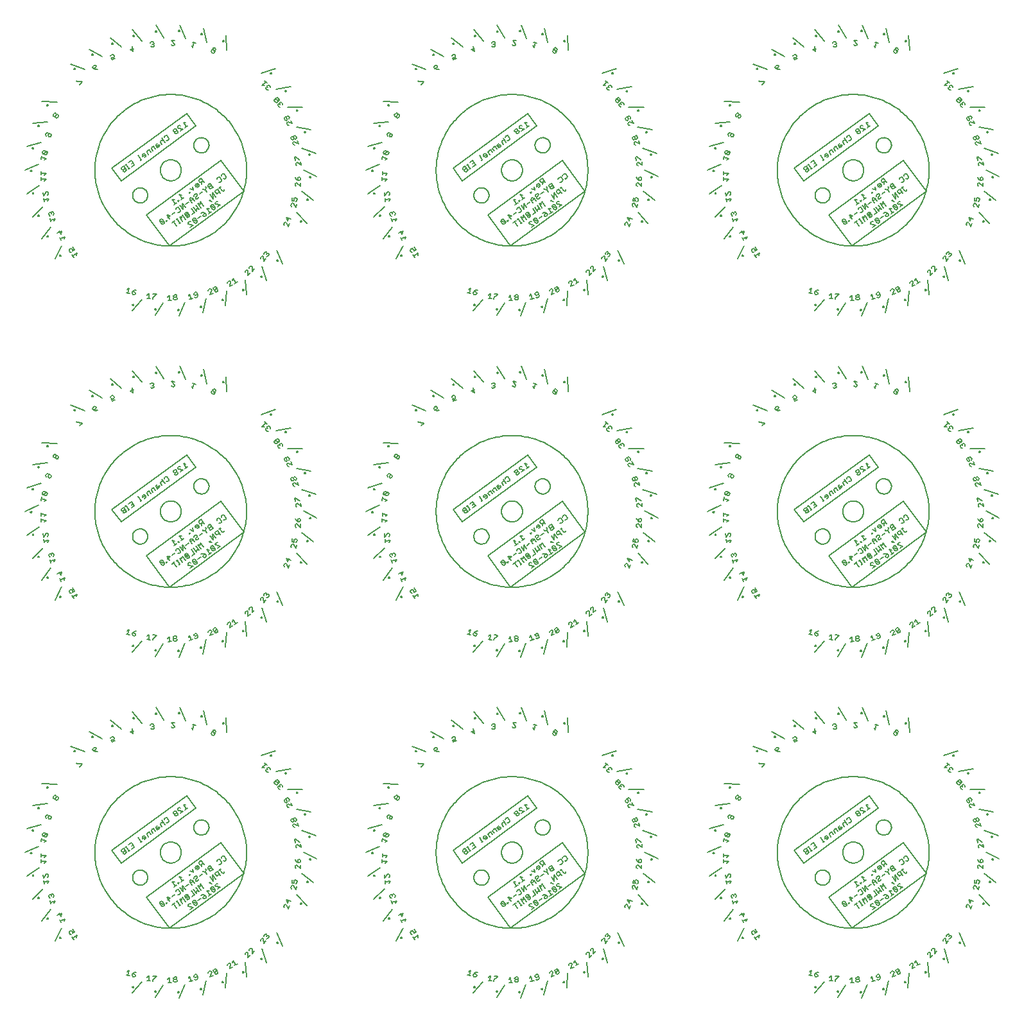
<source format=gbo>
G75*
%MOIN*%
%OFA0B0*%
%FSLAX24Y24*%
%IPPOS*%
%LPD*%
%AMOC8*
5,1,8,0,0,1.08239X$1,22.5*
%
%ADD10C,0.0060*%
%ADD11C,0.0080*%
%ADD12C,0.0050*%
D10*
X004113Y004631D02*
X004014Y004773D01*
X004064Y004702D02*
X004277Y004851D01*
X004255Y004730D01*
X004051Y004947D02*
X004037Y005043D01*
X004012Y005078D01*
X003951Y005089D01*
X003880Y005039D01*
X003870Y004979D01*
X003919Y004908D01*
X003980Y004897D01*
X004051Y004947D02*
X004157Y005022D01*
X004058Y005164D01*
X003599Y005589D02*
X003640Y005705D01*
X003405Y005592D01*
X003443Y005514D02*
X003368Y005671D01*
X003433Y005836D02*
X003358Y005993D01*
X003494Y006010D02*
X003433Y005836D01*
X003259Y005897D02*
X003494Y006010D01*
X003097Y006533D02*
X003156Y006641D01*
X002906Y006568D01*
X002882Y006651D02*
X002930Y006484D01*
X002889Y006779D02*
X002835Y006809D01*
X002811Y006892D01*
X002841Y006946D01*
X002882Y006958D01*
X002936Y006929D01*
X002948Y006887D01*
X002936Y006929D02*
X002965Y006982D01*
X003007Y006995D01*
X003061Y006965D01*
X003085Y006882D01*
X003056Y006828D01*
X002751Y007557D02*
X002826Y007653D01*
X002568Y007622D01*
X002578Y007536D02*
X002558Y007708D01*
X002543Y007828D02*
X002694Y008022D01*
X002738Y008027D01*
X002786Y007989D01*
X002796Y007903D01*
X002758Y007855D01*
X002543Y007828D02*
X002522Y008001D01*
X002577Y008612D02*
X002668Y008695D01*
X002408Y008706D01*
X002411Y008792D02*
X002404Y008619D01*
X002416Y008914D02*
X002424Y009087D01*
X002420Y009000D02*
X002680Y008989D01*
X002590Y008906D01*
X002578Y009693D02*
X002680Y009760D01*
X002426Y009813D01*
X002408Y009728D02*
X002443Y009898D01*
X002511Y010008D02*
X002716Y010142D01*
X002546Y010177D01*
X002495Y010144D01*
X002477Y010059D01*
X002511Y010008D01*
X002680Y009972D01*
X002732Y010006D01*
X002750Y010091D01*
X002716Y010142D01*
X002848Y010880D02*
X002808Y010896D01*
X002783Y010952D01*
X002830Y011074D01*
X002749Y011105D02*
X002911Y011042D01*
X002936Y010986D01*
X002904Y010905D01*
X002848Y010880D01*
X002687Y010943D02*
X002662Y010999D01*
X002693Y011080D01*
X002749Y011105D01*
X003211Y011876D02*
X003173Y011898D01*
X003158Y011957D01*
X003202Y012032D01*
X003187Y012092D01*
X003149Y012114D01*
X003090Y012098D01*
X003046Y012023D01*
X003061Y011964D01*
X003099Y011942D01*
X003158Y011957D01*
X003202Y012032D02*
X003261Y012048D01*
X003299Y012025D01*
X003314Y011966D01*
X003270Y011891D01*
X003211Y011876D01*
X004427Y013603D02*
X004558Y013717D01*
X004530Y013750D01*
X004285Y013768D01*
X004257Y013800D01*
X005140Y014419D02*
X005251Y014487D01*
X005266Y014547D01*
X005243Y014584D01*
X005183Y014598D01*
X005109Y014553D01*
X005095Y014493D01*
X005140Y014419D01*
X005260Y014391D01*
X005356Y014399D01*
X006104Y014883D02*
X006055Y015003D01*
X006152Y014996D01*
X006192Y015012D01*
X006216Y015069D01*
X006183Y015149D01*
X006126Y015173D01*
X006046Y015140D01*
X006022Y015084D01*
X006104Y014883D02*
X006265Y014948D01*
X007041Y015427D02*
X007211Y015465D01*
X007197Y015328D02*
X007041Y015427D01*
X007140Y015582D02*
X007197Y015328D01*
X008100Y015600D02*
X008146Y015559D01*
X008233Y015564D01*
X008273Y015610D01*
X008271Y015654D01*
X008225Y015694D01*
X008266Y015740D01*
X008263Y015784D01*
X008217Y015824D01*
X008131Y015819D01*
X008090Y015773D01*
X008182Y015692D02*
X008225Y015694D01*
X009168Y015685D02*
X009206Y015637D01*
X009292Y015628D01*
X009340Y015667D01*
X009345Y015710D01*
X009190Y015901D01*
X009363Y015882D01*
X010235Y015638D02*
X010296Y015531D01*
X010364Y015782D01*
X010281Y015805D02*
X010448Y015760D01*
X011262Y015334D02*
X011283Y015277D01*
X011362Y015241D01*
X011419Y015262D01*
X011334Y015492D01*
X011392Y015513D01*
X011471Y015477D01*
X011492Y015419D01*
X011419Y015262D01*
X011262Y015334D02*
X011334Y015492D01*
X013893Y013554D02*
X014071Y013743D01*
X014134Y013684D02*
X014008Y013803D01*
X014015Y013557D02*
X013893Y013554D01*
X014074Y013443D02*
X014076Y013381D01*
X014139Y013322D01*
X014200Y013324D01*
X014196Y013446D02*
X014165Y013476D01*
X014163Y013537D01*
X014193Y013569D01*
X014254Y013571D01*
X014317Y013511D01*
X014319Y013450D01*
X014165Y013476D02*
X014104Y013474D01*
X014074Y013443D01*
X014530Y012815D02*
X014668Y012920D01*
X014729Y012912D01*
X014782Y012843D01*
X014773Y012782D01*
X014530Y012815D01*
X014522Y012754D01*
X014575Y012685D01*
X014635Y012677D01*
X014773Y012782D01*
X014847Y012686D02*
X014908Y012678D01*
X014960Y012609D01*
X014952Y012548D01*
X014830Y012564D02*
X014804Y012599D01*
X014812Y012660D01*
X014847Y012686D01*
X014804Y012599D02*
X014743Y012607D01*
X014709Y012581D01*
X014701Y012520D01*
X014753Y012451D01*
X014814Y012443D01*
X015128Y011938D02*
X015190Y011823D01*
X015172Y011765D01*
X015133Y011744D01*
X015075Y011762D01*
X015034Y011839D01*
X015052Y011898D01*
X015205Y011979D01*
X015264Y011961D01*
X015304Y011885D01*
X015286Y011826D01*
X015382Y011739D02*
X015463Y011586D01*
X015228Y011658D01*
X015190Y011637D01*
X015172Y011579D01*
X015213Y011502D01*
X015272Y011484D01*
X015462Y010911D02*
X015517Y010883D01*
X015545Y010801D01*
X015518Y010746D01*
X015477Y010732D01*
X015422Y010760D01*
X015394Y010842D01*
X015421Y010897D01*
X015462Y010911D01*
X015517Y010883D02*
X015545Y010938D01*
X015586Y010952D01*
X015641Y010925D01*
X015668Y010843D01*
X015641Y010788D01*
X015600Y010774D01*
X015545Y010801D01*
X015556Y010631D02*
X015515Y010618D01*
X015488Y010563D01*
X015516Y010480D01*
X015571Y010453D01*
X015556Y010631D02*
X015776Y010522D01*
X015721Y010687D01*
X015622Y009849D02*
X015580Y009842D01*
X015607Y009671D01*
X015670Y009558D02*
X015634Y009508D01*
X015648Y009423D01*
X015697Y009387D01*
X015670Y009558D02*
X015712Y009565D01*
X015911Y009422D01*
X015884Y009593D01*
X015864Y009712D02*
X015821Y009706D01*
X015622Y009849D01*
X015607Y008794D02*
X015650Y008707D01*
X015737Y008620D01*
X015737Y008750D01*
X015780Y008794D01*
X015824Y008794D01*
X015867Y008750D01*
X015867Y008663D01*
X015824Y008620D01*
X015737Y008620D01*
X015693Y008499D02*
X015650Y008499D01*
X015606Y008456D01*
X015606Y008369D01*
X015650Y008326D01*
X015693Y008499D02*
X015866Y008325D01*
X015867Y008499D01*
X015676Y007708D02*
X015712Y007658D01*
X015697Y007573D01*
X015647Y007537D01*
X015562Y007552D02*
X015533Y007644D01*
X015541Y007687D01*
X015590Y007723D01*
X015676Y007708D01*
X015562Y007552D02*
X015433Y007573D01*
X015462Y007744D01*
X015456Y007446D02*
X015406Y007411D01*
X015392Y007325D01*
X015428Y007275D01*
X015456Y007446D02*
X015499Y007439D01*
X015642Y007240D01*
X015670Y007411D01*
X015275Y006701D02*
X015219Y006536D01*
X015138Y006702D01*
X015384Y006618D01*
X015303Y006380D02*
X015247Y006216D01*
X015139Y006436D01*
X015098Y006450D01*
X015043Y006423D01*
X015015Y006340D01*
X015042Y006285D01*
X014098Y004919D02*
X014132Y004893D01*
X014140Y004832D01*
X014201Y004840D01*
X014235Y004813D01*
X014243Y004753D01*
X014191Y004684D01*
X014130Y004676D01*
X014114Y004797D02*
X014140Y004832D01*
X014098Y004919D02*
X014037Y004911D01*
X013984Y004842D01*
X013992Y004781D01*
X013918Y004685D02*
X013858Y004677D01*
X013805Y004608D01*
X013813Y004548D01*
X013918Y004685D02*
X013953Y004659D01*
X013985Y004416D01*
X014090Y004553D01*
X013497Y004017D02*
X013371Y003898D01*
X013379Y004143D01*
X013349Y004175D01*
X013288Y004177D01*
X013224Y004118D01*
X013222Y004056D01*
X013134Y003973D02*
X013073Y003975D01*
X013010Y003916D01*
X013008Y003855D01*
X013134Y003973D02*
X013164Y003942D01*
X013156Y003696D01*
X013283Y003815D01*
X012601Y003376D02*
X012456Y003279D01*
X012529Y003328D02*
X012384Y003544D01*
X012360Y003423D01*
X012259Y003356D02*
X012212Y003115D01*
X012356Y003212D01*
X012259Y003356D02*
X012235Y003392D01*
X012175Y003404D01*
X012103Y003356D01*
X012091Y003296D01*
X011522Y003087D02*
X011435Y002858D01*
X011493Y002836D01*
X011572Y002872D01*
X011593Y002929D01*
X011522Y003087D01*
X011464Y003109D01*
X011385Y003073D01*
X011364Y003016D01*
X011435Y002858D01*
X011343Y002768D02*
X011185Y002696D01*
X011271Y002926D01*
X011253Y002966D01*
X011196Y002987D01*
X011117Y002951D01*
X011095Y002894D01*
X010533Y002700D02*
X010408Y002666D01*
X010354Y002697D01*
X010343Y002738D01*
X010374Y002792D01*
X010458Y002814D01*
X010511Y002784D01*
X010556Y002616D01*
X010525Y002563D01*
X010442Y002540D01*
X010388Y002571D01*
X010283Y002498D02*
X010115Y002452D01*
X010199Y002475D02*
X010131Y002726D01*
X010070Y002620D01*
X009466Y002517D02*
X009470Y002474D01*
X009431Y002427D01*
X009345Y002418D01*
X009297Y002457D01*
X009293Y002500D01*
X009332Y002548D01*
X009418Y002556D01*
X009466Y002517D01*
X009418Y002556D02*
X009457Y002604D01*
X009453Y002647D01*
X009405Y002686D01*
X009319Y002677D01*
X009280Y002630D01*
X009284Y002587D01*
X009332Y002548D01*
X009181Y002402D02*
X009008Y002385D01*
X009095Y002393D02*
X009069Y002652D01*
X008991Y002557D01*
X008398Y002684D02*
X008400Y002727D01*
X008227Y002738D01*
X008398Y002684D02*
X008214Y002521D01*
X008211Y002478D01*
X008090Y002486D02*
X007917Y002496D01*
X008003Y002491D02*
X008020Y002751D01*
X007928Y002670D01*
X007322Y002766D02*
X007290Y002818D01*
X007163Y002848D01*
X007144Y002763D01*
X007176Y002711D01*
X007261Y002692D01*
X007313Y002724D01*
X007322Y002766D01*
X007267Y002913D02*
X007163Y002848D01*
X007267Y002913D02*
X007361Y002935D01*
X006990Y003021D02*
X006931Y002768D01*
X006847Y002787D02*
X007016Y002748D01*
X006886Y002956D02*
X006990Y003021D01*
X009074Y005225D02*
X012943Y008066D01*
X011759Y009678D01*
X007890Y006836D01*
X009074Y005225D01*
X009433Y006270D02*
X009279Y006480D01*
X009349Y006531D02*
X009209Y006428D01*
X009095Y006617D02*
X008940Y006826D01*
X009122Y006798D01*
X008983Y006696D01*
X008936Y006554D02*
X008901Y006528D01*
X008927Y006493D01*
X008962Y006519D01*
X008936Y006554D01*
X008817Y006467D02*
X008575Y006504D01*
X008678Y006364D01*
X008738Y006355D01*
X008808Y006406D01*
X008817Y006467D01*
X008715Y006607D01*
X008654Y006616D01*
X008584Y006565D01*
X008575Y006504D01*
X009220Y006870D02*
X009360Y006973D01*
X009509Y006975D02*
X009569Y006965D01*
X009639Y007017D01*
X009649Y007077D01*
X009546Y007217D01*
X009485Y007227D01*
X009415Y007175D01*
X009406Y007115D01*
X009310Y007370D02*
X009449Y007473D01*
X009380Y007422D02*
X009226Y007631D01*
X009347Y007613D01*
X009508Y007569D02*
X009533Y007534D01*
X009568Y007560D01*
X009543Y007595D01*
X009508Y007569D01*
X009666Y007632D02*
X009806Y007735D01*
X009736Y007683D02*
X009582Y007893D01*
X009703Y007874D01*
X010101Y008006D02*
X010127Y007971D01*
X010162Y007996D01*
X010136Y008031D01*
X010101Y008006D01*
X010157Y008208D02*
X010329Y008119D01*
X010297Y008310D01*
X010420Y008347D02*
X010446Y008312D01*
X010585Y008415D01*
X010560Y008450D02*
X010499Y008459D01*
X010429Y008408D01*
X010420Y008347D01*
X010532Y008268D02*
X010602Y008319D01*
X010611Y008380D01*
X010560Y008450D01*
X010657Y008522D02*
X010718Y008512D01*
X010823Y008589D01*
X010874Y008520D02*
X010720Y008729D01*
X010615Y008652D01*
X010606Y008592D01*
X010657Y008522D01*
X010753Y008538D02*
X010734Y008417D01*
X010805Y008196D02*
X010831Y008161D01*
X010952Y008143D01*
X011029Y008038D01*
X010952Y008143D02*
X010971Y008264D01*
X010945Y008299D01*
X011068Y008336D02*
X011094Y008301D01*
X011155Y008291D01*
X011260Y008368D01*
X011337Y008264D02*
X011232Y008187D01*
X011171Y008196D01*
X011145Y008231D01*
X011155Y008291D01*
X011068Y008336D02*
X011078Y008396D01*
X011183Y008473D01*
X011337Y008264D01*
X011461Y008082D02*
X011451Y008021D01*
X011503Y007952D01*
X011563Y007942D01*
X011668Y008019D01*
X011720Y007949D02*
X011566Y008159D01*
X011461Y008082D01*
X011328Y007985D02*
X011342Y007672D01*
X011188Y007882D01*
X011328Y007985D02*
X011482Y007775D01*
X011538Y007543D02*
X011598Y007534D01*
X011538Y007543D02*
X011468Y007492D01*
X011459Y007431D01*
X011484Y007396D01*
X011727Y007359D01*
X011587Y007256D01*
X011464Y007220D02*
X011221Y007257D01*
X011324Y007117D01*
X011384Y007108D01*
X011454Y007159D01*
X011464Y007220D01*
X011361Y007359D01*
X011300Y007369D01*
X011230Y007317D01*
X011221Y007257D01*
X011149Y007150D02*
X011028Y007169D01*
X011182Y006959D01*
X011252Y007010D02*
X011112Y006907D01*
X010989Y006871D02*
X010979Y006810D01*
X010910Y006759D01*
X010849Y006768D01*
X010823Y006803D01*
X010833Y006864D01*
X010937Y006941D01*
X010989Y006871D01*
X010937Y006941D02*
X010816Y006959D01*
X010721Y006943D01*
X010700Y006766D02*
X010560Y006663D01*
X010514Y006522D02*
X010271Y006559D01*
X010374Y006419D01*
X010435Y006410D01*
X010505Y006461D01*
X010514Y006522D01*
X010411Y006662D01*
X010350Y006671D01*
X010281Y006620D01*
X010271Y006559D01*
X010174Y006487D02*
X010113Y006496D01*
X010043Y006445D01*
X010034Y006384D01*
X010059Y006349D01*
X010302Y006312D01*
X010162Y006210D01*
X009899Y006612D02*
X009745Y006822D01*
X009726Y006700D01*
X009605Y006719D01*
X009759Y006509D01*
X009662Y006438D02*
X009592Y006386D01*
X009627Y006412D02*
X009473Y006622D01*
X009508Y006647D02*
X009438Y006596D01*
X009868Y006859D02*
X009920Y006789D01*
X009980Y006779D01*
X009929Y006849D01*
X009999Y006901D01*
X010050Y006831D01*
X009980Y006779D01*
X009971Y006719D02*
X010032Y006709D01*
X010102Y006761D01*
X010111Y006821D01*
X010008Y006961D01*
X009948Y006970D01*
X009878Y006919D01*
X009868Y006859D01*
X009772Y007114D02*
X009618Y007324D01*
X009758Y007427D02*
X009772Y007114D01*
X009912Y007217D02*
X009758Y007427D01*
X009932Y007394D02*
X010072Y007496D01*
X010170Y007568D02*
X010310Y007671D01*
X010284Y007706D02*
X010163Y007724D01*
X010144Y007603D01*
X010247Y007463D01*
X010387Y007566D02*
X010284Y007706D01*
X010356Y007812D02*
X010365Y007873D01*
X010435Y007924D01*
X010496Y007915D01*
X010521Y007880D01*
X010512Y007819D01*
X010442Y007768D01*
X010433Y007707D01*
X010459Y007672D01*
X010519Y007663D01*
X010589Y007715D01*
X010598Y007775D01*
X010645Y007917D02*
X010785Y008020D01*
X010695Y007519D02*
X010676Y007398D01*
X010555Y007417D01*
X010709Y007207D01*
X010612Y007135D02*
X010490Y007154D01*
X010472Y007033D01*
X010318Y007242D01*
X010220Y007171D02*
X010374Y006961D01*
X010234Y006858D01*
X010612Y007135D02*
X010457Y007345D01*
X010695Y007519D02*
X010849Y007310D01*
X011175Y007549D02*
X011210Y007575D01*
X011184Y007610D01*
X011149Y007584D01*
X011175Y007549D01*
X011296Y007531D01*
X011827Y008082D02*
X011698Y008257D01*
X011733Y008282D02*
X011663Y008231D01*
X011827Y008082D02*
X011887Y008072D01*
X011922Y008098D01*
X011931Y008159D01*
X011707Y008535D02*
X011646Y008545D01*
X011707Y008535D02*
X011777Y008587D01*
X011786Y008647D01*
X011683Y008787D01*
X011623Y008796D01*
X011553Y008745D01*
X011543Y008684D01*
X011781Y008859D02*
X011790Y008920D01*
X011860Y008971D01*
X011921Y008962D01*
X012023Y008822D01*
X012014Y008761D01*
X011944Y008710D01*
X011883Y008719D01*
X010440Y011446D02*
X006572Y008604D01*
X006098Y009249D01*
X009966Y012091D01*
X010440Y011446D01*
X010024Y011475D02*
X009884Y011372D01*
X009954Y011424D02*
X009800Y011633D01*
X009921Y011615D01*
X009658Y011475D02*
X009597Y011485D01*
X009527Y011433D01*
X009518Y011373D01*
X009544Y011338D01*
X009786Y011301D01*
X009646Y011198D01*
X009523Y011161D02*
X009497Y011196D01*
X009437Y011205D01*
X009367Y011154D01*
X009357Y011093D01*
X009383Y011058D01*
X009444Y011049D01*
X009514Y011100D01*
X009523Y011161D01*
X009437Y011205D02*
X009446Y011266D01*
X009420Y011301D01*
X009360Y011310D01*
X009290Y011259D01*
X009280Y011198D01*
X009306Y011163D01*
X009367Y011154D01*
X009048Y010812D02*
X009039Y010752D01*
X008969Y010700D01*
X008908Y010709D01*
X008836Y010603D02*
X008682Y010813D01*
X008699Y010717D02*
X008629Y010666D01*
X008619Y010605D01*
X008696Y010500D01*
X008573Y010463D02*
X008512Y010473D01*
X008408Y010396D01*
X008382Y010431D02*
X008459Y010326D01*
X008564Y010403D01*
X008573Y010463D01*
X008461Y010542D02*
X008391Y010491D01*
X008382Y010431D01*
X008259Y010394D02*
X008154Y010317D01*
X008144Y010256D01*
X008221Y010151D01*
X008124Y010079D02*
X008021Y010219D01*
X007916Y010142D01*
X007907Y010082D01*
X007984Y009977D01*
X007861Y009940D02*
X007809Y010010D01*
X007749Y010019D01*
X007679Y009968D01*
X007670Y009907D01*
X007695Y009872D01*
X007835Y009975D01*
X007861Y009940D02*
X007851Y009879D01*
X007782Y009828D01*
X007649Y009731D02*
X007579Y009679D01*
X007614Y009705D02*
X007460Y009915D01*
X007495Y009940D01*
X007099Y009650D02*
X006959Y009547D01*
X006862Y009475D02*
X006792Y009424D01*
X006827Y009449D02*
X006981Y009240D01*
X007016Y009265D02*
X006946Y009214D01*
X006857Y009149D02*
X006752Y009072D01*
X006692Y009081D01*
X006666Y009116D01*
X006675Y009177D01*
X006780Y009254D01*
X006675Y009177D02*
X006615Y009186D01*
X006589Y009221D01*
X006598Y009282D01*
X006703Y009359D01*
X006857Y009149D01*
X007113Y009337D02*
X007253Y009440D01*
X007099Y009650D01*
X007176Y009545D02*
X007106Y009493D01*
X008259Y010394D02*
X008361Y010254D01*
X008699Y010717D02*
X008759Y010708D01*
X008806Y010849D02*
X008815Y010910D01*
X008885Y010961D01*
X008945Y010952D01*
X009048Y010812D01*
X009008Y020101D02*
X009181Y020118D01*
X009095Y020110D02*
X009069Y020369D01*
X008991Y020274D01*
X009284Y020303D02*
X009280Y020346D01*
X009319Y020394D01*
X009405Y020402D01*
X009453Y020363D01*
X009457Y020320D01*
X009418Y020273D01*
X009332Y020264D01*
X009284Y020303D01*
X009332Y020264D02*
X009293Y020217D01*
X009297Y020174D01*
X009345Y020135D01*
X009431Y020143D01*
X009470Y020191D01*
X009466Y020234D01*
X009418Y020273D01*
X010070Y020336D02*
X010131Y020443D01*
X010199Y020192D01*
X010283Y020214D02*
X010115Y020169D01*
X010388Y020288D02*
X010442Y020257D01*
X010525Y020280D01*
X010556Y020333D01*
X010511Y020500D01*
X010458Y020531D01*
X010374Y020508D01*
X010343Y020455D01*
X010354Y020413D01*
X010408Y020383D01*
X010533Y020416D01*
X011095Y020610D02*
X011117Y020668D01*
X011196Y020704D01*
X011253Y020682D01*
X011271Y020643D01*
X011185Y020413D01*
X011343Y020485D01*
X011435Y020574D02*
X011522Y020804D01*
X011593Y020646D01*
X011572Y020588D01*
X011493Y020553D01*
X011435Y020574D01*
X011364Y020732D01*
X011385Y020790D01*
X011464Y020825D01*
X011522Y020804D01*
X012091Y021012D02*
X012103Y021072D01*
X012175Y021121D01*
X012235Y021109D01*
X012259Y021073D01*
X012212Y020832D01*
X012356Y020928D01*
X012456Y020996D02*
X012601Y021092D01*
X012529Y021044D02*
X012384Y021260D01*
X012360Y021140D01*
X013008Y021571D02*
X013010Y021632D01*
X013073Y021692D01*
X013134Y021690D01*
X013164Y021658D01*
X013156Y021413D01*
X013283Y021532D01*
X013371Y021615D02*
X013379Y021860D01*
X013349Y021892D01*
X013288Y021893D01*
X013224Y021834D01*
X013222Y021773D01*
X013371Y021615D02*
X013497Y021733D01*
X013813Y022264D02*
X013805Y022325D01*
X013858Y022394D01*
X013918Y022402D01*
X013953Y022375D01*
X013985Y022132D01*
X014090Y022270D01*
X014130Y022392D02*
X014191Y022400D01*
X014243Y022469D01*
X014235Y022530D01*
X014201Y022556D01*
X014140Y022548D01*
X014114Y022514D01*
X014140Y022548D02*
X014132Y022609D01*
X014098Y022635D01*
X014037Y022627D01*
X013984Y022559D01*
X013992Y022498D01*
X015042Y024002D02*
X015015Y024057D01*
X015043Y024139D01*
X015098Y024166D01*
X015139Y024152D01*
X015247Y023932D01*
X015303Y024096D01*
X015219Y024253D02*
X015275Y024417D01*
X015138Y024418D02*
X015219Y024253D01*
X015384Y024334D02*
X015138Y024418D01*
X015428Y024992D02*
X015392Y025042D01*
X015406Y025127D01*
X015456Y025163D01*
X015499Y025156D01*
X015642Y024956D01*
X015670Y025127D01*
X015647Y025254D02*
X015697Y025289D01*
X015712Y025375D01*
X015676Y025425D01*
X015590Y025439D01*
X015541Y025404D01*
X015533Y025361D01*
X015562Y025268D01*
X015433Y025290D01*
X015462Y025461D01*
X015650Y026042D02*
X015606Y026086D01*
X015606Y026172D01*
X015650Y026216D01*
X015693Y026216D01*
X015866Y026042D01*
X015867Y026215D01*
X015824Y026337D02*
X015867Y026380D01*
X015867Y026467D01*
X015824Y026510D01*
X015780Y026510D01*
X015737Y026467D01*
X015737Y026337D01*
X015824Y026337D01*
X015737Y026337D02*
X015650Y026424D01*
X015607Y026511D01*
X015697Y027103D02*
X015648Y027139D01*
X015634Y027225D01*
X015670Y027275D01*
X015712Y027282D01*
X015911Y027138D01*
X015884Y027309D01*
X015864Y027429D02*
X015821Y027422D01*
X015622Y027566D01*
X015580Y027559D01*
X015607Y027387D01*
X015571Y028170D02*
X015516Y028197D01*
X015488Y028279D01*
X015515Y028334D01*
X015556Y028348D01*
X015776Y028239D01*
X015721Y028403D01*
X015641Y028504D02*
X015600Y028490D01*
X015545Y028518D01*
X015517Y028600D01*
X015545Y028655D01*
X015586Y028669D01*
X015641Y028641D01*
X015668Y028559D01*
X015641Y028504D01*
X015545Y028518D02*
X015518Y028463D01*
X015477Y028449D01*
X015422Y028476D01*
X015394Y028558D01*
X015421Y028613D01*
X015462Y028627D01*
X015517Y028600D01*
X015272Y029201D02*
X015213Y029219D01*
X015172Y029295D01*
X015190Y029354D01*
X015228Y029374D01*
X015463Y029303D01*
X015382Y029456D01*
X015286Y029542D02*
X015304Y029601D01*
X015264Y029678D01*
X015205Y029696D01*
X015052Y029614D01*
X015034Y029556D01*
X015075Y029479D01*
X015133Y029461D01*
X015172Y029481D01*
X015190Y029540D01*
X015128Y029655D01*
X014814Y030159D02*
X014753Y030168D01*
X014701Y030237D01*
X014709Y030297D01*
X014743Y030324D01*
X014804Y030315D01*
X014812Y030376D01*
X014847Y030403D01*
X014908Y030394D01*
X014960Y030325D01*
X014952Y030265D01*
X014830Y030281D02*
X014804Y030315D01*
X014635Y030394D02*
X014575Y030402D01*
X014522Y030471D01*
X014530Y030532D01*
X014773Y030499D01*
X014782Y030560D01*
X014729Y030629D01*
X014668Y030637D01*
X014530Y030532D01*
X014635Y030394D02*
X014773Y030499D01*
X014200Y031040D02*
X014139Y031038D01*
X014076Y031098D01*
X014074Y031159D01*
X014104Y031191D01*
X014165Y031193D01*
X014163Y031254D01*
X014193Y031285D01*
X014254Y031287D01*
X014317Y031228D01*
X014319Y031167D01*
X014196Y031163D02*
X014165Y031193D01*
X014015Y031274D02*
X013893Y031270D01*
X014071Y031460D01*
X014008Y031519D02*
X014134Y031400D01*
X011419Y032978D02*
X011334Y033208D01*
X011392Y033230D01*
X011471Y033193D01*
X011492Y033136D01*
X011419Y032978D01*
X011362Y032957D01*
X011283Y032993D01*
X011262Y033051D01*
X011334Y033208D01*
X010448Y033476D02*
X010281Y033522D01*
X010364Y033499D02*
X010296Y033248D01*
X010235Y033355D01*
X009345Y033426D02*
X009340Y033383D01*
X009292Y033345D01*
X009206Y033354D01*
X009168Y033401D01*
X009345Y033426D02*
X009190Y033617D01*
X009363Y033599D01*
X008263Y033500D02*
X008217Y033541D01*
X008131Y033536D01*
X008090Y033490D01*
X008182Y033408D02*
X008225Y033411D01*
X008266Y033457D01*
X008263Y033500D01*
X008225Y033411D02*
X008271Y033370D01*
X008273Y033327D01*
X008233Y033281D01*
X008146Y033276D01*
X008100Y033317D01*
X007211Y033182D02*
X007041Y033143D01*
X007197Y033045D01*
X007140Y033299D01*
X006183Y032865D02*
X006126Y032889D01*
X006046Y032857D01*
X006022Y032800D01*
X006055Y032720D02*
X006152Y032712D01*
X006192Y032729D01*
X006216Y032785D01*
X006183Y032865D01*
X006055Y032720D02*
X006104Y032599D01*
X006265Y032665D01*
X005356Y032115D02*
X005260Y032107D01*
X005140Y032136D01*
X005251Y032204D01*
X005266Y032263D01*
X005243Y032300D01*
X005183Y032315D01*
X005109Y032269D01*
X005095Y032210D01*
X005140Y032136D01*
X004530Y031466D02*
X004285Y031484D01*
X004257Y031517D01*
X004427Y031320D02*
X004558Y031433D01*
X004530Y031466D01*
X003299Y029742D02*
X003261Y029764D01*
X003202Y029749D01*
X003158Y029674D01*
X003173Y029615D01*
X003211Y029593D01*
X003270Y029608D01*
X003314Y029683D01*
X003299Y029742D01*
X003202Y029749D02*
X003187Y029808D01*
X003149Y029830D01*
X003090Y029815D01*
X003046Y029740D01*
X003061Y029681D01*
X003099Y029659D01*
X003158Y029674D01*
X002830Y028790D02*
X002783Y028669D01*
X002808Y028613D01*
X002848Y028597D01*
X002904Y028622D01*
X002936Y028703D01*
X002911Y028759D01*
X002749Y028821D01*
X002693Y028797D01*
X002662Y028716D01*
X002687Y028660D01*
X002546Y027894D02*
X002495Y027860D01*
X002477Y027775D01*
X002511Y027724D01*
X002716Y027858D01*
X002546Y027894D01*
X002511Y027724D02*
X002680Y027689D01*
X002732Y027722D01*
X002750Y027807D01*
X002716Y027858D01*
X002443Y027614D02*
X002408Y027445D01*
X002426Y027530D02*
X002680Y027476D01*
X002578Y027409D01*
X002424Y026803D02*
X002416Y026630D01*
X002420Y026717D02*
X002680Y026706D01*
X002590Y026623D01*
X002411Y026509D02*
X002404Y026336D01*
X002408Y026422D02*
X002668Y026411D01*
X002577Y026328D01*
X002694Y025738D02*
X002543Y025545D01*
X002522Y025717D01*
X002694Y025738D02*
X002738Y025743D01*
X002786Y025705D01*
X002796Y025619D01*
X002758Y025571D01*
X002826Y025370D02*
X002568Y025339D01*
X002558Y025425D02*
X002578Y025252D01*
X002751Y025273D02*
X002826Y025370D01*
X003007Y024711D02*
X002965Y024699D01*
X002936Y024645D01*
X002882Y024675D01*
X002841Y024662D01*
X002811Y024609D01*
X002835Y024525D01*
X002889Y024496D01*
X002948Y024603D02*
X002936Y024645D01*
X003007Y024711D02*
X003061Y024682D01*
X003085Y024598D01*
X003056Y024545D01*
X003156Y024357D02*
X002906Y024284D01*
X002930Y024201D02*
X002882Y024367D01*
X003097Y024250D02*
X003156Y024357D01*
X003358Y023709D02*
X003433Y023553D01*
X003494Y023726D01*
X003259Y023614D01*
X003368Y023387D02*
X003443Y023231D01*
X003405Y023309D02*
X003640Y023421D01*
X003599Y023306D01*
X003951Y022806D02*
X003880Y022756D01*
X003870Y022695D01*
X003919Y022624D01*
X003980Y022614D01*
X004051Y022663D02*
X004037Y022759D01*
X004012Y022795D01*
X003951Y022806D01*
X004058Y022880D02*
X004157Y022738D01*
X004051Y022663D01*
X004014Y022490D02*
X004113Y022347D01*
X004064Y022419D02*
X004277Y022568D01*
X004255Y022447D01*
X006886Y020673D02*
X006990Y020738D01*
X006931Y020484D01*
X006847Y020504D02*
X007016Y020465D01*
X007144Y020480D02*
X007176Y020428D01*
X007261Y020408D01*
X007313Y020441D01*
X007322Y020483D01*
X007290Y020535D01*
X007163Y020564D01*
X007144Y020480D01*
X007163Y020564D02*
X007267Y020629D01*
X007361Y020652D01*
X007928Y020386D02*
X008020Y020467D01*
X008003Y020208D01*
X007917Y020213D02*
X008090Y020202D01*
X008211Y020195D02*
X008214Y020238D01*
X008398Y020400D01*
X008400Y020443D01*
X008227Y020454D01*
X009074Y022941D02*
X012943Y025783D01*
X011759Y027395D01*
X007890Y024553D01*
X009074Y022941D01*
X009433Y023986D02*
X009279Y024196D01*
X009209Y024145D02*
X009349Y024248D01*
X009438Y024312D02*
X009508Y024364D01*
X009473Y024338D02*
X009627Y024128D01*
X009662Y024154D02*
X009592Y024103D01*
X009759Y024226D02*
X009605Y024436D01*
X009726Y024417D01*
X009745Y024538D01*
X009899Y024329D01*
X009971Y024435D02*
X010032Y024426D01*
X010102Y024477D01*
X010111Y024538D01*
X010008Y024678D01*
X009948Y024687D01*
X009878Y024636D01*
X009868Y024575D01*
X009920Y024505D01*
X009980Y024496D01*
X009929Y024566D01*
X009999Y024617D01*
X010050Y024547D01*
X009980Y024496D01*
X010234Y024575D02*
X010374Y024677D01*
X010220Y024887D01*
X010318Y024959D02*
X010472Y024749D01*
X010490Y024870D01*
X010612Y024852D01*
X010457Y025062D01*
X010555Y025133D02*
X010709Y024924D01*
X010849Y025026D02*
X010695Y025236D01*
X010676Y025115D01*
X010555Y025133D01*
X010387Y025282D02*
X010284Y025422D01*
X010163Y025441D01*
X010144Y025319D01*
X010247Y025180D01*
X010170Y025284D02*
X010310Y025387D01*
X010433Y025424D02*
X010459Y025389D01*
X010519Y025380D01*
X010589Y025431D01*
X010598Y025492D01*
X010512Y025536D02*
X010442Y025485D01*
X010433Y025424D01*
X010356Y025529D02*
X010365Y025589D01*
X010435Y025641D01*
X010496Y025632D01*
X010521Y025597D01*
X010512Y025536D01*
X010645Y025633D02*
X010785Y025736D01*
X010831Y025878D02*
X010805Y025913D01*
X010831Y025878D02*
X010952Y025859D01*
X011029Y025754D01*
X010952Y025859D02*
X010971Y025980D01*
X010945Y026015D01*
X011068Y026052D02*
X011094Y026017D01*
X011155Y026008D01*
X011260Y026085D01*
X011337Y025980D02*
X011232Y025903D01*
X011171Y025912D01*
X011145Y025947D01*
X011155Y026008D01*
X011068Y026052D02*
X011078Y026113D01*
X011183Y026190D01*
X011337Y025980D01*
X011461Y025799D02*
X011451Y025738D01*
X011503Y025668D01*
X011563Y025659D01*
X011668Y025736D01*
X011720Y025666D02*
X011566Y025876D01*
X011461Y025799D01*
X011328Y025701D02*
X011342Y025389D01*
X011188Y025598D01*
X011328Y025701D02*
X011482Y025491D01*
X011538Y025260D02*
X011598Y025250D01*
X011538Y025260D02*
X011468Y025208D01*
X011459Y025148D01*
X011484Y025113D01*
X011727Y025076D01*
X011587Y024973D01*
X011464Y024936D02*
X011221Y024973D01*
X011324Y024833D01*
X011384Y024824D01*
X011454Y024875D01*
X011464Y024936D01*
X011361Y025076D01*
X011300Y025085D01*
X011230Y025034D01*
X011221Y024973D01*
X011149Y024866D02*
X011028Y024885D01*
X011182Y024675D01*
X011112Y024624D02*
X011252Y024727D01*
X010989Y024587D02*
X010979Y024527D01*
X010910Y024475D01*
X010849Y024484D01*
X010823Y024519D01*
X010833Y024580D01*
X010937Y024657D01*
X010989Y024587D01*
X010937Y024657D02*
X010816Y024676D01*
X010721Y024659D01*
X010700Y024483D02*
X010560Y024380D01*
X010411Y024378D02*
X010350Y024387D01*
X010281Y024336D01*
X010271Y024275D01*
X010514Y024238D01*
X010505Y024178D01*
X010435Y024126D01*
X010374Y024136D01*
X010271Y024275D01*
X010174Y024204D02*
X010113Y024213D01*
X010043Y024162D01*
X010034Y024101D01*
X010059Y024066D01*
X010302Y024029D01*
X010162Y023926D01*
X010514Y024238D02*
X010411Y024378D01*
X009912Y024933D02*
X009758Y025143D01*
X009772Y024831D01*
X009618Y025040D01*
X009546Y024934D02*
X009649Y024794D01*
X009639Y024733D01*
X009569Y024682D01*
X009509Y024691D01*
X009360Y024689D02*
X009220Y024587D01*
X009122Y024515D02*
X008983Y024412D01*
X009095Y024333D02*
X008940Y024543D01*
X009122Y024515D01*
X008936Y024271D02*
X008901Y024245D01*
X008927Y024210D01*
X008962Y024236D01*
X008936Y024271D01*
X008817Y024183D02*
X008575Y024221D01*
X008678Y024081D01*
X008738Y024071D01*
X008808Y024123D01*
X008817Y024183D01*
X008715Y024323D01*
X008654Y024333D01*
X008584Y024281D01*
X008575Y024221D01*
X009406Y024831D02*
X009415Y024892D01*
X009485Y024943D01*
X009546Y024934D01*
X009380Y025138D02*
X009226Y025348D01*
X009347Y025329D01*
X009508Y025286D02*
X009533Y025251D01*
X009568Y025277D01*
X009543Y025312D01*
X009508Y025286D01*
X009449Y025189D02*
X009310Y025087D01*
X009666Y025348D02*
X009806Y025451D01*
X009736Y025400D02*
X009582Y025609D01*
X009703Y025591D01*
X010101Y025722D02*
X010127Y025687D01*
X010162Y025713D01*
X010136Y025748D01*
X010101Y025722D01*
X010157Y025924D02*
X010329Y025836D01*
X010297Y026027D01*
X010420Y026064D02*
X010446Y026029D01*
X010585Y026132D01*
X010560Y026167D02*
X010499Y026176D01*
X010429Y026124D01*
X010420Y026064D01*
X010532Y025985D02*
X010602Y026036D01*
X010611Y026097D01*
X010560Y026167D01*
X010657Y026238D02*
X010718Y026229D01*
X010823Y026306D01*
X010874Y026236D02*
X010720Y026446D01*
X010615Y026369D01*
X010606Y026308D01*
X010657Y026238D01*
X010753Y026255D02*
X010734Y026133D01*
X011184Y025326D02*
X011210Y025291D01*
X011175Y025266D01*
X011149Y025301D01*
X011184Y025326D01*
X011175Y025266D02*
X011296Y025247D01*
X011827Y025798D02*
X011887Y025789D01*
X011922Y025815D01*
X011931Y025875D01*
X011827Y025798D02*
X011698Y025973D01*
X011733Y025999D02*
X011663Y025947D01*
X011707Y026252D02*
X011646Y026261D01*
X011707Y026252D02*
X011777Y026303D01*
X011786Y026364D01*
X011683Y026504D01*
X011623Y026513D01*
X011553Y026462D01*
X011543Y026401D01*
X011781Y026575D02*
X011790Y026636D01*
X011860Y026687D01*
X011921Y026678D01*
X012023Y026538D01*
X012014Y026478D01*
X011944Y026426D01*
X011883Y026436D01*
X010072Y025213D02*
X009932Y025110D01*
X007649Y027447D02*
X007579Y027396D01*
X007614Y027421D02*
X007460Y027631D01*
X007495Y027657D01*
X007670Y027624D02*
X007695Y027589D01*
X007835Y027691D01*
X007861Y027657D02*
X007809Y027726D01*
X007749Y027736D01*
X007679Y027684D01*
X007670Y027624D01*
X007782Y027545D02*
X007851Y027596D01*
X007861Y027657D01*
X007984Y027693D02*
X007907Y027798D01*
X007916Y027859D01*
X008021Y027936D01*
X008124Y027796D01*
X008221Y027868D02*
X008144Y027973D01*
X008154Y028033D01*
X008259Y028110D01*
X008361Y027970D01*
X008459Y028042D02*
X008564Y028119D01*
X008573Y028180D01*
X008512Y028189D01*
X008408Y028112D01*
X008382Y028147D02*
X008459Y028042D01*
X008382Y028147D02*
X008391Y028208D01*
X008461Y028259D01*
X008619Y028321D02*
X008696Y028217D01*
X008619Y028321D02*
X008629Y028382D01*
X008699Y028433D01*
X008759Y028424D01*
X008682Y028529D02*
X008836Y028319D01*
X008908Y028426D02*
X008969Y028417D01*
X009039Y028468D01*
X009048Y028529D01*
X008945Y028669D01*
X008885Y028678D01*
X008815Y028626D01*
X008806Y028566D01*
X009280Y028915D02*
X009306Y028880D01*
X009367Y028870D01*
X009437Y028922D01*
X009446Y028982D01*
X009420Y029017D01*
X009360Y029027D01*
X009290Y028975D01*
X009280Y028915D01*
X009367Y028870D02*
X009357Y028810D01*
X009383Y028775D01*
X009444Y028766D01*
X009514Y028817D01*
X009523Y028878D01*
X009497Y028913D01*
X009437Y028922D01*
X009544Y029054D02*
X009518Y029089D01*
X009527Y029150D01*
X009597Y029201D01*
X009658Y029192D01*
X009544Y029054D02*
X009786Y029017D01*
X009646Y028914D01*
X009884Y029089D02*
X010024Y029192D01*
X009954Y029140D02*
X009800Y029350D01*
X009921Y029331D01*
X009966Y029807D02*
X006098Y026965D01*
X006572Y026321D01*
X010440Y029162D01*
X009966Y029807D01*
X007099Y027366D02*
X007253Y027156D01*
X007113Y027054D01*
X007016Y026982D02*
X006946Y026931D01*
X006981Y026956D02*
X006827Y027166D01*
X006862Y027192D02*
X006792Y027140D01*
X006703Y027075D02*
X006598Y026998D01*
X006589Y026938D01*
X006615Y026903D01*
X006675Y026893D01*
X006780Y026971D01*
X006703Y027075D02*
X006857Y026866D01*
X006752Y026789D01*
X006692Y026798D01*
X006666Y026833D01*
X006675Y026893D01*
X006959Y027263D02*
X007099Y027366D01*
X007176Y027261D02*
X007106Y027210D01*
X007917Y037930D02*
X008090Y037919D01*
X008003Y037924D02*
X008020Y038184D01*
X007928Y038103D01*
X008227Y038171D02*
X008400Y038160D01*
X008398Y038117D01*
X008214Y037954D01*
X008211Y037911D01*
X008991Y037990D02*
X009069Y038085D01*
X009095Y037826D01*
X009181Y037835D02*
X009008Y037818D01*
X009297Y037890D02*
X009293Y037933D01*
X009332Y037981D01*
X009418Y037989D01*
X009466Y037951D01*
X009470Y037907D01*
X009431Y037860D01*
X009345Y037851D01*
X009297Y037890D01*
X009332Y037981D02*
X009284Y038020D01*
X009280Y038063D01*
X009319Y038110D01*
X009405Y038119D01*
X009453Y038080D01*
X009457Y038037D01*
X009418Y037989D01*
X010070Y038053D02*
X010131Y038159D01*
X010199Y037908D01*
X010115Y037885D02*
X010283Y037931D01*
X010388Y038004D02*
X010442Y037974D01*
X010525Y037996D01*
X010556Y038049D01*
X010511Y038217D01*
X010458Y038247D01*
X010374Y038225D01*
X010343Y038172D01*
X010354Y038130D01*
X010408Y038099D01*
X010533Y038133D01*
X011095Y038327D02*
X011117Y038384D01*
X011196Y038420D01*
X011253Y038399D01*
X011271Y038359D01*
X011185Y038129D01*
X011343Y038201D01*
X011435Y038291D02*
X011522Y038520D01*
X011593Y038362D01*
X011572Y038305D01*
X011493Y038269D01*
X011435Y038291D01*
X011364Y038449D01*
X011385Y038506D01*
X011464Y038542D01*
X011522Y038520D01*
X012091Y038729D02*
X012103Y038789D01*
X012175Y038837D01*
X012235Y038825D01*
X012259Y038789D01*
X012212Y038548D01*
X012356Y038645D01*
X012456Y038712D02*
X012601Y038809D01*
X012529Y038761D02*
X012384Y038977D01*
X012360Y038857D01*
X013008Y039288D02*
X013010Y039349D01*
X013073Y039408D01*
X013134Y039406D01*
X013164Y039375D01*
X013156Y039130D01*
X013283Y039248D01*
X013371Y039331D02*
X013379Y039576D01*
X013349Y039608D01*
X013288Y039610D01*
X013224Y039551D01*
X013222Y039489D01*
X013371Y039331D02*
X013497Y039450D01*
X013813Y039981D02*
X013805Y040041D01*
X013858Y040110D01*
X013918Y040118D01*
X013953Y040092D01*
X013985Y039849D01*
X014090Y039986D01*
X014130Y040109D02*
X014191Y040117D01*
X014243Y040186D01*
X014235Y040246D01*
X014201Y040273D01*
X014140Y040265D01*
X014114Y040230D01*
X014140Y040265D02*
X014132Y040326D01*
X014098Y040352D01*
X014037Y040344D01*
X013984Y040275D01*
X013992Y040214D01*
X015042Y041719D02*
X015015Y041774D01*
X015043Y041856D01*
X015098Y041883D01*
X015139Y041869D01*
X015247Y041649D01*
X015303Y041813D01*
X015219Y041969D02*
X015275Y042134D01*
X015138Y042135D02*
X015219Y041969D01*
X015384Y042051D02*
X015138Y042135D01*
X015428Y042708D02*
X015392Y042758D01*
X015406Y042844D01*
X015456Y042879D01*
X015499Y042872D01*
X015642Y042673D01*
X015670Y042844D01*
X015647Y042970D02*
X015697Y043006D01*
X015712Y043092D01*
X015676Y043141D01*
X015590Y043156D01*
X015541Y043120D01*
X015533Y043077D01*
X015562Y042985D01*
X015433Y043006D01*
X015462Y043177D01*
X015650Y043759D02*
X015606Y043802D01*
X015606Y043889D01*
X015650Y043932D01*
X015693Y043932D01*
X015866Y043758D01*
X015867Y043932D01*
X015824Y044053D02*
X015867Y044096D01*
X015867Y044183D01*
X015824Y044227D01*
X015780Y044227D01*
X015737Y044183D01*
X015737Y044053D01*
X015824Y044053D01*
X015737Y044053D02*
X015650Y044140D01*
X015607Y044227D01*
X015697Y044820D02*
X015648Y044856D01*
X015634Y044942D01*
X015670Y044991D01*
X015712Y044998D01*
X015911Y044855D01*
X015884Y045026D01*
X015864Y045146D02*
X015821Y045139D01*
X015622Y045282D01*
X015580Y045275D01*
X015607Y045104D01*
X015571Y045886D02*
X015516Y045913D01*
X015488Y045996D01*
X015515Y046051D01*
X015556Y046064D01*
X015776Y045955D01*
X015721Y046120D01*
X015641Y046221D02*
X015600Y046207D01*
X015545Y046234D01*
X015517Y046316D01*
X015545Y046371D01*
X015586Y046385D01*
X015641Y046358D01*
X015668Y046276D01*
X015641Y046221D01*
X015545Y046234D02*
X015518Y046179D01*
X015477Y046165D01*
X015422Y046193D01*
X015394Y046275D01*
X015421Y046330D01*
X015462Y046344D01*
X015517Y046316D01*
X015272Y046917D02*
X015213Y046935D01*
X015172Y047012D01*
X015190Y047071D01*
X015228Y047091D01*
X015463Y047019D01*
X015382Y047172D01*
X015286Y047259D02*
X015304Y047318D01*
X015264Y047394D01*
X015205Y047412D01*
X015052Y047331D01*
X015034Y047272D01*
X015075Y047195D01*
X015133Y047178D01*
X015172Y047198D01*
X015190Y047257D01*
X015128Y047371D01*
X014814Y047876D02*
X014753Y047884D01*
X014701Y047953D01*
X014709Y048014D01*
X014743Y048040D01*
X014804Y048032D01*
X014812Y048093D01*
X014847Y048119D01*
X014908Y048111D01*
X014960Y048042D01*
X014952Y047981D01*
X014830Y047998D02*
X014804Y048032D01*
X014635Y048110D02*
X014575Y048119D01*
X014522Y048188D01*
X014530Y048248D01*
X014773Y048215D01*
X014782Y048276D01*
X014729Y048345D01*
X014668Y048353D01*
X014530Y048248D01*
X014635Y048110D02*
X014773Y048215D01*
X014200Y048757D02*
X014139Y048755D01*
X014076Y048814D01*
X014074Y048876D01*
X014104Y048907D01*
X014165Y048909D01*
X014163Y048970D01*
X014193Y049002D01*
X014254Y049004D01*
X014317Y048944D01*
X014319Y048883D01*
X014196Y048879D02*
X014165Y048909D01*
X014015Y048990D02*
X013893Y048987D01*
X014071Y049176D01*
X014134Y049117D02*
X014008Y049236D01*
X011419Y050695D02*
X011334Y050925D01*
X011392Y050946D01*
X011471Y050910D01*
X011492Y050852D01*
X011419Y050695D01*
X011362Y050674D01*
X011283Y050710D01*
X011262Y050767D01*
X011334Y050925D01*
X010448Y051193D02*
X010281Y051238D01*
X010364Y051216D02*
X010296Y050965D01*
X010235Y051071D01*
X009345Y051143D02*
X009340Y051100D01*
X009292Y051061D01*
X009206Y051070D01*
X009168Y051118D01*
X009345Y051143D02*
X009190Y051334D01*
X009363Y051316D01*
X008263Y051217D02*
X008217Y051257D01*
X008131Y051252D01*
X008090Y051206D01*
X008182Y051125D02*
X008225Y051127D01*
X008266Y051173D01*
X008263Y051217D01*
X008225Y051127D02*
X008271Y051087D01*
X008273Y051043D01*
X008233Y050998D01*
X008146Y050992D01*
X008100Y051033D01*
X007211Y050898D02*
X007041Y050860D01*
X007197Y050762D01*
X007140Y051015D01*
X006183Y050582D02*
X006216Y050502D01*
X006192Y050445D01*
X006152Y050429D01*
X006055Y050436D01*
X006104Y050316D01*
X006265Y050381D01*
X006183Y050582D02*
X006126Y050606D01*
X006046Y050573D01*
X006022Y050517D01*
X005243Y050017D02*
X005266Y049980D01*
X005251Y049920D01*
X005140Y049852D01*
X005095Y049926D01*
X005109Y049986D01*
X005183Y050031D01*
X005243Y050017D01*
X005260Y049824D02*
X005140Y049852D01*
X005260Y049824D02*
X005356Y049832D01*
X004558Y049150D02*
X004530Y049183D01*
X004285Y049201D01*
X004257Y049234D01*
X004427Y049037D02*
X004558Y049150D01*
X003299Y047459D02*
X003261Y047481D01*
X003202Y047465D01*
X003158Y047390D01*
X003173Y047331D01*
X003211Y047309D01*
X003270Y047324D01*
X003314Y047399D01*
X003299Y047459D01*
X003202Y047465D02*
X003187Y047525D01*
X003149Y047547D01*
X003090Y047531D01*
X003046Y047457D01*
X003061Y047397D01*
X003099Y047375D01*
X003158Y047390D01*
X002830Y046507D02*
X002783Y046385D01*
X002808Y046329D01*
X002848Y046313D01*
X002904Y046338D01*
X002936Y046419D01*
X002911Y046475D01*
X002749Y046538D01*
X002693Y046513D01*
X002662Y046432D01*
X002687Y046376D01*
X002546Y045611D02*
X002495Y045577D01*
X002477Y045492D01*
X002511Y045441D01*
X002716Y045575D01*
X002546Y045611D01*
X002716Y045575D02*
X002750Y045524D01*
X002732Y045439D01*
X002680Y045405D01*
X002511Y045441D01*
X002443Y045331D02*
X002408Y045161D01*
X002426Y045246D02*
X002680Y045193D01*
X002578Y045126D01*
X002424Y044520D02*
X002416Y044347D01*
X002420Y044433D02*
X002680Y044422D01*
X002590Y044339D01*
X002411Y044226D02*
X002404Y044052D01*
X002408Y044139D02*
X002668Y044128D01*
X002577Y044045D01*
X002694Y043455D02*
X002543Y043262D01*
X002522Y043434D01*
X002694Y043455D02*
X002738Y043460D01*
X002786Y043422D01*
X002796Y043336D01*
X002758Y043288D01*
X002826Y043086D02*
X002568Y043055D01*
X002578Y042969D02*
X002558Y043141D01*
X002751Y042990D02*
X002826Y043086D01*
X003007Y042428D02*
X002965Y042415D01*
X002936Y042362D01*
X002882Y042391D01*
X002841Y042379D01*
X002811Y042325D01*
X002835Y042242D01*
X002889Y042212D01*
X002948Y042320D02*
X002936Y042362D01*
X003007Y042428D02*
X003061Y042398D01*
X003085Y042315D01*
X003056Y042261D01*
X003156Y042074D02*
X002906Y042001D01*
X002882Y042084D02*
X002930Y041917D01*
X003097Y041966D02*
X003156Y042074D01*
X003358Y041426D02*
X003433Y041269D01*
X003494Y041443D01*
X003259Y041330D01*
X003368Y041104D02*
X003443Y040947D01*
X003405Y041026D02*
X003640Y041138D01*
X003599Y041022D01*
X003951Y040522D02*
X003880Y040472D01*
X003870Y040412D01*
X003919Y040341D01*
X003980Y040330D01*
X004051Y040380D02*
X004037Y040476D01*
X004012Y040511D01*
X003951Y040522D01*
X004058Y040597D02*
X004157Y040455D01*
X004051Y040380D01*
X004014Y040206D02*
X004113Y040064D01*
X004064Y040135D02*
X004277Y040284D01*
X004255Y040164D01*
X006886Y038389D02*
X006990Y038454D01*
X006931Y038201D01*
X006847Y038220D02*
X007016Y038181D01*
X007144Y038196D02*
X007176Y038144D01*
X007261Y038125D01*
X007313Y038157D01*
X007322Y038199D01*
X007290Y038252D01*
X007163Y038281D01*
X007144Y038196D01*
X007163Y038281D02*
X007267Y038346D01*
X007361Y038369D01*
X009074Y040658D02*
X012943Y043499D01*
X011759Y045111D01*
X007890Y042269D01*
X009074Y040658D01*
X009433Y041703D02*
X009279Y041913D01*
X009349Y041964D02*
X009209Y041861D01*
X009095Y042050D02*
X008940Y042259D01*
X009122Y042232D01*
X008983Y042129D01*
X008936Y041987D02*
X008901Y041961D01*
X008927Y041927D01*
X008962Y041952D01*
X008936Y041987D01*
X008817Y041900D02*
X008715Y042040D01*
X008654Y042049D01*
X008584Y041998D01*
X008575Y041937D01*
X008817Y041900D01*
X008808Y041839D01*
X008738Y041788D01*
X008678Y041797D01*
X008575Y041937D01*
X009220Y042303D02*
X009360Y042406D01*
X009509Y042408D02*
X009569Y042399D01*
X009639Y042450D01*
X009649Y042510D01*
X009546Y042650D01*
X009485Y042660D01*
X009415Y042608D01*
X009406Y042548D01*
X009310Y042803D02*
X009449Y042906D01*
X009380Y042855D02*
X009226Y043064D01*
X009347Y043046D01*
X009508Y043002D02*
X009533Y042968D01*
X009568Y042993D01*
X009543Y043028D01*
X009508Y043002D01*
X009666Y043065D02*
X009806Y043168D01*
X009736Y043116D02*
X009582Y043326D01*
X009703Y043307D01*
X010101Y043439D02*
X010127Y043404D01*
X010162Y043429D01*
X010136Y043464D01*
X010101Y043439D01*
X010157Y043641D02*
X010329Y043552D01*
X010297Y043744D01*
X010420Y043780D02*
X010446Y043745D01*
X010585Y043848D01*
X010560Y043883D02*
X010499Y043892D01*
X010429Y043841D01*
X010420Y043780D01*
X010532Y043701D02*
X010602Y043753D01*
X010611Y043813D01*
X010560Y043883D01*
X010657Y043955D02*
X010718Y043946D01*
X010823Y044023D01*
X010753Y043971D02*
X010734Y043850D01*
X010657Y043955D02*
X010606Y044025D01*
X010615Y044085D01*
X010720Y044162D01*
X010874Y043953D01*
X010945Y043732D02*
X010971Y043697D01*
X010952Y043576D01*
X011029Y043471D01*
X010952Y043576D02*
X010831Y043594D01*
X010805Y043629D01*
X010785Y043453D02*
X010645Y043350D01*
X010521Y043313D02*
X010512Y043252D01*
X010442Y043201D01*
X010433Y043140D01*
X010459Y043106D01*
X010519Y043096D01*
X010589Y043148D01*
X010598Y043208D01*
X010521Y043313D02*
X010496Y043348D01*
X010435Y043357D01*
X010365Y043306D01*
X010356Y043245D01*
X010284Y043139D02*
X010163Y043157D01*
X010144Y043036D01*
X010247Y042896D01*
X010170Y043001D02*
X010310Y043104D01*
X010284Y043139D02*
X010387Y042999D01*
X010555Y042850D02*
X010709Y042640D01*
X010612Y042568D02*
X010490Y042587D01*
X010472Y042466D01*
X010318Y042675D01*
X010220Y042604D02*
X010374Y042394D01*
X010234Y042291D01*
X010111Y042254D02*
X010008Y042394D01*
X009948Y042404D01*
X009878Y042352D01*
X009868Y042292D01*
X009920Y042222D01*
X009980Y042212D01*
X009929Y042282D01*
X009999Y042334D01*
X010050Y042264D01*
X009980Y042212D01*
X009971Y042152D02*
X010032Y042142D01*
X010102Y042194D01*
X010111Y042254D01*
X010281Y042053D02*
X010271Y041992D01*
X010514Y041955D01*
X010505Y041894D01*
X010435Y041843D01*
X010374Y041852D01*
X010271Y041992D01*
X010281Y042053D02*
X010350Y042104D01*
X010411Y042095D01*
X010514Y041955D01*
X010560Y042096D02*
X010700Y042199D01*
X010823Y042236D02*
X010833Y042297D01*
X010937Y042374D01*
X010989Y042304D01*
X010979Y042243D01*
X010910Y042192D01*
X010849Y042201D01*
X010823Y042236D01*
X010816Y042392D02*
X010937Y042374D01*
X010816Y042392D02*
X010721Y042376D01*
X010612Y042568D02*
X010457Y042778D01*
X010555Y042850D02*
X010676Y042831D01*
X010695Y042953D01*
X010849Y042743D01*
X011028Y042602D02*
X011182Y042392D01*
X011252Y042443D02*
X011112Y042341D01*
X011149Y042583D02*
X011028Y042602D01*
X011221Y042690D02*
X011464Y042653D01*
X011454Y042592D01*
X011384Y042541D01*
X011324Y042550D01*
X011221Y042690D01*
X011230Y042750D01*
X011300Y042802D01*
X011361Y042792D01*
X011464Y042653D01*
X011587Y042689D02*
X011727Y042792D01*
X011484Y042829D01*
X011459Y042864D01*
X011468Y042925D01*
X011538Y042976D01*
X011598Y042967D01*
X011482Y043208D02*
X011328Y043418D01*
X011342Y043105D01*
X011188Y043315D01*
X011184Y043043D02*
X011210Y043008D01*
X011175Y042982D01*
X011149Y043017D01*
X011184Y043043D01*
X011175Y042982D02*
X011296Y042964D01*
X011503Y043385D02*
X011563Y043375D01*
X011668Y043452D01*
X011720Y043382D02*
X011566Y043592D01*
X011461Y043515D01*
X011451Y043455D01*
X011503Y043385D01*
X011663Y043664D02*
X011733Y043715D01*
X011698Y043690D02*
X011827Y043515D01*
X011887Y043506D01*
X011922Y043531D01*
X011931Y043592D01*
X011707Y043968D02*
X011646Y043978D01*
X011707Y043968D02*
X011777Y044020D01*
X011786Y044080D01*
X011683Y044220D01*
X011623Y044230D01*
X011553Y044178D01*
X011543Y044118D01*
X011781Y044292D02*
X011790Y044353D01*
X011860Y044404D01*
X011921Y044395D01*
X012023Y044255D01*
X012014Y044194D01*
X011944Y044143D01*
X011883Y044152D01*
X011337Y043697D02*
X011232Y043620D01*
X011171Y043629D01*
X011145Y043664D01*
X011155Y043724D01*
X011260Y043801D01*
X011337Y043697D02*
X011183Y043906D01*
X011078Y043829D01*
X011068Y043769D01*
X011094Y043734D01*
X011155Y043724D01*
X010072Y042929D02*
X009932Y042827D01*
X009758Y042860D02*
X009772Y042547D01*
X009618Y042757D01*
X009758Y042860D02*
X009912Y042650D01*
X009745Y042255D02*
X009726Y042134D01*
X009605Y042152D01*
X009759Y041942D01*
X009662Y041871D02*
X009592Y041819D01*
X009627Y041845D02*
X009473Y042055D01*
X009508Y042080D02*
X009438Y042029D01*
X009745Y042255D02*
X009899Y042045D01*
X010043Y041878D02*
X010113Y041930D01*
X010174Y041920D01*
X010043Y041878D02*
X010034Y041818D01*
X010059Y041783D01*
X010302Y041745D01*
X010162Y041643D01*
X006572Y044037D02*
X010440Y046879D01*
X009966Y047524D01*
X006098Y044682D01*
X006572Y044037D01*
X006692Y044514D02*
X006752Y044505D01*
X006857Y044582D01*
X006703Y044792D01*
X006598Y044715D01*
X006589Y044654D01*
X006615Y044619D01*
X006675Y044610D01*
X006780Y044687D01*
X006675Y044610D02*
X006666Y044549D01*
X006692Y044514D01*
X006946Y044647D02*
X007016Y044698D01*
X006981Y044673D02*
X006827Y044883D01*
X006862Y044908D02*
X006792Y044857D01*
X006959Y044980D02*
X007099Y045083D01*
X007253Y044873D01*
X007113Y044770D01*
X007106Y044926D02*
X007176Y044978D01*
X007579Y045112D02*
X007649Y045164D01*
X007614Y045138D02*
X007460Y045348D01*
X007495Y045373D01*
X007670Y045340D02*
X007695Y045305D01*
X007835Y045408D01*
X007809Y045443D02*
X007749Y045452D01*
X007679Y045401D01*
X007670Y045340D01*
X007782Y045261D02*
X007851Y045312D01*
X007861Y045373D01*
X007809Y045443D01*
X007907Y045515D02*
X007984Y045410D01*
X007907Y045515D02*
X007916Y045575D01*
X008021Y045652D01*
X008124Y045513D01*
X008221Y045584D02*
X008144Y045689D01*
X008154Y045750D01*
X008259Y045827D01*
X008361Y045687D01*
X008459Y045759D02*
X008564Y045836D01*
X008573Y045896D01*
X008512Y045906D01*
X008408Y045829D01*
X008382Y045864D02*
X008459Y045759D01*
X008382Y045864D02*
X008391Y045924D01*
X008461Y045976D01*
X008619Y046038D02*
X008696Y045933D01*
X008619Y046038D02*
X008629Y046099D01*
X008699Y046150D01*
X008759Y046141D01*
X008682Y046246D02*
X008836Y046036D01*
X008908Y046143D02*
X008969Y046133D01*
X009039Y046185D01*
X009048Y046245D01*
X008945Y046385D01*
X008885Y046394D01*
X008815Y046343D01*
X008806Y046282D01*
X009280Y046631D02*
X009306Y046596D01*
X009367Y046587D01*
X009437Y046638D01*
X009446Y046699D01*
X009420Y046734D01*
X009360Y046743D01*
X009290Y046692D01*
X009280Y046631D01*
X009367Y046587D02*
X009357Y046526D01*
X009383Y046491D01*
X009444Y046482D01*
X009514Y046533D01*
X009523Y046594D01*
X009497Y046629D01*
X009437Y046638D01*
X009544Y046771D02*
X009518Y046806D01*
X009527Y046866D01*
X009597Y046918D01*
X009658Y046908D01*
X009544Y046771D02*
X009786Y046734D01*
X009646Y046631D01*
X009884Y046805D02*
X010024Y046908D01*
X009954Y046857D02*
X009800Y047066D01*
X009921Y047048D01*
X020124Y045161D02*
X020160Y045331D01*
X020142Y045246D02*
X020397Y045193D01*
X020294Y045126D01*
X020397Y045405D02*
X020448Y045439D01*
X020466Y045524D01*
X020432Y045575D01*
X020227Y045441D01*
X020194Y045492D01*
X020211Y045577D01*
X020263Y045611D01*
X020432Y045575D01*
X020397Y045405D02*
X020227Y045441D01*
X020140Y044520D02*
X020133Y044347D01*
X020137Y044433D02*
X020397Y044422D01*
X020306Y044339D01*
X020128Y044226D02*
X020121Y044052D01*
X020124Y044139D02*
X020384Y044128D01*
X020294Y044045D01*
X020411Y043455D02*
X020454Y043460D01*
X020502Y043422D01*
X020513Y043336D01*
X020475Y043288D01*
X020411Y043455D02*
X020260Y043262D01*
X020239Y043434D01*
X020274Y043141D02*
X020295Y042969D01*
X020285Y043055D02*
X020543Y043086D01*
X020467Y042990D01*
X020599Y042391D02*
X020557Y042379D01*
X020528Y042325D01*
X020552Y042242D01*
X020606Y042212D01*
X020665Y042320D02*
X020653Y042362D01*
X020599Y042391D01*
X020653Y042362D02*
X020682Y042415D01*
X020724Y042428D01*
X020777Y042398D01*
X020802Y042315D01*
X020772Y042261D01*
X020872Y042074D02*
X020623Y042001D01*
X020598Y042084D02*
X020647Y041917D01*
X020813Y041966D02*
X020872Y042074D01*
X021074Y041426D02*
X021149Y041269D01*
X021211Y041443D01*
X020976Y041330D01*
X021084Y041104D02*
X021159Y040947D01*
X021122Y041026D02*
X021357Y041138D01*
X021316Y041022D01*
X021668Y040522D02*
X021597Y040472D01*
X021586Y040412D01*
X021636Y040341D01*
X021696Y040330D01*
X021767Y040380D02*
X021753Y040476D01*
X021728Y040511D01*
X021668Y040522D01*
X021775Y040597D02*
X021874Y040455D01*
X021767Y040380D01*
X021730Y040206D02*
X021830Y040064D01*
X021780Y040135D02*
X021993Y040284D01*
X021972Y040164D01*
X024602Y038389D02*
X024706Y038454D01*
X024648Y038201D01*
X024732Y038181D02*
X024563Y038220D01*
X024860Y038196D02*
X024893Y038144D01*
X024977Y038125D01*
X025029Y038157D01*
X025039Y038199D01*
X025006Y038252D01*
X024880Y038281D01*
X024860Y038196D01*
X024880Y038281D02*
X024984Y038346D01*
X025078Y038369D01*
X025644Y038103D02*
X025736Y038184D01*
X025720Y037924D01*
X025633Y037930D02*
X025807Y037919D01*
X025928Y037911D02*
X025930Y037954D01*
X026114Y038117D01*
X026117Y038160D01*
X025944Y038171D01*
X026708Y037990D02*
X026785Y038085D01*
X026811Y037826D01*
X026725Y037818D02*
X026898Y037835D01*
X027014Y037890D02*
X027009Y037933D01*
X027048Y037981D01*
X027135Y037989D01*
X027182Y037951D01*
X027186Y037907D01*
X027148Y037860D01*
X027061Y037851D01*
X027014Y037890D01*
X027048Y037981D02*
X027001Y038020D01*
X026997Y038063D01*
X027035Y038110D01*
X027122Y038119D01*
X027169Y038080D01*
X027173Y038037D01*
X027135Y037989D01*
X027787Y038053D02*
X027848Y038159D01*
X027915Y037908D01*
X027832Y037885D02*
X027999Y037931D01*
X028105Y038004D02*
X028158Y037974D01*
X028242Y037996D01*
X028272Y038049D01*
X028227Y038217D01*
X028174Y038247D01*
X028090Y038225D01*
X028060Y038172D01*
X028071Y038130D01*
X028124Y038099D01*
X028250Y038133D01*
X028812Y038327D02*
X028833Y038384D01*
X028912Y038420D01*
X028970Y038399D01*
X028988Y038359D01*
X028901Y038129D01*
X029059Y038201D01*
X029152Y038291D02*
X029238Y038520D01*
X029310Y038362D01*
X029288Y038305D01*
X029209Y038269D01*
X029152Y038291D01*
X029080Y038449D01*
X029102Y038506D01*
X029181Y038542D01*
X029238Y038520D01*
X029808Y038729D02*
X029819Y038789D01*
X029891Y038837D01*
X029952Y038825D01*
X029976Y038789D01*
X029928Y038548D01*
X030072Y038645D01*
X030173Y038712D02*
X030317Y038809D01*
X030245Y038761D02*
X030100Y038977D01*
X030076Y038857D01*
X030724Y039288D02*
X030726Y039349D01*
X030789Y039408D01*
X030851Y039406D01*
X030880Y039375D01*
X030873Y039130D01*
X030999Y039248D01*
X031087Y039331D02*
X031095Y039576D01*
X031065Y039608D01*
X031004Y039610D01*
X030941Y039551D01*
X030939Y039489D01*
X031087Y039331D02*
X031214Y039450D01*
X031529Y039981D02*
X031521Y040041D01*
X031574Y040110D01*
X031635Y040118D01*
X031669Y040092D01*
X031701Y039849D01*
X031807Y039986D01*
X031846Y040109D02*
X031907Y040117D01*
X031960Y040186D01*
X031952Y040246D01*
X031917Y040273D01*
X031857Y040265D01*
X031830Y040230D01*
X031857Y040265D02*
X031849Y040326D01*
X031814Y040352D01*
X031753Y040344D01*
X031701Y040275D01*
X031709Y040214D01*
X032759Y041719D02*
X032732Y041774D01*
X032760Y041856D01*
X032815Y041883D01*
X032856Y041869D01*
X032964Y041649D01*
X033020Y041813D01*
X032936Y041969D02*
X032992Y042134D01*
X033101Y042051D02*
X032855Y042135D01*
X032936Y041969D01*
X033144Y042708D02*
X033109Y042758D01*
X033123Y042844D01*
X033173Y042879D01*
X033216Y042872D01*
X033358Y042673D01*
X033387Y042844D01*
X033364Y042970D02*
X033414Y043006D01*
X033428Y043092D01*
X033393Y043141D01*
X033307Y043156D01*
X033257Y043120D01*
X033250Y043077D01*
X033278Y042985D01*
X033150Y043006D01*
X033179Y043177D01*
X033366Y043759D02*
X033323Y043802D01*
X033323Y043889D01*
X033366Y043932D01*
X033410Y043932D01*
X033583Y043758D01*
X033583Y043932D01*
X033540Y044053D02*
X033583Y044096D01*
X033584Y044183D01*
X033540Y044227D01*
X033497Y044227D01*
X033454Y044183D01*
X033453Y044053D01*
X033540Y044053D01*
X033453Y044053D02*
X033367Y044140D01*
X033324Y044227D01*
X033414Y044820D02*
X033364Y044856D01*
X033350Y044942D01*
X033386Y044991D01*
X033429Y044998D01*
X033628Y044855D01*
X033600Y045026D01*
X033581Y045146D02*
X033538Y045139D01*
X033339Y045282D01*
X033296Y045275D01*
X033324Y045104D01*
X033287Y045886D02*
X033232Y045913D01*
X033205Y045996D01*
X033232Y046051D01*
X033273Y046064D01*
X033493Y045955D01*
X033437Y046120D01*
X033358Y046221D02*
X033317Y046207D01*
X033262Y046234D01*
X033234Y046316D01*
X033261Y046371D01*
X033302Y046385D01*
X033357Y046358D01*
X033385Y046276D01*
X033358Y046221D01*
X033262Y046234D02*
X033234Y046179D01*
X033193Y046165D01*
X033138Y046193D01*
X033111Y046275D01*
X033138Y046330D01*
X033179Y046344D01*
X033234Y046316D01*
X032988Y046917D02*
X032929Y046935D01*
X032889Y047012D01*
X032907Y047071D01*
X032945Y047091D01*
X033180Y047019D01*
X033098Y047172D01*
X033003Y047259D02*
X033021Y047318D01*
X032980Y047394D01*
X032922Y047412D01*
X032768Y047331D01*
X032750Y047272D01*
X032791Y047195D01*
X032850Y047178D01*
X032888Y047198D01*
X032906Y047257D01*
X032845Y047371D01*
X032530Y047876D02*
X032470Y047884D01*
X032417Y047953D01*
X032425Y048014D01*
X032460Y048040D01*
X032521Y048032D01*
X032529Y048093D01*
X032563Y048119D01*
X032624Y048111D01*
X032677Y048042D01*
X032668Y047981D01*
X032547Y047998D02*
X032521Y048032D01*
X032490Y048215D02*
X032247Y048248D01*
X032385Y048353D01*
X032446Y048345D01*
X032498Y048276D01*
X032490Y048215D01*
X032352Y048110D01*
X032291Y048119D01*
X032239Y048188D01*
X032247Y048248D01*
X031917Y048757D02*
X031855Y048755D01*
X031792Y048814D01*
X031790Y048876D01*
X031820Y048907D01*
X031881Y048909D01*
X031880Y048970D01*
X031909Y049002D01*
X031971Y049004D01*
X032034Y048944D01*
X032036Y048883D01*
X031913Y048879D02*
X031881Y048909D01*
X031732Y048990D02*
X031609Y048987D01*
X031788Y049176D01*
X031851Y049117D02*
X031725Y049236D01*
X029136Y050695D02*
X029051Y050925D01*
X029108Y050946D01*
X029187Y050910D01*
X029209Y050852D01*
X029136Y050695D01*
X029078Y050674D01*
X029000Y050710D01*
X028978Y050767D01*
X029051Y050925D01*
X028165Y051193D02*
X027997Y051238D01*
X028081Y051216D02*
X028012Y050965D01*
X027951Y051071D01*
X027061Y051143D02*
X027057Y051100D01*
X027009Y051061D01*
X026923Y051070D01*
X026884Y051118D01*
X027061Y051143D02*
X026907Y051334D01*
X027079Y051316D01*
X025979Y051217D02*
X025934Y051257D01*
X025847Y051252D01*
X025806Y051206D01*
X025898Y051125D02*
X025941Y051127D01*
X025982Y051173D01*
X025979Y051217D01*
X025941Y051127D02*
X025987Y051087D01*
X025990Y051043D01*
X025949Y050998D01*
X025862Y050992D01*
X025817Y051033D01*
X024927Y050898D02*
X024758Y050860D01*
X024914Y050762D01*
X024856Y051015D01*
X023900Y050582D02*
X023932Y050502D01*
X023908Y050445D01*
X023868Y050429D01*
X023771Y050436D01*
X023820Y050316D01*
X023981Y050381D01*
X023900Y050582D02*
X023843Y050606D01*
X023763Y050573D01*
X023739Y050517D01*
X022960Y050017D02*
X022982Y049980D01*
X022968Y049920D01*
X022857Y049852D01*
X022812Y049926D01*
X022826Y049986D01*
X022900Y050031D01*
X022960Y050017D01*
X022976Y049824D02*
X022857Y049852D01*
X022976Y049824D02*
X023073Y049832D01*
X022275Y049150D02*
X022246Y049183D01*
X022001Y049201D01*
X021973Y049234D01*
X022143Y049037D02*
X022275Y049150D01*
X021015Y047459D02*
X020978Y047481D01*
X020919Y047465D01*
X020875Y047390D01*
X020890Y047331D01*
X020927Y047309D01*
X020987Y047324D01*
X021031Y047399D01*
X021015Y047459D01*
X020919Y047465D02*
X020903Y047525D01*
X020866Y047547D01*
X020807Y047531D01*
X020762Y047457D01*
X020778Y047397D01*
X020815Y047375D01*
X020875Y047390D01*
X020547Y046507D02*
X020500Y046385D01*
X020524Y046329D01*
X020565Y046313D01*
X020621Y046338D01*
X020652Y046419D01*
X020628Y046475D01*
X020466Y046538D01*
X020410Y046513D01*
X020378Y046432D01*
X020403Y046376D01*
X023814Y044682D02*
X024288Y044037D01*
X028157Y046879D01*
X027683Y047524D01*
X023814Y044682D01*
X024306Y044654D02*
X024331Y044619D01*
X024392Y044610D01*
X024497Y044687D01*
X024574Y044582D02*
X024420Y044792D01*
X024315Y044715D01*
X024306Y044654D01*
X024392Y044610D02*
X024383Y044549D01*
X024408Y044514D01*
X024469Y044505D01*
X024574Y044582D01*
X024662Y044647D02*
X024732Y044698D01*
X024697Y044673D02*
X024543Y044883D01*
X024578Y044908D02*
X024508Y044857D01*
X024676Y044980D02*
X024816Y045083D01*
X024970Y044873D01*
X024830Y044770D01*
X024823Y044926D02*
X024893Y044978D01*
X025296Y045112D02*
X025365Y045164D01*
X025330Y045138D02*
X025176Y045348D01*
X025211Y045373D01*
X025386Y045340D02*
X025412Y045305D01*
X025552Y045408D01*
X025577Y045373D02*
X025526Y045443D01*
X025465Y045452D01*
X025395Y045401D01*
X025386Y045340D01*
X025498Y045261D02*
X025568Y045312D01*
X025577Y045373D01*
X025701Y045410D02*
X025624Y045515D01*
X025633Y045575D01*
X025738Y045652D01*
X025840Y045513D01*
X025938Y045584D02*
X025861Y045689D01*
X025870Y045750D01*
X025975Y045827D01*
X026078Y045687D01*
X026175Y045759D02*
X026280Y045836D01*
X026290Y045896D01*
X026229Y045906D01*
X026124Y045829D01*
X026098Y045864D02*
X026175Y045759D01*
X026098Y045864D02*
X026108Y045924D01*
X026178Y045976D01*
X026336Y046038D02*
X026413Y045933D01*
X026336Y046038D02*
X026345Y046099D01*
X026415Y046150D01*
X026476Y046141D01*
X026399Y046246D02*
X026553Y046036D01*
X026625Y046143D02*
X026685Y046133D01*
X026755Y046185D01*
X026765Y046245D01*
X026662Y046385D01*
X026601Y046394D01*
X026531Y046343D01*
X026522Y046282D01*
X026997Y046631D02*
X027023Y046596D01*
X027083Y046587D01*
X027153Y046638D01*
X027162Y046699D01*
X027137Y046734D01*
X027076Y046743D01*
X027006Y046692D01*
X026997Y046631D01*
X027083Y046587D02*
X027074Y046526D01*
X027100Y046491D01*
X027160Y046482D01*
X027230Y046533D01*
X027240Y046594D01*
X027214Y046629D01*
X027153Y046638D01*
X027260Y046771D02*
X027234Y046806D01*
X027244Y046866D01*
X027314Y046918D01*
X027374Y046908D01*
X027260Y046771D02*
X027503Y046734D01*
X027363Y046631D01*
X027600Y046805D02*
X027740Y046908D01*
X027670Y046857D02*
X027516Y047066D01*
X027637Y047048D01*
X029475Y045111D02*
X025607Y042269D01*
X026791Y040658D01*
X030659Y043499D01*
X029475Y045111D01*
X029577Y044404D02*
X029507Y044353D01*
X029497Y044292D01*
X029400Y044220D02*
X029502Y044080D01*
X029493Y044020D01*
X029423Y043968D01*
X029363Y043978D01*
X029260Y044118D02*
X029269Y044178D01*
X029339Y044230D01*
X029400Y044220D01*
X029600Y044152D02*
X029661Y044143D01*
X029731Y044194D01*
X029740Y044255D01*
X029637Y044395D01*
X029577Y044404D01*
X029450Y043715D02*
X029380Y043664D01*
X029415Y043690D02*
X029543Y043515D01*
X029604Y043506D01*
X029639Y043531D01*
X029648Y043592D01*
X029385Y043452D02*
X029280Y043375D01*
X029219Y043385D01*
X029168Y043455D01*
X029177Y043515D01*
X029282Y043592D01*
X029436Y043382D01*
X029199Y043208D02*
X029045Y043418D01*
X029059Y043105D01*
X028905Y043315D01*
X028746Y043471D02*
X028669Y043576D01*
X028547Y043594D01*
X028522Y043629D01*
X028669Y043576D02*
X028687Y043697D01*
X028662Y043732D01*
X028785Y043769D02*
X028811Y043734D01*
X028871Y043724D01*
X028976Y043801D01*
X028871Y043724D02*
X028862Y043664D01*
X028888Y043629D01*
X028948Y043620D01*
X029053Y043697D01*
X028899Y043906D01*
X028794Y043829D01*
X028785Y043769D01*
X028591Y043953D02*
X028437Y044162D01*
X028332Y044085D01*
X028323Y044025D01*
X028374Y043955D01*
X028435Y043946D01*
X028539Y044023D01*
X028470Y043971D02*
X028451Y043850D01*
X028328Y043813D02*
X028276Y043883D01*
X028216Y043892D01*
X028146Y043841D01*
X028137Y043780D01*
X028162Y043745D01*
X028302Y043848D01*
X028328Y043813D02*
X028318Y043753D01*
X028249Y043701D01*
X028013Y043744D02*
X028046Y043552D01*
X027873Y043641D01*
X027853Y043464D02*
X027818Y043439D01*
X027843Y043404D01*
X027878Y043429D01*
X027853Y043464D01*
X028082Y043306D02*
X028152Y043357D01*
X028212Y043348D01*
X028238Y043313D01*
X028229Y043252D01*
X028159Y043201D01*
X028150Y043140D01*
X028175Y043106D01*
X028236Y043096D01*
X028306Y043148D01*
X028315Y043208D01*
X028361Y043350D02*
X028501Y043453D01*
X028082Y043306D02*
X028073Y043245D01*
X028001Y043139D02*
X027879Y043157D01*
X027861Y043036D01*
X027963Y042896D01*
X027886Y043001D02*
X028026Y043104D01*
X028001Y043139D02*
X028103Y042999D01*
X028272Y042850D02*
X028426Y042640D01*
X028328Y042568D02*
X028207Y042587D01*
X028188Y042466D01*
X028034Y042675D01*
X027937Y042604D02*
X028091Y042394D01*
X027951Y042291D01*
X027827Y042254D02*
X027725Y042394D01*
X027664Y042404D01*
X027594Y042352D01*
X027585Y042292D01*
X027636Y042222D01*
X027697Y042212D01*
X027646Y042282D01*
X027715Y042334D01*
X027767Y042264D01*
X027697Y042212D01*
X027688Y042152D02*
X027748Y042142D01*
X027818Y042194D01*
X027827Y042254D01*
X027997Y042053D02*
X027988Y041992D01*
X028230Y041955D01*
X028221Y041894D01*
X028151Y041843D01*
X028091Y041852D01*
X027988Y041992D01*
X027997Y042053D02*
X028067Y042104D01*
X028128Y042095D01*
X028230Y041955D01*
X028277Y042096D02*
X028416Y042199D01*
X028540Y042236D02*
X028549Y042297D01*
X028654Y042374D01*
X028705Y042304D01*
X028696Y042243D01*
X028626Y042192D01*
X028565Y042201D01*
X028540Y042236D01*
X028533Y042392D02*
X028654Y042374D01*
X028533Y042392D02*
X028437Y042376D01*
X028328Y042568D02*
X028174Y042778D01*
X028272Y042850D02*
X028393Y042831D01*
X028411Y042953D01*
X028566Y042743D01*
X028744Y042602D02*
X028899Y042392D01*
X028968Y042443D02*
X028829Y042341D01*
X028866Y042583D02*
X028744Y042602D01*
X028938Y042690D02*
X029180Y042653D01*
X029171Y042592D01*
X029101Y042541D01*
X029040Y042550D01*
X028938Y042690D01*
X028947Y042750D01*
X029017Y042802D01*
X029077Y042792D01*
X029180Y042653D01*
X029304Y042689D02*
X029443Y042792D01*
X029201Y042829D01*
X029175Y042864D01*
X029184Y042925D01*
X029254Y042976D01*
X029315Y042967D01*
X029013Y042964D02*
X028891Y042982D01*
X028926Y043008D01*
X028901Y043043D01*
X028866Y043017D01*
X028891Y042982D01*
X027789Y042929D02*
X027649Y042827D01*
X027474Y042860D02*
X027488Y042547D01*
X027334Y042757D01*
X027262Y042650D02*
X027365Y042510D01*
X027356Y042450D01*
X027286Y042399D01*
X027225Y042408D01*
X027076Y042406D02*
X026937Y042303D01*
X026839Y042232D02*
X026699Y042129D01*
X026657Y042259D02*
X026839Y042232D01*
X026657Y042259D02*
X026811Y042050D01*
X026678Y041952D02*
X026643Y041927D01*
X026618Y041961D01*
X026653Y041987D01*
X026678Y041952D01*
X026534Y041900D02*
X026431Y042040D01*
X026371Y042049D01*
X026301Y041998D01*
X026292Y041937D01*
X026534Y041900D01*
X026525Y041839D01*
X026455Y041788D01*
X026394Y041797D01*
X026292Y041937D01*
X026926Y041861D02*
X027066Y041964D01*
X026996Y041913D02*
X027150Y041703D01*
X027308Y041819D02*
X027378Y041871D01*
X027343Y041845D02*
X027189Y042055D01*
X027224Y042080D02*
X027154Y042029D01*
X027322Y042152D02*
X027476Y041942D01*
X027616Y042045D02*
X027462Y042255D01*
X027443Y042134D01*
X027322Y042152D01*
X027123Y042548D02*
X027132Y042608D01*
X027202Y042660D01*
X027262Y042650D01*
X027096Y042855D02*
X026942Y043064D01*
X027063Y043046D01*
X027224Y043002D02*
X027250Y042968D01*
X027285Y042993D01*
X027259Y043028D01*
X027224Y043002D01*
X027166Y042906D02*
X027026Y042803D01*
X027382Y043065D02*
X027522Y043168D01*
X027452Y043116D02*
X027298Y043326D01*
X027420Y043307D01*
X027474Y042860D02*
X027628Y042650D01*
X027830Y041930D02*
X027890Y041920D01*
X027830Y041930D02*
X027760Y041878D01*
X027750Y041818D01*
X027776Y041783D01*
X028019Y041745D01*
X027879Y041643D01*
X027079Y033599D02*
X026907Y033617D01*
X027061Y033426D01*
X027057Y033383D01*
X027009Y033345D01*
X026923Y033354D01*
X026884Y033401D01*
X025990Y033327D02*
X025949Y033281D01*
X025862Y033276D01*
X025817Y033317D01*
X025898Y033408D02*
X025941Y033411D01*
X025982Y033457D01*
X025979Y033500D01*
X025934Y033541D01*
X025847Y033536D01*
X025806Y033490D01*
X025941Y033411D02*
X025987Y033370D01*
X025990Y033327D01*
X024927Y033182D02*
X024758Y033143D01*
X024914Y033045D01*
X024856Y033299D01*
X023900Y032865D02*
X023843Y032889D01*
X023763Y032857D01*
X023739Y032800D01*
X023771Y032720D02*
X023868Y032712D01*
X023908Y032729D01*
X023932Y032785D01*
X023900Y032865D01*
X023771Y032720D02*
X023820Y032599D01*
X023981Y032665D01*
X023073Y032115D02*
X022976Y032107D01*
X022857Y032136D01*
X022968Y032204D01*
X022982Y032263D01*
X022960Y032300D01*
X022900Y032315D01*
X022826Y032269D01*
X022812Y032210D01*
X022857Y032136D01*
X022246Y031466D02*
X022001Y031484D01*
X021973Y031517D01*
X022143Y031320D02*
X022275Y031433D01*
X022246Y031466D01*
X021015Y029742D02*
X020978Y029764D01*
X020919Y029749D01*
X020875Y029674D01*
X020890Y029615D01*
X020927Y029593D01*
X020987Y029608D01*
X021031Y029683D01*
X021015Y029742D01*
X020919Y029749D02*
X020903Y029808D01*
X020866Y029830D01*
X020807Y029815D01*
X020762Y029740D01*
X020778Y029681D01*
X020815Y029659D01*
X020875Y029674D01*
X020547Y028790D02*
X020500Y028669D01*
X020524Y028613D01*
X020565Y028597D01*
X020621Y028622D01*
X020652Y028703D01*
X020628Y028759D01*
X020466Y028821D01*
X020410Y028797D01*
X020378Y028716D01*
X020403Y028660D01*
X020263Y027894D02*
X020211Y027860D01*
X020194Y027775D01*
X020227Y027724D01*
X020432Y027858D01*
X020263Y027894D01*
X020432Y027858D02*
X020466Y027807D01*
X020448Y027722D01*
X020397Y027689D01*
X020227Y027724D01*
X020160Y027614D02*
X020124Y027445D01*
X020142Y027530D02*
X020397Y027476D01*
X020294Y027409D01*
X020140Y026803D02*
X020133Y026630D01*
X020137Y026717D02*
X020397Y026706D01*
X020306Y026623D01*
X020128Y026509D02*
X020121Y026336D01*
X020124Y026422D02*
X020384Y026411D01*
X020294Y026328D01*
X020411Y025738D02*
X020454Y025743D01*
X020502Y025705D01*
X020513Y025619D01*
X020475Y025571D01*
X020411Y025738D02*
X020260Y025545D01*
X020239Y025717D01*
X020274Y025425D02*
X020295Y025252D01*
X020285Y025339D02*
X020543Y025370D01*
X020467Y025273D01*
X020599Y024675D02*
X020557Y024662D01*
X020528Y024609D01*
X020552Y024525D01*
X020606Y024496D01*
X020665Y024603D02*
X020653Y024645D01*
X020599Y024675D01*
X020653Y024645D02*
X020682Y024699D01*
X020724Y024711D01*
X020777Y024682D01*
X020802Y024598D01*
X020772Y024545D01*
X020872Y024357D02*
X020623Y024284D01*
X020647Y024201D02*
X020598Y024367D01*
X020813Y024250D02*
X020872Y024357D01*
X021074Y023709D02*
X021149Y023553D01*
X021211Y023726D01*
X020976Y023614D01*
X021084Y023387D02*
X021159Y023231D01*
X021122Y023309D02*
X021357Y023421D01*
X021316Y023306D01*
X021668Y022806D02*
X021597Y022756D01*
X021586Y022695D01*
X021636Y022624D01*
X021696Y022614D01*
X021767Y022663D02*
X021753Y022759D01*
X021728Y022795D01*
X021668Y022806D01*
X021775Y022880D02*
X021874Y022738D01*
X021767Y022663D01*
X021730Y022490D02*
X021830Y022347D01*
X021780Y022419D02*
X021993Y022568D01*
X021972Y022447D01*
X024602Y020673D02*
X024706Y020738D01*
X024648Y020484D01*
X024732Y020465D02*
X024563Y020504D01*
X024860Y020480D02*
X024893Y020428D01*
X024977Y020408D01*
X025029Y020441D01*
X025039Y020483D01*
X025006Y020535D01*
X024880Y020564D01*
X024860Y020480D01*
X024880Y020564D02*
X024984Y020629D01*
X025078Y020652D01*
X025644Y020386D02*
X025736Y020467D01*
X025720Y020208D01*
X025633Y020213D02*
X025807Y020202D01*
X025928Y020195D02*
X025930Y020238D01*
X026114Y020400D01*
X026117Y020443D01*
X025944Y020454D01*
X026708Y020274D02*
X026785Y020369D01*
X026811Y020110D01*
X026725Y020101D02*
X026898Y020118D01*
X027014Y020174D02*
X027009Y020217D01*
X027048Y020264D01*
X027135Y020273D01*
X027182Y020234D01*
X027186Y020191D01*
X027148Y020143D01*
X027061Y020135D01*
X027014Y020174D01*
X027048Y020264D02*
X027001Y020303D01*
X026997Y020346D01*
X027035Y020394D01*
X027122Y020402D01*
X027169Y020363D01*
X027173Y020320D01*
X027135Y020273D01*
X027787Y020336D02*
X027848Y020443D01*
X027915Y020192D01*
X027832Y020169D02*
X027999Y020214D01*
X028105Y020288D02*
X028158Y020257D01*
X028242Y020280D01*
X028272Y020333D01*
X028227Y020500D01*
X028174Y020531D01*
X028090Y020508D01*
X028060Y020455D01*
X028071Y020413D01*
X028124Y020383D01*
X028250Y020416D01*
X028812Y020610D02*
X028833Y020668D01*
X028912Y020704D01*
X028970Y020682D01*
X028988Y020643D01*
X028901Y020413D01*
X029059Y020485D01*
X029152Y020574D02*
X029238Y020804D01*
X029310Y020646D01*
X029288Y020588D01*
X029209Y020553D01*
X029152Y020574D01*
X029080Y020732D01*
X029102Y020790D01*
X029181Y020825D01*
X029238Y020804D01*
X029808Y021012D02*
X029819Y021072D01*
X029891Y021121D01*
X029952Y021109D01*
X029976Y021073D01*
X029928Y020832D01*
X030072Y020928D01*
X030173Y020996D02*
X030317Y021092D01*
X030245Y021044D02*
X030100Y021260D01*
X030076Y021140D01*
X030724Y021571D02*
X030726Y021632D01*
X030789Y021692D01*
X030851Y021690D01*
X030880Y021658D01*
X030873Y021413D01*
X030999Y021532D01*
X031087Y021615D02*
X031095Y021860D01*
X031065Y021892D01*
X031004Y021893D01*
X030941Y021834D01*
X030939Y021773D01*
X031087Y021615D02*
X031214Y021733D01*
X031529Y022264D02*
X031521Y022325D01*
X031574Y022394D01*
X031635Y022402D01*
X031669Y022375D01*
X031701Y022132D01*
X031807Y022270D01*
X031846Y022392D02*
X031907Y022400D01*
X031960Y022469D01*
X031952Y022530D01*
X031917Y022556D01*
X031857Y022548D01*
X031830Y022514D01*
X031857Y022548D02*
X031849Y022609D01*
X031814Y022635D01*
X031753Y022627D01*
X031701Y022559D01*
X031709Y022498D01*
X032759Y024002D02*
X032732Y024057D01*
X032760Y024139D01*
X032815Y024166D01*
X032856Y024152D01*
X032964Y023932D01*
X033020Y024096D01*
X032936Y024253D02*
X032992Y024417D01*
X033101Y024334D02*
X032855Y024418D01*
X032936Y024253D01*
X033144Y024992D02*
X033109Y025042D01*
X033123Y025127D01*
X033173Y025163D01*
X033216Y025156D01*
X033358Y024956D01*
X033387Y025127D01*
X033364Y025254D02*
X033414Y025289D01*
X033428Y025375D01*
X033393Y025425D01*
X033307Y025439D01*
X033257Y025404D01*
X033250Y025361D01*
X033278Y025268D01*
X033150Y025290D01*
X033179Y025461D01*
X033366Y026042D02*
X033323Y026086D01*
X033323Y026172D01*
X033366Y026216D01*
X033410Y026216D01*
X033583Y026042D01*
X033583Y026215D01*
X033540Y026337D02*
X033583Y026380D01*
X033584Y026467D01*
X033540Y026510D01*
X033497Y026510D01*
X033454Y026467D01*
X033453Y026337D01*
X033540Y026337D01*
X033453Y026337D02*
X033367Y026424D01*
X033324Y026511D01*
X033414Y027103D02*
X033364Y027139D01*
X033350Y027225D01*
X033386Y027275D01*
X033429Y027282D01*
X033628Y027138D01*
X033600Y027309D01*
X033581Y027429D02*
X033538Y027422D01*
X033339Y027566D01*
X033296Y027559D01*
X033324Y027387D01*
X033287Y028170D02*
X033232Y028197D01*
X033205Y028279D01*
X033232Y028334D01*
X033273Y028348D01*
X033493Y028239D01*
X033437Y028403D01*
X033358Y028504D02*
X033317Y028490D01*
X033262Y028518D01*
X033234Y028600D01*
X033261Y028655D01*
X033302Y028669D01*
X033357Y028641D01*
X033385Y028559D01*
X033358Y028504D01*
X033262Y028518D02*
X033234Y028463D01*
X033193Y028449D01*
X033138Y028476D01*
X033111Y028558D01*
X033138Y028613D01*
X033179Y028627D01*
X033234Y028600D01*
X032988Y029201D02*
X032929Y029219D01*
X032889Y029295D01*
X032907Y029354D01*
X032945Y029374D01*
X033180Y029303D01*
X033098Y029456D01*
X033003Y029542D02*
X033021Y029601D01*
X032980Y029678D01*
X032922Y029696D01*
X032768Y029614D01*
X032750Y029556D01*
X032791Y029479D01*
X032850Y029461D01*
X032888Y029481D01*
X032906Y029540D01*
X032845Y029655D01*
X032530Y030159D02*
X032470Y030168D01*
X032417Y030237D01*
X032425Y030297D01*
X032460Y030324D01*
X032521Y030315D01*
X032529Y030376D01*
X032563Y030403D01*
X032624Y030394D01*
X032677Y030325D01*
X032668Y030265D01*
X032547Y030281D02*
X032521Y030315D01*
X032490Y030499D02*
X032247Y030532D01*
X032385Y030637D01*
X032446Y030629D01*
X032498Y030560D01*
X032490Y030499D01*
X032352Y030394D01*
X032291Y030402D01*
X032239Y030471D01*
X032247Y030532D01*
X031917Y031040D02*
X031855Y031038D01*
X031792Y031098D01*
X031790Y031159D01*
X031820Y031191D01*
X031881Y031193D01*
X031880Y031254D01*
X031909Y031285D01*
X031971Y031287D01*
X032034Y031228D01*
X032036Y031167D01*
X031913Y031163D02*
X031881Y031193D01*
X031732Y031274D02*
X031609Y031270D01*
X031788Y031460D01*
X031725Y031519D02*
X031851Y031400D01*
X029136Y032978D02*
X029051Y033208D01*
X029108Y033230D01*
X029187Y033193D01*
X029209Y033136D01*
X029136Y032978D01*
X029078Y032957D01*
X029000Y032993D01*
X028978Y033051D01*
X029051Y033208D01*
X028165Y033476D02*
X027997Y033522D01*
X028081Y033499D02*
X028012Y033248D01*
X027951Y033355D01*
X027683Y029807D02*
X023814Y026965D01*
X024288Y026321D01*
X028157Y029162D01*
X027683Y029807D01*
X027637Y029331D02*
X027516Y029350D01*
X027670Y029140D01*
X027600Y029089D02*
X027740Y029192D01*
X027503Y029017D02*
X027260Y029054D01*
X027234Y029089D01*
X027244Y029150D01*
X027314Y029201D01*
X027374Y029192D01*
X027503Y029017D02*
X027363Y028914D01*
X027240Y028878D02*
X027214Y028913D01*
X027153Y028922D01*
X027083Y028870D01*
X027074Y028810D01*
X027100Y028775D01*
X027160Y028766D01*
X027230Y028817D01*
X027240Y028878D01*
X027153Y028922D02*
X027162Y028982D01*
X027137Y029017D01*
X027076Y029027D01*
X027006Y028975D01*
X026997Y028915D01*
X027023Y028880D01*
X027083Y028870D01*
X026765Y028529D02*
X026755Y028468D01*
X026685Y028417D01*
X026625Y028426D01*
X026553Y028319D02*
X026399Y028529D01*
X026415Y028433D02*
X026345Y028382D01*
X026336Y028321D01*
X026413Y028217D01*
X026290Y028180D02*
X026229Y028189D01*
X026124Y028112D01*
X026098Y028147D02*
X026175Y028042D01*
X026280Y028119D01*
X026290Y028180D01*
X026178Y028259D02*
X026108Y028208D01*
X026098Y028147D01*
X025975Y028110D02*
X025870Y028033D01*
X025861Y027973D01*
X025938Y027868D01*
X025840Y027796D02*
X025738Y027936D01*
X025633Y027859D01*
X025624Y027798D01*
X025701Y027693D01*
X025577Y027657D02*
X025526Y027726D01*
X025465Y027736D01*
X025395Y027684D01*
X025386Y027624D01*
X025412Y027589D01*
X025552Y027691D01*
X025577Y027657D02*
X025568Y027596D01*
X025498Y027545D01*
X025365Y027447D02*
X025296Y027396D01*
X025330Y027421D02*
X025176Y027631D01*
X025211Y027657D01*
X024816Y027366D02*
X024676Y027263D01*
X024578Y027192D02*
X024508Y027140D01*
X024543Y027166D02*
X024697Y026956D01*
X024732Y026982D02*
X024662Y026931D01*
X024574Y026866D02*
X024420Y027075D01*
X024315Y026998D01*
X024306Y026938D01*
X024331Y026903D01*
X024392Y026893D01*
X024497Y026971D01*
X024574Y026866D02*
X024469Y026789D01*
X024408Y026798D01*
X024383Y026833D01*
X024392Y026893D01*
X024830Y027054D02*
X024970Y027156D01*
X024816Y027366D01*
X024893Y027261D02*
X024823Y027210D01*
X025975Y028110D02*
X026078Y027970D01*
X026415Y028433D02*
X026476Y028424D01*
X026522Y028566D02*
X026531Y028626D01*
X026601Y028678D01*
X026662Y028669D01*
X026765Y028529D01*
X028332Y026369D02*
X028323Y026308D01*
X028374Y026238D01*
X028435Y026229D01*
X028539Y026306D01*
X028470Y026255D02*
X028451Y026133D01*
X028328Y026097D02*
X028276Y026167D01*
X028216Y026176D01*
X028146Y026124D01*
X028137Y026064D01*
X028162Y026029D01*
X028302Y026132D01*
X028328Y026097D02*
X028318Y026036D01*
X028249Y025985D01*
X028013Y026027D02*
X028046Y025836D01*
X027873Y025924D01*
X027853Y025748D02*
X027818Y025722D01*
X027843Y025687D01*
X027878Y025713D01*
X027853Y025748D01*
X028082Y025589D02*
X028152Y025641D01*
X028212Y025632D01*
X028238Y025597D01*
X028229Y025536D01*
X028159Y025485D01*
X028150Y025424D01*
X028175Y025389D01*
X028236Y025380D01*
X028306Y025431D01*
X028315Y025492D01*
X028361Y025633D02*
X028501Y025736D01*
X028547Y025878D02*
X028522Y025913D01*
X028547Y025878D02*
X028669Y025859D01*
X028746Y025754D01*
X028669Y025859D02*
X028687Y025980D01*
X028662Y026015D01*
X028785Y026052D02*
X028811Y026017D01*
X028871Y026008D01*
X028976Y026085D01*
X028899Y026190D02*
X028794Y026113D01*
X028785Y026052D01*
X028871Y026008D02*
X028862Y025947D01*
X028888Y025912D01*
X028948Y025903D01*
X029053Y025980D01*
X028899Y026190D01*
X028591Y026236D02*
X028437Y026446D01*
X028332Y026369D01*
X028082Y025589D02*
X028073Y025529D01*
X028001Y025422D02*
X027879Y025441D01*
X027861Y025319D01*
X027963Y025180D01*
X027886Y025284D02*
X028026Y025387D01*
X028001Y025422D02*
X028103Y025282D01*
X028272Y025133D02*
X028426Y024924D01*
X028328Y024852D02*
X028207Y024870D01*
X028188Y024749D01*
X028034Y024959D01*
X027937Y024887D02*
X028091Y024677D01*
X027951Y024575D01*
X027827Y024538D02*
X027725Y024678D01*
X027664Y024687D01*
X027594Y024636D01*
X027585Y024575D01*
X027636Y024505D01*
X027697Y024496D01*
X027646Y024566D01*
X027715Y024617D01*
X027767Y024547D01*
X027697Y024496D01*
X027688Y024435D02*
X027748Y024426D01*
X027818Y024477D01*
X027827Y024538D01*
X027997Y024336D02*
X027988Y024275D01*
X028230Y024238D01*
X028221Y024178D01*
X028151Y024126D01*
X028091Y024136D01*
X027988Y024275D01*
X027997Y024336D02*
X028067Y024387D01*
X028128Y024378D01*
X028230Y024238D01*
X028277Y024380D02*
X028416Y024483D01*
X028540Y024519D02*
X028549Y024580D01*
X028654Y024657D01*
X028705Y024587D01*
X028696Y024527D01*
X028626Y024475D01*
X028565Y024484D01*
X028540Y024519D01*
X028533Y024676D02*
X028654Y024657D01*
X028533Y024676D02*
X028437Y024659D01*
X028328Y024852D02*
X028174Y025062D01*
X028272Y025133D02*
X028393Y025115D01*
X028411Y025236D01*
X028566Y025026D01*
X028744Y024885D02*
X028899Y024675D01*
X028968Y024727D02*
X028829Y024624D01*
X028866Y024866D02*
X028744Y024885D01*
X028938Y024973D02*
X029180Y024936D01*
X029171Y024875D01*
X029101Y024824D01*
X029040Y024833D01*
X028938Y024973D01*
X028947Y025034D01*
X029017Y025085D01*
X029077Y025076D01*
X029180Y024936D01*
X029304Y024973D02*
X029443Y025076D01*
X029201Y025113D01*
X029175Y025148D01*
X029184Y025208D01*
X029254Y025260D01*
X029315Y025250D01*
X029199Y025491D02*
X029045Y025701D01*
X029059Y025389D01*
X028905Y025598D01*
X028901Y025326D02*
X028926Y025291D01*
X028891Y025266D01*
X028866Y025301D01*
X028901Y025326D01*
X028891Y025266D02*
X029013Y025247D01*
X029219Y025668D02*
X029280Y025659D01*
X029385Y025736D01*
X029436Y025666D02*
X029282Y025876D01*
X029177Y025799D01*
X029168Y025738D01*
X029219Y025668D01*
X029380Y025947D02*
X029450Y025999D01*
X029415Y025973D02*
X029543Y025798D01*
X029604Y025789D01*
X029639Y025815D01*
X029648Y025875D01*
X029423Y026252D02*
X029363Y026261D01*
X029423Y026252D02*
X029493Y026303D01*
X029502Y026364D01*
X029400Y026504D01*
X029339Y026513D01*
X029269Y026462D01*
X029260Y026401D01*
X029497Y026575D02*
X029507Y026636D01*
X029577Y026687D01*
X029637Y026678D01*
X029740Y026538D01*
X029731Y026478D01*
X029661Y026426D01*
X029600Y026436D01*
X029475Y027395D02*
X025607Y024553D01*
X026791Y022941D01*
X030659Y025783D01*
X029475Y027395D01*
X027420Y025591D02*
X027298Y025609D01*
X027452Y025400D01*
X027522Y025451D02*
X027382Y025348D01*
X027285Y025277D02*
X027250Y025251D01*
X027224Y025286D01*
X027259Y025312D01*
X027285Y025277D01*
X027166Y025189D02*
X027026Y025087D01*
X027096Y025138D02*
X026942Y025348D01*
X027063Y025329D01*
X027334Y025040D02*
X027488Y024831D01*
X027474Y025143D01*
X027628Y024933D01*
X027649Y025110D02*
X027789Y025213D01*
X027262Y024934D02*
X027365Y024794D01*
X027356Y024733D01*
X027286Y024682D01*
X027225Y024691D01*
X027076Y024689D02*
X026937Y024587D01*
X026839Y024515D02*
X026699Y024412D01*
X026811Y024333D02*
X026657Y024543D01*
X026839Y024515D01*
X026653Y024271D02*
X026618Y024245D01*
X026643Y024210D01*
X026678Y024236D01*
X026653Y024271D01*
X026534Y024183D02*
X026292Y024221D01*
X026394Y024081D01*
X026455Y024071D01*
X026525Y024123D01*
X026534Y024183D01*
X026431Y024323D01*
X026371Y024333D01*
X026301Y024281D01*
X026292Y024221D01*
X026926Y024145D02*
X027066Y024248D01*
X026996Y024196D02*
X027150Y023986D01*
X027308Y024103D02*
X027378Y024154D01*
X027343Y024128D02*
X027189Y024338D01*
X027224Y024364D02*
X027154Y024312D01*
X027322Y024436D02*
X027476Y024226D01*
X027616Y024329D02*
X027462Y024538D01*
X027443Y024417D01*
X027322Y024436D01*
X027123Y024831D02*
X027132Y024892D01*
X027202Y024943D01*
X027262Y024934D01*
X027830Y024213D02*
X027890Y024204D01*
X027830Y024213D02*
X027760Y024162D01*
X027750Y024101D01*
X027776Y024066D01*
X028019Y024029D01*
X027879Y023926D01*
X027079Y015882D02*
X026907Y015901D01*
X027061Y015710D01*
X027057Y015667D01*
X027009Y015628D01*
X026923Y015637D01*
X026884Y015685D01*
X025990Y015610D02*
X025949Y015564D01*
X025862Y015559D01*
X025817Y015600D01*
X025898Y015692D02*
X025941Y015694D01*
X025982Y015740D01*
X025979Y015784D01*
X025934Y015824D01*
X025847Y015819D01*
X025806Y015773D01*
X025941Y015694D02*
X025987Y015654D01*
X025990Y015610D01*
X024927Y015465D02*
X024758Y015427D01*
X024914Y015328D01*
X024856Y015582D01*
X023900Y015149D02*
X023843Y015173D01*
X023763Y015140D01*
X023739Y015084D01*
X023771Y015003D02*
X023868Y014996D01*
X023908Y015012D01*
X023932Y015069D01*
X023900Y015149D01*
X023771Y015003D02*
X023820Y014883D01*
X023981Y014948D01*
X023073Y014399D02*
X022976Y014391D01*
X022857Y014419D01*
X022968Y014487D01*
X022982Y014547D01*
X022960Y014584D01*
X022900Y014598D01*
X022826Y014553D01*
X022812Y014493D01*
X022857Y014419D01*
X022246Y013750D02*
X022001Y013768D01*
X021973Y013800D01*
X022143Y013603D02*
X022275Y013717D01*
X022246Y013750D01*
X021015Y012025D02*
X020978Y012048D01*
X020919Y012032D01*
X020875Y011957D01*
X020890Y011898D01*
X020927Y011876D01*
X020987Y011891D01*
X021031Y011966D01*
X021015Y012025D01*
X020919Y012032D02*
X020903Y012092D01*
X020866Y012114D01*
X020807Y012098D01*
X020762Y012023D01*
X020778Y011964D01*
X020815Y011942D01*
X020875Y011957D01*
X020547Y011074D02*
X020500Y010952D01*
X020524Y010896D01*
X020565Y010880D01*
X020621Y010905D01*
X020652Y010986D01*
X020628Y011042D01*
X020466Y011105D01*
X020410Y011080D01*
X020378Y010999D01*
X020403Y010943D01*
X020263Y010177D02*
X020211Y010144D01*
X020194Y010059D01*
X020227Y010008D01*
X020432Y010142D01*
X020263Y010177D01*
X020432Y010142D02*
X020466Y010091D01*
X020448Y010006D01*
X020397Y009972D01*
X020227Y010008D01*
X020160Y009898D02*
X020124Y009728D01*
X020142Y009813D02*
X020397Y009760D01*
X020294Y009693D01*
X020140Y009087D02*
X020133Y008914D01*
X020137Y009000D02*
X020397Y008989D01*
X020306Y008906D01*
X020128Y008792D02*
X020121Y008619D01*
X020124Y008706D02*
X020384Y008695D01*
X020294Y008612D01*
X020411Y008022D02*
X020454Y008027D01*
X020502Y007989D01*
X020513Y007903D01*
X020475Y007855D01*
X020411Y008022D02*
X020260Y007828D01*
X020239Y008001D01*
X020274Y007708D02*
X020295Y007536D01*
X020285Y007622D02*
X020543Y007653D01*
X020467Y007557D01*
X020682Y006982D02*
X020724Y006995D01*
X020777Y006965D01*
X020802Y006882D01*
X020772Y006828D01*
X020665Y006887D02*
X020653Y006929D01*
X020599Y006958D01*
X020557Y006946D01*
X020528Y006892D01*
X020552Y006809D01*
X020606Y006779D01*
X020598Y006651D02*
X020647Y006484D01*
X020623Y006568D02*
X020872Y006641D01*
X020813Y006533D01*
X020653Y006929D02*
X020682Y006982D01*
X021074Y005993D02*
X021149Y005836D01*
X021211Y006010D01*
X020976Y005897D01*
X021084Y005671D02*
X021159Y005514D01*
X021122Y005592D02*
X021357Y005705D01*
X021316Y005589D01*
X021668Y005089D02*
X021597Y005039D01*
X021586Y004979D01*
X021636Y004908D01*
X021696Y004897D01*
X021767Y004947D02*
X021753Y005043D01*
X021728Y005078D01*
X021668Y005089D01*
X021775Y005164D02*
X021874Y005022D01*
X021767Y004947D01*
X021730Y004773D02*
X021830Y004631D01*
X021780Y004702D02*
X021993Y004851D01*
X021972Y004730D01*
X024602Y002956D02*
X024706Y003021D01*
X024648Y002768D01*
X024732Y002748D02*
X024563Y002787D01*
X024860Y002763D02*
X024893Y002711D01*
X024977Y002692D01*
X025029Y002724D01*
X025039Y002766D01*
X025006Y002818D01*
X024880Y002848D01*
X024860Y002763D01*
X024880Y002848D02*
X024984Y002913D01*
X025078Y002935D01*
X025644Y002670D02*
X025736Y002751D01*
X025720Y002491D01*
X025633Y002496D02*
X025807Y002486D01*
X025928Y002478D02*
X025930Y002521D01*
X026114Y002684D01*
X026117Y002727D01*
X025944Y002738D01*
X026708Y002557D02*
X026785Y002652D01*
X026811Y002393D01*
X026725Y002385D02*
X026898Y002402D01*
X027014Y002457D02*
X027009Y002500D01*
X027048Y002548D01*
X027135Y002556D01*
X027182Y002517D01*
X027186Y002474D01*
X027148Y002427D01*
X027061Y002418D01*
X027014Y002457D01*
X027048Y002548D02*
X027001Y002587D01*
X026997Y002630D01*
X027035Y002677D01*
X027122Y002686D01*
X027169Y002647D01*
X027173Y002604D01*
X027135Y002556D01*
X027787Y002620D02*
X027848Y002726D01*
X027915Y002475D01*
X027832Y002452D02*
X027999Y002498D01*
X028105Y002571D02*
X028158Y002540D01*
X028242Y002563D01*
X028272Y002616D01*
X028227Y002784D01*
X028174Y002814D01*
X028090Y002792D01*
X028060Y002738D01*
X028071Y002697D01*
X028124Y002666D01*
X028250Y002700D01*
X028812Y002894D02*
X028833Y002951D01*
X028912Y002987D01*
X028970Y002966D01*
X028988Y002926D01*
X028901Y002696D01*
X029059Y002768D01*
X029152Y002858D02*
X029238Y003087D01*
X029310Y002929D01*
X029288Y002872D01*
X029209Y002836D01*
X029152Y002858D01*
X029080Y003016D01*
X029102Y003073D01*
X029181Y003109D01*
X029238Y003087D01*
X029808Y003296D02*
X029819Y003356D01*
X029891Y003404D01*
X029952Y003392D01*
X029976Y003356D01*
X029928Y003115D01*
X030072Y003212D01*
X030173Y003279D02*
X030317Y003376D01*
X030245Y003328D02*
X030100Y003544D01*
X030076Y003423D01*
X030724Y003855D02*
X030726Y003916D01*
X030789Y003975D01*
X030851Y003973D01*
X030880Y003942D01*
X030873Y003696D01*
X030999Y003815D01*
X031087Y003898D02*
X031095Y004143D01*
X031065Y004175D01*
X031004Y004177D01*
X030941Y004118D01*
X030939Y004056D01*
X031087Y003898D02*
X031214Y004017D01*
X031529Y004548D02*
X031521Y004608D01*
X031574Y004677D01*
X031635Y004685D01*
X031669Y004659D01*
X031701Y004416D01*
X031807Y004553D01*
X031846Y004676D02*
X031907Y004684D01*
X031960Y004753D01*
X031952Y004813D01*
X031917Y004840D01*
X031857Y004832D01*
X031830Y004797D01*
X031857Y004832D02*
X031849Y004893D01*
X031814Y004919D01*
X031753Y004911D01*
X031701Y004842D01*
X031709Y004781D01*
X032759Y006285D02*
X032732Y006340D01*
X032760Y006423D01*
X032815Y006450D01*
X032856Y006436D01*
X032964Y006216D01*
X033020Y006380D01*
X032936Y006536D02*
X032992Y006701D01*
X033101Y006618D02*
X032855Y006702D01*
X032936Y006536D01*
X033144Y007275D02*
X033109Y007325D01*
X033123Y007411D01*
X033173Y007446D01*
X033216Y007439D01*
X033358Y007240D01*
X033387Y007411D01*
X033364Y007537D02*
X033414Y007573D01*
X033428Y007658D01*
X033393Y007708D01*
X033307Y007723D01*
X033257Y007687D01*
X033250Y007644D01*
X033278Y007552D01*
X033150Y007573D01*
X033179Y007744D01*
X033366Y008326D02*
X033323Y008369D01*
X033323Y008456D01*
X033366Y008499D01*
X033410Y008499D01*
X033583Y008325D01*
X033583Y008499D01*
X033540Y008620D02*
X033583Y008663D01*
X033584Y008750D01*
X033540Y008794D01*
X033497Y008794D01*
X033454Y008750D01*
X033453Y008620D01*
X033540Y008620D01*
X033453Y008620D02*
X033367Y008707D01*
X033324Y008794D01*
X033414Y009387D02*
X033364Y009423D01*
X033350Y009508D01*
X033386Y009558D01*
X033429Y009565D01*
X033628Y009422D01*
X033600Y009593D01*
X033581Y009712D02*
X033538Y009706D01*
X033339Y009849D01*
X033296Y009842D01*
X033324Y009671D01*
X033287Y010453D02*
X033232Y010480D01*
X033205Y010563D01*
X033232Y010618D01*
X033273Y010631D01*
X033493Y010522D01*
X033437Y010687D01*
X033358Y010788D02*
X033317Y010774D01*
X033262Y010801D01*
X033234Y010883D01*
X033261Y010938D01*
X033302Y010952D01*
X033357Y010925D01*
X033385Y010843D01*
X033358Y010788D01*
X033262Y010801D02*
X033234Y010746D01*
X033193Y010732D01*
X033138Y010760D01*
X033111Y010842D01*
X033138Y010897D01*
X033179Y010911D01*
X033234Y010883D01*
X032988Y011484D02*
X032929Y011502D01*
X032889Y011579D01*
X032907Y011637D01*
X032945Y011658D01*
X033180Y011586D01*
X033098Y011739D01*
X033003Y011826D02*
X033021Y011885D01*
X032980Y011961D01*
X032922Y011979D01*
X032768Y011898D01*
X032750Y011839D01*
X032791Y011762D01*
X032850Y011744D01*
X032888Y011765D01*
X032906Y011823D01*
X032845Y011938D01*
X032530Y012443D02*
X032470Y012451D01*
X032417Y012520D01*
X032425Y012581D01*
X032460Y012607D01*
X032521Y012599D01*
X032529Y012660D01*
X032563Y012686D01*
X032624Y012678D01*
X032677Y012609D01*
X032668Y012548D01*
X032547Y012564D02*
X032521Y012599D01*
X032490Y012782D02*
X032247Y012815D01*
X032385Y012920D01*
X032446Y012912D01*
X032498Y012843D01*
X032490Y012782D01*
X032352Y012677D01*
X032291Y012685D01*
X032239Y012754D01*
X032247Y012815D01*
X031917Y013324D02*
X031855Y013322D01*
X031792Y013381D01*
X031790Y013443D01*
X031820Y013474D01*
X031881Y013476D01*
X031880Y013537D01*
X031909Y013569D01*
X031971Y013571D01*
X032034Y013511D01*
X032036Y013450D01*
X031913Y013446D02*
X031881Y013476D01*
X031732Y013557D02*
X031609Y013554D01*
X031788Y013743D01*
X031851Y013684D02*
X031725Y013803D01*
X029136Y015262D02*
X029051Y015492D01*
X029108Y015513D01*
X029187Y015477D01*
X029209Y015419D01*
X029136Y015262D01*
X029078Y015241D01*
X029000Y015277D01*
X028978Y015334D01*
X029051Y015492D01*
X028165Y015760D02*
X027997Y015805D01*
X028081Y015782D02*
X028012Y015531D01*
X027951Y015638D01*
X027683Y012091D02*
X023814Y009249D01*
X024288Y008604D01*
X028157Y011446D01*
X027683Y012091D01*
X027637Y011615D02*
X027516Y011633D01*
X027670Y011424D01*
X027740Y011475D02*
X027600Y011372D01*
X027503Y011301D02*
X027260Y011338D01*
X027234Y011373D01*
X027244Y011433D01*
X027314Y011485D01*
X027374Y011475D01*
X027503Y011301D02*
X027363Y011198D01*
X027240Y011161D02*
X027214Y011196D01*
X027153Y011205D01*
X027083Y011154D01*
X027074Y011093D01*
X027100Y011058D01*
X027160Y011049D01*
X027230Y011100D01*
X027240Y011161D01*
X027153Y011205D02*
X027162Y011266D01*
X027137Y011301D01*
X027076Y011310D01*
X027006Y011259D01*
X026997Y011198D01*
X027023Y011163D01*
X027083Y011154D01*
X026662Y010952D02*
X026765Y010812D01*
X026755Y010752D01*
X026685Y010700D01*
X026625Y010709D01*
X026553Y010603D02*
X026399Y010813D01*
X026415Y010717D02*
X026345Y010666D01*
X026336Y010605D01*
X026413Y010500D01*
X026290Y010463D02*
X026229Y010473D01*
X026124Y010396D01*
X026098Y010431D02*
X026175Y010326D01*
X026280Y010403D01*
X026290Y010463D01*
X026178Y010542D02*
X026108Y010491D01*
X026098Y010431D01*
X025975Y010394D02*
X025870Y010317D01*
X025861Y010256D01*
X025938Y010151D01*
X025840Y010079D02*
X025738Y010219D01*
X025633Y010142D01*
X025624Y010082D01*
X025701Y009977D01*
X025577Y009940D02*
X025526Y010010D01*
X025465Y010019D01*
X025395Y009968D01*
X025386Y009907D01*
X025412Y009872D01*
X025552Y009975D01*
X025577Y009940D02*
X025568Y009879D01*
X025498Y009828D01*
X025365Y009731D02*
X025296Y009679D01*
X025330Y009705D02*
X025176Y009915D01*
X025211Y009940D01*
X024816Y009650D02*
X024676Y009547D01*
X024578Y009475D02*
X024508Y009424D01*
X024543Y009449D02*
X024697Y009240D01*
X024732Y009265D02*
X024662Y009214D01*
X024574Y009149D02*
X024469Y009072D01*
X024408Y009081D01*
X024383Y009116D01*
X024392Y009177D01*
X024497Y009254D01*
X024574Y009149D02*
X024420Y009359D01*
X024315Y009282D01*
X024306Y009221D01*
X024331Y009186D01*
X024392Y009177D01*
X024830Y009337D02*
X024970Y009440D01*
X024816Y009650D01*
X024893Y009545D02*
X024823Y009493D01*
X025975Y010394D02*
X026078Y010254D01*
X026415Y010717D02*
X026476Y010708D01*
X026522Y010849D02*
X026531Y010910D01*
X026601Y010961D01*
X026662Y010952D01*
X028332Y008652D02*
X028323Y008592D01*
X028374Y008522D01*
X028435Y008512D01*
X028539Y008589D01*
X028470Y008538D02*
X028451Y008417D01*
X028328Y008380D02*
X028276Y008450D01*
X028216Y008459D01*
X028146Y008408D01*
X028137Y008347D01*
X028162Y008312D01*
X028302Y008415D01*
X028328Y008380D02*
X028318Y008319D01*
X028249Y008268D01*
X028013Y008310D02*
X028046Y008119D01*
X027873Y008208D01*
X027853Y008031D02*
X027818Y008006D01*
X027843Y007971D01*
X027878Y007996D01*
X027853Y008031D01*
X028082Y007873D02*
X028152Y007924D01*
X028212Y007915D01*
X028238Y007880D01*
X028229Y007819D01*
X028159Y007768D01*
X028150Y007707D01*
X028175Y007672D01*
X028236Y007663D01*
X028306Y007715D01*
X028315Y007775D01*
X028361Y007917D02*
X028501Y008020D01*
X028547Y008161D02*
X028522Y008196D01*
X028547Y008161D02*
X028669Y008143D01*
X028746Y008038D01*
X028669Y008143D02*
X028687Y008264D01*
X028662Y008299D01*
X028785Y008336D02*
X028811Y008301D01*
X028871Y008291D01*
X028976Y008368D01*
X028871Y008291D02*
X028862Y008231D01*
X028888Y008196D01*
X028948Y008187D01*
X029053Y008264D01*
X028899Y008473D01*
X028794Y008396D01*
X028785Y008336D01*
X028591Y008520D02*
X028437Y008729D01*
X028332Y008652D01*
X028082Y007873D02*
X028073Y007812D01*
X028001Y007706D02*
X027879Y007724D01*
X027861Y007603D01*
X027963Y007463D01*
X027886Y007568D02*
X028026Y007671D01*
X028001Y007706D02*
X028103Y007566D01*
X028272Y007417D02*
X028426Y007207D01*
X028328Y007135D02*
X028207Y007154D01*
X028188Y007033D01*
X028034Y007242D01*
X027937Y007171D02*
X028091Y006961D01*
X027951Y006858D01*
X027827Y006821D02*
X027725Y006961D01*
X027664Y006970D01*
X027594Y006919D01*
X027585Y006859D01*
X027636Y006789D01*
X027697Y006779D01*
X027646Y006849D01*
X027715Y006901D01*
X027767Y006831D01*
X027697Y006779D01*
X027688Y006719D02*
X027748Y006709D01*
X027818Y006761D01*
X027827Y006821D01*
X027997Y006620D02*
X027988Y006559D01*
X028230Y006522D01*
X028221Y006461D01*
X028151Y006410D01*
X028091Y006419D01*
X027988Y006559D01*
X027997Y006620D02*
X028067Y006671D01*
X028128Y006662D01*
X028230Y006522D01*
X028277Y006663D02*
X028416Y006766D01*
X028540Y006803D02*
X028549Y006864D01*
X028654Y006941D01*
X028705Y006871D01*
X028696Y006810D01*
X028626Y006759D01*
X028565Y006768D01*
X028540Y006803D01*
X028533Y006959D02*
X028654Y006941D01*
X028533Y006959D02*
X028437Y006943D01*
X028328Y007135D02*
X028174Y007345D01*
X028272Y007417D02*
X028393Y007398D01*
X028411Y007519D01*
X028566Y007310D01*
X028744Y007169D02*
X028899Y006959D01*
X028968Y007010D02*
X028829Y006907D01*
X028866Y007150D02*
X028744Y007169D01*
X028938Y007257D02*
X029180Y007220D01*
X029171Y007159D01*
X029101Y007108D01*
X029040Y007117D01*
X028938Y007257D01*
X028947Y007317D01*
X029017Y007369D01*
X029077Y007359D01*
X029180Y007220D01*
X029304Y007256D02*
X029443Y007359D01*
X029201Y007396D01*
X029175Y007431D01*
X029184Y007492D01*
X029254Y007543D01*
X029315Y007534D01*
X029199Y007775D02*
X029045Y007985D01*
X029059Y007672D01*
X028905Y007882D01*
X028901Y007610D02*
X028926Y007575D01*
X028891Y007549D01*
X028866Y007584D01*
X028901Y007610D01*
X028891Y007549D02*
X029013Y007531D01*
X029219Y007952D02*
X029280Y007942D01*
X029385Y008019D01*
X029436Y007949D02*
X029282Y008159D01*
X029177Y008082D01*
X029168Y008021D01*
X029219Y007952D01*
X029380Y008231D02*
X029450Y008282D01*
X029415Y008257D02*
X029543Y008082D01*
X029604Y008072D01*
X029639Y008098D01*
X029648Y008159D01*
X029423Y008535D02*
X029363Y008545D01*
X029423Y008535D02*
X029493Y008587D01*
X029502Y008647D01*
X029400Y008787D01*
X029339Y008796D01*
X029269Y008745D01*
X029260Y008684D01*
X029497Y008859D02*
X029507Y008920D01*
X029577Y008971D01*
X029637Y008962D01*
X029740Y008822D01*
X029731Y008761D01*
X029661Y008710D01*
X029600Y008719D01*
X029475Y009678D02*
X025607Y006836D01*
X026791Y005225D01*
X030659Y008066D01*
X029475Y009678D01*
X027420Y007874D02*
X027298Y007893D01*
X027452Y007683D01*
X027382Y007632D02*
X027522Y007735D01*
X027285Y007560D02*
X027250Y007534D01*
X027224Y007569D01*
X027259Y007595D01*
X027285Y007560D01*
X027166Y007473D02*
X027026Y007370D01*
X027096Y007422D02*
X026942Y007631D01*
X027063Y007613D01*
X027334Y007324D02*
X027488Y007114D01*
X027474Y007427D01*
X027628Y007217D01*
X027649Y007394D02*
X027789Y007496D01*
X027365Y007077D02*
X027356Y007017D01*
X027286Y006965D01*
X027225Y006975D01*
X027076Y006973D02*
X026937Y006870D01*
X026839Y006798D02*
X026699Y006696D01*
X026657Y006826D02*
X026839Y006798D01*
X026811Y006617D02*
X026657Y006826D01*
X026653Y006554D02*
X026618Y006528D01*
X026643Y006493D01*
X026678Y006519D01*
X026653Y006554D01*
X026534Y006467D02*
X026292Y006504D01*
X026394Y006364D01*
X026455Y006355D01*
X026525Y006406D01*
X026534Y006467D01*
X026431Y006607D01*
X026371Y006616D01*
X026301Y006565D01*
X026292Y006504D01*
X026926Y006428D02*
X027066Y006531D01*
X026996Y006480D02*
X027150Y006270D01*
X027308Y006386D02*
X027378Y006438D01*
X027343Y006412D02*
X027189Y006622D01*
X027224Y006647D02*
X027154Y006596D01*
X027322Y006719D02*
X027476Y006509D01*
X027616Y006612D02*
X027462Y006822D01*
X027443Y006700D01*
X027322Y006719D01*
X027365Y007077D02*
X027262Y007217D01*
X027202Y007227D01*
X027132Y007175D01*
X027123Y007115D01*
X027760Y006445D02*
X027830Y006496D01*
X027890Y006487D01*
X027760Y006445D02*
X027750Y006384D01*
X027776Y006349D01*
X028019Y006312D01*
X027879Y006210D01*
X038012Y007536D02*
X037991Y007708D01*
X038001Y007622D02*
X038259Y007653D01*
X038184Y007557D01*
X038191Y007855D02*
X038229Y007903D01*
X038219Y007989D01*
X038171Y008027D01*
X038128Y008022D01*
X037976Y007828D01*
X037955Y008001D01*
X038399Y006982D02*
X038440Y006995D01*
X038494Y006965D01*
X038518Y006882D01*
X038489Y006828D01*
X038381Y006887D02*
X038369Y006929D01*
X038315Y006958D01*
X038274Y006946D01*
X038244Y006892D01*
X038269Y006809D01*
X038322Y006779D01*
X038315Y006651D02*
X038363Y006484D01*
X038339Y006568D02*
X038589Y006641D01*
X038530Y006533D01*
X038369Y006929D02*
X038399Y006982D01*
X038791Y005993D02*
X038866Y005836D01*
X038927Y006010D01*
X038692Y005897D01*
X038801Y005671D02*
X038876Y005514D01*
X038838Y005592D02*
X039073Y005705D01*
X039032Y005589D01*
X039384Y005089D02*
X039313Y005039D01*
X039303Y004979D01*
X039353Y004908D01*
X039413Y004897D01*
X039484Y004947D02*
X039470Y005043D01*
X039445Y005078D01*
X039384Y005089D01*
X039491Y005164D02*
X039591Y005022D01*
X039484Y004947D01*
X039447Y004773D02*
X039546Y004631D01*
X039497Y004702D02*
X039710Y004851D01*
X039689Y004730D01*
X042319Y002956D02*
X042423Y003021D01*
X042364Y002768D01*
X042280Y002787D02*
X042449Y002748D01*
X042577Y002763D02*
X042609Y002711D01*
X042694Y002692D01*
X042746Y002724D01*
X042755Y002766D01*
X042723Y002818D01*
X042596Y002848D01*
X042577Y002763D01*
X042596Y002848D02*
X042700Y002913D01*
X042795Y002935D01*
X043361Y002670D02*
X043453Y002751D01*
X043437Y002491D01*
X043523Y002486D02*
X043350Y002496D01*
X043644Y002478D02*
X043647Y002521D01*
X043831Y002684D01*
X043834Y002727D01*
X043660Y002738D01*
X044424Y002557D02*
X044502Y002652D01*
X044528Y002393D01*
X044614Y002402D02*
X044441Y002385D01*
X044730Y002457D02*
X044726Y002500D01*
X044765Y002548D01*
X044851Y002556D01*
X044899Y002517D01*
X044903Y002474D01*
X044864Y002427D01*
X044778Y002418D01*
X044730Y002457D01*
X044765Y002548D02*
X044717Y002587D01*
X044713Y002630D01*
X044752Y002677D01*
X044838Y002686D01*
X044886Y002647D01*
X044890Y002604D01*
X044851Y002556D01*
X045503Y002620D02*
X045564Y002726D01*
X045632Y002475D01*
X045548Y002452D02*
X045716Y002498D01*
X045821Y002571D02*
X045875Y002540D01*
X045958Y002563D01*
X045989Y002616D01*
X045944Y002784D01*
X045891Y002814D01*
X045807Y002792D01*
X045776Y002738D01*
X045788Y002697D01*
X045841Y002666D01*
X045966Y002700D01*
X046528Y002894D02*
X046550Y002951D01*
X046629Y002987D01*
X046686Y002966D01*
X046704Y002926D01*
X046618Y002696D01*
X046776Y002768D01*
X046868Y002858D02*
X046955Y003087D01*
X047026Y002929D01*
X047005Y002872D01*
X046926Y002836D01*
X046868Y002858D01*
X046797Y003016D01*
X046818Y003073D01*
X046897Y003109D01*
X046955Y003087D01*
X047524Y003296D02*
X047536Y003356D01*
X047608Y003404D01*
X047668Y003392D01*
X047692Y003356D01*
X047645Y003115D01*
X047789Y003212D01*
X047890Y003279D02*
X048034Y003376D01*
X047962Y003328D02*
X047817Y003544D01*
X047793Y003423D01*
X048441Y003855D02*
X048443Y003916D01*
X048506Y003975D01*
X048567Y003973D01*
X048597Y003942D01*
X048589Y003696D01*
X048716Y003815D01*
X048804Y003898D02*
X048812Y004143D01*
X048782Y004175D01*
X048721Y004177D01*
X048657Y004118D01*
X048656Y004056D01*
X048804Y003898D02*
X048930Y004017D01*
X049246Y004548D02*
X049238Y004608D01*
X049291Y004677D01*
X049351Y004685D01*
X049386Y004659D01*
X049418Y004416D01*
X049523Y004553D01*
X049563Y004676D02*
X049624Y004684D01*
X049676Y004753D01*
X049668Y004813D01*
X049634Y004840D01*
X049573Y004832D01*
X049547Y004797D01*
X049573Y004832D02*
X049565Y004893D01*
X049531Y004919D01*
X049470Y004911D01*
X049417Y004842D01*
X049425Y004781D01*
X050475Y006285D02*
X050448Y006340D01*
X050476Y006423D01*
X050531Y006450D01*
X050572Y006436D01*
X050681Y006216D01*
X050736Y006380D01*
X050652Y006536D02*
X050708Y006701D01*
X050571Y006702D02*
X050652Y006536D01*
X050817Y006618D02*
X050571Y006702D01*
X050861Y007275D02*
X050825Y007325D01*
X050839Y007411D01*
X050889Y007446D01*
X050932Y007439D01*
X051075Y007240D01*
X051103Y007411D01*
X051080Y007537D02*
X051130Y007573D01*
X051145Y007658D01*
X051109Y007708D01*
X051024Y007723D01*
X050974Y007687D01*
X050966Y007644D01*
X050995Y007552D01*
X050867Y007573D01*
X050895Y007744D01*
X051083Y008326D02*
X051039Y008369D01*
X051039Y008456D01*
X051083Y008499D01*
X051126Y008499D01*
X051299Y008325D01*
X051300Y008499D01*
X051257Y008620D02*
X051300Y008663D01*
X051300Y008750D01*
X051257Y008794D01*
X051214Y008794D01*
X051170Y008750D01*
X051170Y008620D01*
X051257Y008620D01*
X051170Y008620D02*
X051083Y008707D01*
X051040Y008794D01*
X051130Y009387D02*
X051081Y009423D01*
X051067Y009508D01*
X051103Y009558D01*
X051145Y009565D01*
X051344Y009422D01*
X051317Y009593D01*
X051297Y009712D02*
X051254Y009706D01*
X051056Y009849D01*
X051013Y009842D01*
X051040Y009671D01*
X051004Y010453D02*
X050949Y010480D01*
X050921Y010563D01*
X050948Y010618D01*
X050990Y010631D01*
X051209Y010522D01*
X051154Y010687D01*
X051074Y010788D02*
X051033Y010774D01*
X050978Y010801D01*
X050950Y010883D01*
X050978Y010938D01*
X051019Y010952D01*
X051074Y010925D01*
X051101Y010843D01*
X051074Y010788D01*
X050978Y010801D02*
X050951Y010746D01*
X050910Y010732D01*
X050855Y010760D01*
X050827Y010842D01*
X050854Y010897D01*
X050896Y010911D01*
X050950Y010883D01*
X050705Y011484D02*
X050646Y011502D01*
X050605Y011579D01*
X050623Y011637D01*
X050662Y011658D01*
X050896Y011586D01*
X050815Y011739D01*
X050720Y011826D02*
X050737Y011885D01*
X050697Y011961D01*
X050638Y011979D01*
X050485Y011898D01*
X050467Y011839D01*
X050508Y011762D01*
X050566Y011744D01*
X050605Y011765D01*
X050623Y011823D01*
X050561Y011938D01*
X050247Y012443D02*
X050186Y012451D01*
X050134Y012520D01*
X050142Y012581D01*
X050176Y012607D01*
X050237Y012599D01*
X050245Y012660D01*
X050280Y012686D01*
X050341Y012678D01*
X050393Y012609D01*
X050385Y012548D01*
X050263Y012564D02*
X050237Y012599D01*
X050068Y012677D02*
X050008Y012685D01*
X049955Y012754D01*
X049963Y012815D01*
X050206Y012782D01*
X050215Y012843D01*
X050162Y012912D01*
X050101Y012920D01*
X049963Y012815D01*
X050068Y012677D02*
X050206Y012782D01*
X049633Y013324D02*
X049572Y013322D01*
X049509Y013381D01*
X049507Y013443D01*
X049537Y013474D01*
X049598Y013476D01*
X049596Y013537D01*
X049626Y013569D01*
X049687Y013571D01*
X049750Y013511D01*
X049752Y013450D01*
X049629Y013446D02*
X049598Y013476D01*
X049448Y013557D02*
X049326Y013554D01*
X049504Y013743D01*
X049567Y013684D02*
X049441Y013803D01*
X046853Y015262D02*
X046767Y015492D01*
X046825Y015513D01*
X046904Y015477D01*
X046925Y015419D01*
X046853Y015262D01*
X046795Y015241D01*
X046716Y015277D01*
X046695Y015334D01*
X046767Y015492D01*
X045881Y015760D02*
X045714Y015805D01*
X045797Y015782D02*
X045729Y015531D01*
X045668Y015638D01*
X044778Y015710D02*
X044773Y015667D01*
X044726Y015628D01*
X044639Y015637D01*
X044601Y015685D01*
X044778Y015710D02*
X044623Y015901D01*
X044796Y015882D01*
X043696Y015784D02*
X043650Y015824D01*
X043564Y015819D01*
X043523Y015773D01*
X043615Y015692D02*
X043658Y015694D01*
X043699Y015740D01*
X043696Y015784D01*
X043658Y015694D02*
X043704Y015654D01*
X043706Y015610D01*
X043666Y015564D01*
X043579Y015559D01*
X043533Y015600D01*
X042644Y015465D02*
X042475Y015427D01*
X042630Y015328D01*
X042573Y015582D01*
X041616Y015149D02*
X041560Y015173D01*
X041479Y015140D01*
X041455Y015084D01*
X041488Y015003D02*
X041585Y014996D01*
X041625Y015012D01*
X041649Y015069D01*
X041616Y015149D01*
X041488Y015003D02*
X041537Y014883D01*
X041698Y014948D01*
X040789Y014399D02*
X040693Y014391D01*
X040574Y014419D01*
X040684Y014487D01*
X040699Y014547D01*
X040676Y014584D01*
X040616Y014598D01*
X040543Y014553D01*
X040528Y014493D01*
X040574Y014419D01*
X039963Y013750D02*
X039718Y013768D01*
X039690Y013800D01*
X039860Y013603D02*
X039991Y013717D01*
X039963Y013750D01*
X038732Y012025D02*
X038695Y012048D01*
X038635Y012032D01*
X038591Y011957D01*
X038606Y011898D01*
X038644Y011876D01*
X038703Y011891D01*
X038747Y011966D01*
X038732Y012025D01*
X038635Y012032D02*
X038620Y012092D01*
X038582Y012114D01*
X038523Y012098D01*
X038479Y012023D01*
X038494Y011964D01*
X038532Y011942D01*
X038591Y011957D01*
X038263Y011074D02*
X038216Y010952D01*
X038241Y010896D01*
X038281Y010880D01*
X038338Y010905D01*
X038369Y010986D01*
X038344Y011042D01*
X038182Y011105D01*
X038126Y011080D01*
X038095Y010999D01*
X038120Y010943D01*
X037979Y010177D02*
X037928Y010144D01*
X037910Y010059D01*
X037944Y010008D01*
X038149Y010142D01*
X037979Y010177D01*
X037944Y010008D02*
X038114Y009972D01*
X038165Y010006D01*
X038183Y010091D01*
X038149Y010142D01*
X037876Y009898D02*
X037841Y009728D01*
X037859Y009813D02*
X038113Y009760D01*
X038011Y009693D01*
X037857Y009087D02*
X037849Y008914D01*
X037853Y009000D02*
X038113Y008989D01*
X038023Y008906D01*
X037844Y008792D02*
X037837Y008619D01*
X037841Y008706D02*
X038101Y008695D01*
X038010Y008612D01*
X041531Y009249D02*
X042005Y008604D01*
X045873Y011446D01*
X045399Y012091D01*
X041531Y009249D01*
X042022Y009221D02*
X042048Y009186D01*
X042109Y009177D01*
X042213Y009254D01*
X042109Y009177D02*
X042099Y009116D01*
X042125Y009081D01*
X042186Y009072D01*
X042290Y009149D01*
X042136Y009359D01*
X042031Y009282D01*
X042022Y009221D01*
X042225Y009424D02*
X042295Y009475D01*
X042260Y009449D02*
X042414Y009240D01*
X042449Y009265D02*
X042379Y009214D01*
X042546Y009337D02*
X042686Y009440D01*
X042532Y009650D01*
X042392Y009547D01*
X042539Y009493D02*
X042609Y009545D01*
X043012Y009679D02*
X043082Y009731D01*
X043047Y009705D02*
X042893Y009915D01*
X042928Y009940D01*
X043103Y009907D02*
X043128Y009872D01*
X043268Y009975D01*
X043242Y010010D02*
X043182Y010019D01*
X043112Y009968D01*
X043103Y009907D01*
X043215Y009828D02*
X043284Y009879D01*
X043294Y009940D01*
X043242Y010010D01*
X043340Y010082D02*
X043417Y009977D01*
X043340Y010082D02*
X043349Y010142D01*
X043454Y010219D01*
X043557Y010079D01*
X043655Y010151D02*
X043578Y010256D01*
X043587Y010317D01*
X043692Y010394D01*
X043794Y010254D01*
X043892Y010326D02*
X043997Y010403D01*
X044006Y010463D01*
X043946Y010473D01*
X043841Y010396D01*
X043815Y010431D02*
X043892Y010326D01*
X043815Y010431D02*
X043824Y010491D01*
X043894Y010542D01*
X044052Y010605D02*
X044130Y010500D01*
X044052Y010605D02*
X044062Y010666D01*
X044132Y010717D01*
X044192Y010708D01*
X044115Y010813D02*
X044269Y010603D01*
X044341Y010709D02*
X044402Y010700D01*
X044472Y010752D01*
X044481Y010812D01*
X044378Y010952D01*
X044318Y010961D01*
X044248Y010910D01*
X044239Y010849D01*
X044714Y011198D02*
X044739Y011163D01*
X044800Y011154D01*
X044870Y011205D01*
X044879Y011266D01*
X044853Y011301D01*
X044793Y011310D01*
X044723Y011259D01*
X044714Y011198D01*
X044800Y011154D02*
X044791Y011093D01*
X044816Y011058D01*
X044877Y011049D01*
X044947Y011100D01*
X044956Y011161D01*
X044930Y011196D01*
X044870Y011205D01*
X044977Y011338D02*
X044951Y011373D01*
X044960Y011433D01*
X045030Y011485D01*
X045091Y011475D01*
X044977Y011338D02*
X045219Y011301D01*
X045079Y011198D01*
X045317Y011372D02*
X045457Y011475D01*
X045387Y011424D02*
X045233Y011633D01*
X045354Y011615D01*
X047192Y009678D02*
X043323Y006836D01*
X044507Y005225D01*
X048376Y008066D01*
X047192Y009678D01*
X047293Y008971D02*
X047223Y008920D01*
X047214Y008859D01*
X047116Y008787D02*
X047219Y008647D01*
X047210Y008587D01*
X047140Y008535D01*
X047079Y008545D01*
X046976Y008684D02*
X046986Y008745D01*
X047056Y008796D01*
X047116Y008787D01*
X047317Y008719D02*
X047377Y008710D01*
X047447Y008761D01*
X047456Y008822D01*
X047354Y008962D01*
X047293Y008971D01*
X047166Y008282D02*
X047096Y008231D01*
X047131Y008257D02*
X047260Y008082D01*
X047320Y008072D01*
X047355Y008098D01*
X047365Y008159D01*
X047153Y007949D02*
X046999Y008159D01*
X046894Y008082D01*
X046885Y008021D01*
X046936Y007952D01*
X046997Y007942D01*
X047101Y008019D01*
X046915Y007775D02*
X046761Y007985D01*
X046775Y007672D01*
X046621Y007882D01*
X046462Y008038D02*
X046385Y008143D01*
X046264Y008161D01*
X046238Y008196D01*
X046385Y008143D02*
X046404Y008264D01*
X046378Y008299D01*
X046501Y008336D02*
X046527Y008301D01*
X046588Y008291D01*
X046693Y008368D01*
X046770Y008264D02*
X046665Y008187D01*
X046604Y008196D01*
X046578Y008231D01*
X046588Y008291D01*
X046501Y008336D02*
X046511Y008396D01*
X046616Y008473D01*
X046770Y008264D01*
X046307Y008520D02*
X046153Y008729D01*
X046048Y008652D01*
X046039Y008592D01*
X046091Y008522D01*
X046151Y008512D01*
X046256Y008589D01*
X046186Y008538D02*
X046168Y008417D01*
X046044Y008380D02*
X045993Y008450D01*
X045932Y008459D01*
X045862Y008408D01*
X045853Y008347D01*
X045879Y008312D01*
X046019Y008415D01*
X046044Y008380D02*
X046035Y008319D01*
X045965Y008268D01*
X045730Y008310D02*
X045763Y008119D01*
X045590Y008208D01*
X045569Y008031D02*
X045534Y008006D01*
X045560Y007971D01*
X045595Y007996D01*
X045569Y008031D01*
X045798Y007873D02*
X045868Y007924D01*
X045929Y007915D01*
X045955Y007880D01*
X045945Y007819D01*
X045875Y007768D01*
X045866Y007707D01*
X045892Y007672D01*
X045952Y007663D01*
X046022Y007715D01*
X046032Y007775D01*
X046078Y007917D02*
X046218Y008020D01*
X045798Y007873D02*
X045789Y007812D01*
X045717Y007706D02*
X045596Y007724D01*
X045577Y007603D01*
X045680Y007463D01*
X045603Y007568D02*
X045743Y007671D01*
X045717Y007706D02*
X045820Y007566D01*
X045988Y007417D02*
X046142Y007207D01*
X046045Y007135D02*
X045923Y007154D01*
X045905Y007033D01*
X045751Y007242D01*
X045653Y007171D02*
X045807Y006961D01*
X045667Y006858D01*
X045544Y006821D02*
X045441Y006961D01*
X045381Y006970D01*
X045311Y006919D01*
X045301Y006859D01*
X045353Y006789D01*
X045413Y006779D01*
X045362Y006849D01*
X045432Y006901D01*
X045483Y006831D01*
X045413Y006779D01*
X045404Y006719D02*
X045465Y006709D01*
X045535Y006761D01*
X045544Y006821D01*
X045714Y006620D02*
X045704Y006559D01*
X045947Y006522D01*
X045938Y006461D01*
X045868Y006410D01*
X045807Y006419D01*
X045704Y006559D01*
X045714Y006620D02*
X045784Y006671D01*
X045844Y006662D01*
X045947Y006522D01*
X045993Y006663D02*
X046133Y006766D01*
X046256Y006803D02*
X046266Y006864D01*
X046370Y006941D01*
X046422Y006871D01*
X046413Y006810D01*
X046343Y006759D01*
X046282Y006768D01*
X046256Y006803D01*
X046249Y006959D02*
X046370Y006941D01*
X046249Y006959D02*
X046154Y006943D01*
X046045Y007135D02*
X045891Y007345D01*
X045988Y007417D02*
X046109Y007398D01*
X046128Y007519D01*
X046282Y007310D01*
X046461Y007169D02*
X046615Y006959D01*
X046685Y007010D02*
X046545Y006907D01*
X046582Y007150D02*
X046461Y007169D01*
X046654Y007257D02*
X046897Y007220D01*
X046887Y007159D01*
X046818Y007108D01*
X046757Y007117D01*
X046654Y007257D01*
X046663Y007317D01*
X046733Y007369D01*
X046794Y007359D01*
X046897Y007220D01*
X047020Y007256D02*
X047160Y007359D01*
X046917Y007396D01*
X046892Y007431D01*
X046901Y007492D01*
X046971Y007543D01*
X047031Y007534D01*
X046729Y007531D02*
X046608Y007549D01*
X046643Y007575D01*
X046617Y007610D01*
X046582Y007584D01*
X046608Y007549D01*
X045505Y007496D02*
X045365Y007394D01*
X045191Y007427D02*
X045205Y007114D01*
X045051Y007324D01*
X044979Y007217D02*
X045082Y007077D01*
X045072Y007017D01*
X045003Y006965D01*
X044942Y006975D01*
X044793Y006973D02*
X044653Y006870D01*
X044555Y006798D02*
X044416Y006696D01*
X044374Y006826D02*
X044528Y006617D01*
X044395Y006519D02*
X044360Y006493D01*
X044334Y006528D01*
X044369Y006554D01*
X044395Y006519D01*
X044251Y006467D02*
X044008Y006504D01*
X044111Y006364D01*
X044171Y006355D01*
X044241Y006406D01*
X044251Y006467D01*
X044148Y006607D01*
X044087Y006616D01*
X044017Y006565D01*
X044008Y006504D01*
X044374Y006826D02*
X044555Y006798D01*
X044782Y006531D02*
X044643Y006428D01*
X044712Y006480D02*
X044866Y006270D01*
X045025Y006386D02*
X045095Y006438D01*
X045060Y006412D02*
X044906Y006622D01*
X044941Y006647D02*
X044871Y006596D01*
X045038Y006719D02*
X045192Y006509D01*
X045332Y006612D02*
X045178Y006822D01*
X045160Y006700D01*
X045038Y006719D01*
X044839Y007115D02*
X044848Y007175D01*
X044918Y007227D01*
X044979Y007217D01*
X044813Y007422D02*
X044659Y007631D01*
X044780Y007613D01*
X044941Y007569D02*
X044966Y007534D01*
X045001Y007560D01*
X044976Y007595D01*
X044941Y007569D01*
X044883Y007473D02*
X044743Y007370D01*
X045099Y007632D02*
X045239Y007735D01*
X045169Y007683D02*
X045015Y007893D01*
X045136Y007874D01*
X045191Y007427D02*
X045345Y007217D01*
X045546Y006496D02*
X045607Y006487D01*
X045546Y006496D02*
X045476Y006445D01*
X045467Y006384D01*
X045493Y006349D01*
X045735Y006312D01*
X045595Y006210D01*
X044441Y020101D02*
X044614Y020118D01*
X044528Y020110D02*
X044502Y020369D01*
X044424Y020274D01*
X044717Y020303D02*
X044713Y020346D01*
X044752Y020394D01*
X044838Y020402D01*
X044886Y020363D01*
X044890Y020320D01*
X044851Y020273D01*
X044765Y020264D01*
X044717Y020303D01*
X044765Y020264D02*
X044726Y020217D01*
X044730Y020174D01*
X044778Y020135D01*
X044864Y020143D01*
X044903Y020191D01*
X044899Y020234D01*
X044851Y020273D01*
X045503Y020336D02*
X045564Y020443D01*
X045632Y020192D01*
X045716Y020214D02*
X045548Y020169D01*
X045821Y020288D02*
X045875Y020257D01*
X045958Y020280D01*
X045989Y020333D01*
X045944Y020500D01*
X045891Y020531D01*
X045807Y020508D01*
X045776Y020455D01*
X045788Y020413D01*
X045841Y020383D01*
X045966Y020416D01*
X046528Y020610D02*
X046550Y020668D01*
X046629Y020704D01*
X046686Y020682D01*
X046704Y020643D01*
X046618Y020413D01*
X046776Y020485D01*
X046868Y020574D02*
X046955Y020804D01*
X047026Y020646D01*
X047005Y020588D01*
X046926Y020553D01*
X046868Y020574D01*
X046797Y020732D01*
X046818Y020790D01*
X046897Y020825D01*
X046955Y020804D01*
X047524Y021012D02*
X047536Y021072D01*
X047608Y021121D01*
X047668Y021109D01*
X047692Y021073D01*
X047645Y020832D01*
X047789Y020928D01*
X047890Y020996D02*
X048034Y021092D01*
X047962Y021044D02*
X047817Y021260D01*
X047793Y021140D01*
X048441Y021571D02*
X048443Y021632D01*
X048506Y021692D01*
X048567Y021690D01*
X048597Y021658D01*
X048589Y021413D01*
X048716Y021532D01*
X048804Y021615D02*
X048812Y021860D01*
X048782Y021892D01*
X048721Y021893D01*
X048657Y021834D01*
X048656Y021773D01*
X048804Y021615D02*
X048930Y021733D01*
X049246Y022264D02*
X049238Y022325D01*
X049291Y022394D01*
X049351Y022402D01*
X049386Y022375D01*
X049418Y022132D01*
X049523Y022270D01*
X049563Y022392D02*
X049624Y022400D01*
X049676Y022469D01*
X049668Y022530D01*
X049634Y022556D01*
X049573Y022548D01*
X049547Y022514D01*
X049573Y022548D02*
X049565Y022609D01*
X049531Y022635D01*
X049470Y022627D01*
X049417Y022559D01*
X049425Y022498D01*
X050475Y024002D02*
X050448Y024057D01*
X050476Y024139D01*
X050531Y024166D01*
X050572Y024152D01*
X050681Y023932D01*
X050736Y024096D01*
X050652Y024253D02*
X050708Y024417D01*
X050571Y024418D02*
X050652Y024253D01*
X050817Y024334D02*
X050571Y024418D01*
X050861Y024992D02*
X050825Y025042D01*
X050839Y025127D01*
X050889Y025163D01*
X050932Y025156D01*
X051075Y024956D01*
X051103Y025127D01*
X051080Y025254D02*
X051130Y025289D01*
X051145Y025375D01*
X051109Y025425D01*
X051024Y025439D01*
X050974Y025404D01*
X050966Y025361D01*
X050995Y025268D01*
X050867Y025290D01*
X050895Y025461D01*
X051083Y026042D02*
X051039Y026086D01*
X051039Y026172D01*
X051083Y026216D01*
X051126Y026216D01*
X051299Y026042D01*
X051300Y026215D01*
X051257Y026337D02*
X051300Y026380D01*
X051300Y026467D01*
X051257Y026510D01*
X051214Y026510D01*
X051170Y026467D01*
X051170Y026337D01*
X051257Y026337D01*
X051170Y026337D02*
X051083Y026424D01*
X051040Y026511D01*
X051130Y027103D02*
X051081Y027139D01*
X051067Y027225D01*
X051103Y027275D01*
X051145Y027282D01*
X051344Y027138D01*
X051317Y027309D01*
X051297Y027429D02*
X051254Y027422D01*
X051056Y027566D01*
X051013Y027559D01*
X051040Y027387D01*
X051004Y028170D02*
X050949Y028197D01*
X050921Y028279D01*
X050948Y028334D01*
X050990Y028348D01*
X051209Y028239D01*
X051154Y028403D01*
X051074Y028504D02*
X051033Y028490D01*
X050978Y028518D01*
X050950Y028600D01*
X050978Y028655D01*
X051019Y028669D01*
X051074Y028641D01*
X051101Y028559D01*
X051074Y028504D01*
X050978Y028518D02*
X050951Y028463D01*
X050910Y028449D01*
X050855Y028476D01*
X050827Y028558D01*
X050854Y028613D01*
X050896Y028627D01*
X050950Y028600D01*
X050705Y029201D02*
X050646Y029219D01*
X050605Y029295D01*
X050623Y029354D01*
X050662Y029374D01*
X050896Y029303D01*
X050815Y029456D01*
X050720Y029542D02*
X050737Y029601D01*
X050697Y029678D01*
X050638Y029696D01*
X050485Y029614D01*
X050467Y029556D01*
X050508Y029479D01*
X050566Y029461D01*
X050605Y029481D01*
X050623Y029540D01*
X050561Y029655D01*
X050247Y030159D02*
X050186Y030168D01*
X050134Y030237D01*
X050142Y030297D01*
X050176Y030324D01*
X050237Y030315D01*
X050245Y030376D01*
X050280Y030403D01*
X050341Y030394D01*
X050393Y030325D01*
X050385Y030265D01*
X050263Y030281D02*
X050237Y030315D01*
X050068Y030394D02*
X050008Y030402D01*
X049955Y030471D01*
X049963Y030532D01*
X050206Y030499D01*
X050215Y030560D01*
X050162Y030629D01*
X050101Y030637D01*
X049963Y030532D01*
X050068Y030394D02*
X050206Y030499D01*
X049633Y031040D02*
X049572Y031038D01*
X049509Y031098D01*
X049507Y031159D01*
X049537Y031191D01*
X049598Y031193D01*
X049596Y031254D01*
X049626Y031285D01*
X049687Y031287D01*
X049750Y031228D01*
X049752Y031167D01*
X049629Y031163D02*
X049598Y031193D01*
X049448Y031274D02*
X049326Y031270D01*
X049504Y031460D01*
X049441Y031519D02*
X049567Y031400D01*
X046853Y032978D02*
X046767Y033208D01*
X046825Y033230D01*
X046904Y033193D01*
X046925Y033136D01*
X046853Y032978D01*
X046795Y032957D01*
X046716Y032993D01*
X046695Y033051D01*
X046767Y033208D01*
X045881Y033476D02*
X045714Y033522D01*
X045797Y033499D02*
X045729Y033248D01*
X045668Y033355D01*
X044778Y033426D02*
X044773Y033383D01*
X044726Y033345D01*
X044639Y033354D01*
X044601Y033401D01*
X044778Y033426D02*
X044623Y033617D01*
X044796Y033599D01*
X043696Y033500D02*
X043650Y033541D01*
X043564Y033536D01*
X043523Y033490D01*
X043615Y033408D02*
X043658Y033411D01*
X043699Y033457D01*
X043696Y033500D01*
X043658Y033411D02*
X043704Y033370D01*
X043706Y033327D01*
X043666Y033281D01*
X043579Y033276D01*
X043533Y033317D01*
X042644Y033182D02*
X042475Y033143D01*
X042630Y033045D01*
X042573Y033299D01*
X041616Y032865D02*
X041560Y032889D01*
X041479Y032857D01*
X041455Y032800D01*
X041488Y032720D02*
X041585Y032712D01*
X041625Y032729D01*
X041649Y032785D01*
X041616Y032865D01*
X041488Y032720D02*
X041537Y032599D01*
X041698Y032665D01*
X040789Y032115D02*
X040693Y032107D01*
X040574Y032136D01*
X040684Y032204D01*
X040699Y032263D01*
X040676Y032300D01*
X040616Y032315D01*
X040543Y032269D01*
X040528Y032210D01*
X040574Y032136D01*
X039963Y031466D02*
X039718Y031484D01*
X039690Y031517D01*
X039860Y031320D02*
X039991Y031433D01*
X039963Y031466D01*
X038732Y029742D02*
X038695Y029764D01*
X038635Y029749D01*
X038591Y029674D01*
X038606Y029615D01*
X038644Y029593D01*
X038703Y029608D01*
X038747Y029683D01*
X038732Y029742D01*
X038635Y029749D02*
X038620Y029808D01*
X038582Y029830D01*
X038523Y029815D01*
X038479Y029740D01*
X038494Y029681D01*
X038532Y029659D01*
X038591Y029674D01*
X038263Y028790D02*
X038216Y028669D01*
X038241Y028613D01*
X038281Y028597D01*
X038338Y028622D01*
X038369Y028703D01*
X038344Y028759D01*
X038182Y028821D01*
X038126Y028797D01*
X038095Y028716D01*
X038120Y028660D01*
X037979Y027894D02*
X037928Y027860D01*
X037910Y027775D01*
X037944Y027724D01*
X038149Y027858D01*
X037979Y027894D01*
X037944Y027724D02*
X038114Y027689D01*
X038165Y027722D01*
X038183Y027807D01*
X038149Y027858D01*
X037876Y027614D02*
X037841Y027445D01*
X037859Y027530D02*
X038113Y027476D01*
X038011Y027409D01*
X037857Y026803D02*
X037849Y026630D01*
X037853Y026717D02*
X038113Y026706D01*
X038023Y026623D01*
X037844Y026509D02*
X037837Y026336D01*
X037841Y026422D02*
X038101Y026411D01*
X038010Y026328D01*
X038128Y025738D02*
X038171Y025743D01*
X038219Y025705D01*
X038229Y025619D01*
X038191Y025571D01*
X038128Y025738D02*
X037976Y025545D01*
X037955Y025717D01*
X037991Y025425D02*
X038012Y025252D01*
X038001Y025339D02*
X038259Y025370D01*
X038184Y025273D01*
X038315Y024675D02*
X038274Y024662D01*
X038244Y024609D01*
X038269Y024525D01*
X038322Y024496D01*
X038381Y024603D02*
X038369Y024645D01*
X038315Y024675D01*
X038369Y024645D02*
X038399Y024699D01*
X038440Y024711D01*
X038494Y024682D01*
X038518Y024598D01*
X038489Y024545D01*
X038589Y024357D02*
X038339Y024284D01*
X038363Y024201D02*
X038315Y024367D01*
X038530Y024250D02*
X038589Y024357D01*
X038791Y023709D02*
X038866Y023553D01*
X038927Y023726D01*
X038692Y023614D01*
X038801Y023387D02*
X038876Y023231D01*
X038838Y023309D02*
X039073Y023421D01*
X039032Y023306D01*
X039384Y022806D02*
X039313Y022756D01*
X039303Y022695D01*
X039353Y022624D01*
X039413Y022614D01*
X039484Y022663D02*
X039470Y022759D01*
X039445Y022795D01*
X039384Y022806D01*
X039491Y022880D02*
X039591Y022738D01*
X039484Y022663D01*
X039447Y022490D02*
X039546Y022347D01*
X039497Y022419D02*
X039710Y022568D01*
X039689Y022447D01*
X042319Y020673D02*
X042423Y020738D01*
X042364Y020484D01*
X042280Y020504D02*
X042449Y020465D01*
X042577Y020480D02*
X042609Y020428D01*
X042694Y020408D01*
X042746Y020441D01*
X042755Y020483D01*
X042723Y020535D01*
X042596Y020564D01*
X042577Y020480D01*
X042596Y020564D02*
X042700Y020629D01*
X042795Y020652D01*
X043361Y020386D02*
X043453Y020467D01*
X043437Y020208D01*
X043523Y020202D02*
X043350Y020213D01*
X043644Y020195D02*
X043647Y020238D01*
X043831Y020400D01*
X043834Y020443D01*
X043660Y020454D01*
X044507Y022941D02*
X048376Y025783D01*
X047192Y027395D01*
X043323Y024553D01*
X044507Y022941D01*
X044866Y023986D02*
X044712Y024196D01*
X044643Y024145D02*
X044782Y024248D01*
X044871Y024312D02*
X044941Y024364D01*
X044906Y024338D02*
X045060Y024128D01*
X045095Y024154D02*
X045025Y024103D01*
X045192Y024226D02*
X045038Y024436D01*
X045160Y024417D01*
X045178Y024538D01*
X045332Y024329D01*
X045404Y024435D02*
X045465Y024426D01*
X045535Y024477D01*
X045544Y024538D01*
X045441Y024678D01*
X045381Y024687D01*
X045311Y024636D01*
X045301Y024575D01*
X045353Y024505D01*
X045413Y024496D01*
X045362Y024566D01*
X045432Y024617D01*
X045483Y024547D01*
X045413Y024496D01*
X045667Y024575D02*
X045807Y024677D01*
X045653Y024887D01*
X045751Y024959D02*
X045905Y024749D01*
X045923Y024870D01*
X046045Y024852D01*
X045891Y025062D01*
X045988Y025133D02*
X046142Y024924D01*
X046282Y025026D02*
X046128Y025236D01*
X046109Y025115D01*
X045988Y025133D01*
X045820Y025282D02*
X045717Y025422D01*
X045596Y025441D01*
X045577Y025319D01*
X045680Y025180D01*
X045603Y025284D02*
X045743Y025387D01*
X045866Y025424D02*
X045892Y025389D01*
X045952Y025380D01*
X046022Y025431D01*
X046032Y025492D01*
X045945Y025536D02*
X045875Y025485D01*
X045866Y025424D01*
X045789Y025529D02*
X045798Y025589D01*
X045868Y025641D01*
X045929Y025632D01*
X045955Y025597D01*
X045945Y025536D01*
X046078Y025633D02*
X046218Y025736D01*
X046264Y025878D02*
X046238Y025913D01*
X046264Y025878D02*
X046385Y025859D01*
X046462Y025754D01*
X046385Y025859D02*
X046404Y025980D01*
X046378Y026015D01*
X046501Y026052D02*
X046527Y026017D01*
X046588Y026008D01*
X046693Y026085D01*
X046770Y025980D02*
X046665Y025903D01*
X046604Y025912D01*
X046578Y025947D01*
X046588Y026008D01*
X046501Y026052D02*
X046511Y026113D01*
X046616Y026190D01*
X046770Y025980D01*
X046894Y025799D02*
X046885Y025738D01*
X046936Y025668D01*
X046997Y025659D01*
X047101Y025736D01*
X047153Y025666D02*
X046999Y025876D01*
X046894Y025799D01*
X046761Y025701D02*
X046775Y025389D01*
X046621Y025598D01*
X046761Y025701D02*
X046915Y025491D01*
X046971Y025260D02*
X047031Y025250D01*
X046971Y025260D02*
X046901Y025208D01*
X046892Y025148D01*
X046917Y025113D01*
X047160Y025076D01*
X047020Y024973D01*
X046897Y024936D02*
X046654Y024973D01*
X046757Y024833D01*
X046818Y024824D01*
X046887Y024875D01*
X046897Y024936D01*
X046794Y025076D01*
X046733Y025085D01*
X046663Y025034D01*
X046654Y024973D01*
X046582Y024866D02*
X046461Y024885D01*
X046615Y024675D01*
X046545Y024624D02*
X046685Y024727D01*
X046422Y024587D02*
X046413Y024527D01*
X046343Y024475D01*
X046282Y024484D01*
X046256Y024519D01*
X046266Y024580D01*
X046370Y024657D01*
X046422Y024587D01*
X046370Y024657D02*
X046249Y024676D01*
X046154Y024659D01*
X046133Y024483D02*
X045993Y024380D01*
X045844Y024378D02*
X045784Y024387D01*
X045714Y024336D01*
X045704Y024275D01*
X045947Y024238D01*
X045938Y024178D01*
X045868Y024126D01*
X045807Y024136D01*
X045704Y024275D01*
X045607Y024204D02*
X045546Y024213D01*
X045476Y024162D01*
X045467Y024101D01*
X045493Y024066D01*
X045735Y024029D01*
X045595Y023926D01*
X045947Y024238D02*
X045844Y024378D01*
X045345Y024933D02*
X045191Y025143D01*
X045205Y024831D01*
X045051Y025040D01*
X044979Y024934D02*
X045082Y024794D01*
X045072Y024733D01*
X045003Y024682D01*
X044942Y024691D01*
X044793Y024689D02*
X044653Y024587D01*
X044555Y024515D02*
X044416Y024412D01*
X044528Y024333D02*
X044374Y024543D01*
X044555Y024515D01*
X044369Y024271D02*
X044334Y024245D01*
X044360Y024210D01*
X044395Y024236D01*
X044369Y024271D01*
X044251Y024183D02*
X044008Y024221D01*
X044111Y024081D01*
X044171Y024071D01*
X044241Y024123D01*
X044251Y024183D01*
X044148Y024323D01*
X044087Y024333D01*
X044017Y024281D01*
X044008Y024221D01*
X044839Y024831D02*
X044848Y024892D01*
X044918Y024943D01*
X044979Y024934D01*
X044813Y025138D02*
X044659Y025348D01*
X044780Y025329D01*
X044941Y025286D02*
X044966Y025251D01*
X045001Y025277D01*
X044976Y025312D01*
X044941Y025286D01*
X044883Y025189D02*
X044743Y025087D01*
X045099Y025348D02*
X045239Y025451D01*
X045169Y025400D02*
X045015Y025609D01*
X045136Y025591D01*
X045534Y025722D02*
X045560Y025687D01*
X045595Y025713D01*
X045569Y025748D01*
X045534Y025722D01*
X045590Y025924D02*
X045763Y025836D01*
X045730Y026027D01*
X045853Y026064D02*
X045879Y026029D01*
X046019Y026132D01*
X045993Y026167D02*
X045932Y026176D01*
X045862Y026124D01*
X045853Y026064D01*
X045965Y025985D02*
X046035Y026036D01*
X046044Y026097D01*
X045993Y026167D01*
X046091Y026238D02*
X046151Y026229D01*
X046256Y026306D01*
X046186Y026255D02*
X046168Y026133D01*
X046091Y026238D02*
X046039Y026308D01*
X046048Y026369D01*
X046153Y026446D01*
X046307Y026236D01*
X046976Y026401D02*
X046986Y026462D01*
X047056Y026513D01*
X047116Y026504D01*
X047219Y026364D01*
X047210Y026303D01*
X047140Y026252D01*
X047079Y026261D01*
X047166Y025999D02*
X047096Y025947D01*
X047131Y025973D02*
X047260Y025798D01*
X047320Y025789D01*
X047355Y025815D01*
X047365Y025875D01*
X047377Y026426D02*
X047317Y026436D01*
X047377Y026426D02*
X047447Y026478D01*
X047456Y026538D01*
X047354Y026678D01*
X047293Y026687D01*
X047223Y026636D01*
X047214Y026575D01*
X046617Y025326D02*
X046643Y025291D01*
X046608Y025266D01*
X046582Y025301D01*
X046617Y025326D01*
X046608Y025266D02*
X046729Y025247D01*
X045505Y025213D02*
X045365Y025110D01*
X043082Y027447D02*
X043012Y027396D01*
X043047Y027421D02*
X042893Y027631D01*
X042928Y027657D01*
X043103Y027624D02*
X043128Y027589D01*
X043268Y027691D01*
X043294Y027657D02*
X043242Y027726D01*
X043182Y027736D01*
X043112Y027684D01*
X043103Y027624D01*
X043215Y027545D02*
X043284Y027596D01*
X043294Y027657D01*
X043417Y027693D02*
X043340Y027798D01*
X043349Y027859D01*
X043454Y027936D01*
X043557Y027796D01*
X043655Y027868D02*
X043578Y027973D01*
X043587Y028033D01*
X043692Y028110D01*
X043794Y027970D01*
X043892Y028042D02*
X043997Y028119D01*
X044006Y028180D01*
X043946Y028189D01*
X043841Y028112D01*
X043815Y028147D02*
X043892Y028042D01*
X043815Y028147D02*
X043824Y028208D01*
X043894Y028259D01*
X044052Y028321D02*
X044130Y028217D01*
X044052Y028321D02*
X044062Y028382D01*
X044132Y028433D01*
X044192Y028424D01*
X044115Y028529D02*
X044269Y028319D01*
X044341Y028426D02*
X044402Y028417D01*
X044472Y028468D01*
X044481Y028529D01*
X044378Y028669D01*
X044318Y028678D01*
X044248Y028626D01*
X044239Y028566D01*
X044714Y028915D02*
X044739Y028880D01*
X044800Y028870D01*
X044870Y028922D01*
X044879Y028982D01*
X044853Y029017D01*
X044793Y029027D01*
X044723Y028975D01*
X044714Y028915D01*
X044800Y028870D02*
X044791Y028810D01*
X044816Y028775D01*
X044877Y028766D01*
X044947Y028817D01*
X044956Y028878D01*
X044930Y028913D01*
X044870Y028922D01*
X044977Y029054D02*
X044951Y029089D01*
X044960Y029150D01*
X045030Y029201D01*
X045091Y029192D01*
X044977Y029054D02*
X045219Y029017D01*
X045079Y028914D01*
X045317Y029089D02*
X045457Y029192D01*
X045387Y029140D02*
X045233Y029350D01*
X045354Y029331D01*
X045399Y029807D02*
X041531Y026965D01*
X042005Y026321D01*
X045873Y029162D01*
X045399Y029807D01*
X042532Y027366D02*
X042686Y027156D01*
X042546Y027054D01*
X042449Y026982D02*
X042379Y026931D01*
X042414Y026956D02*
X042260Y027166D01*
X042295Y027192D02*
X042225Y027140D01*
X042136Y027075D02*
X042031Y026998D01*
X042022Y026938D01*
X042048Y026903D01*
X042109Y026893D01*
X042213Y026971D01*
X042136Y027075D02*
X042290Y026866D01*
X042186Y026789D01*
X042125Y026798D01*
X042099Y026833D01*
X042109Y026893D01*
X042392Y027263D02*
X042532Y027366D01*
X042609Y027261D02*
X042539Y027210D01*
X043350Y037930D02*
X043523Y037919D01*
X043437Y037924D02*
X043453Y038184D01*
X043361Y038103D01*
X043660Y038171D02*
X043834Y038160D01*
X043831Y038117D01*
X043647Y037954D01*
X043644Y037911D01*
X044424Y037990D02*
X044502Y038085D01*
X044528Y037826D01*
X044614Y037835D02*
X044441Y037818D01*
X044730Y037890D02*
X044726Y037933D01*
X044765Y037981D01*
X044851Y037989D01*
X044899Y037951D01*
X044903Y037907D01*
X044864Y037860D01*
X044778Y037851D01*
X044730Y037890D01*
X044765Y037981D02*
X044717Y038020D01*
X044713Y038063D01*
X044752Y038110D01*
X044838Y038119D01*
X044886Y038080D01*
X044890Y038037D01*
X044851Y037989D01*
X045503Y038053D02*
X045564Y038159D01*
X045632Y037908D01*
X045548Y037885D02*
X045716Y037931D01*
X045821Y038004D02*
X045875Y037974D01*
X045958Y037996D01*
X045989Y038049D01*
X045944Y038217D01*
X045891Y038247D01*
X045807Y038225D01*
X045776Y038172D01*
X045788Y038130D01*
X045841Y038099D01*
X045966Y038133D01*
X046528Y038327D02*
X046550Y038384D01*
X046629Y038420D01*
X046686Y038399D01*
X046704Y038359D01*
X046618Y038129D01*
X046776Y038201D01*
X046868Y038291D02*
X046955Y038520D01*
X047026Y038362D01*
X047005Y038305D01*
X046926Y038269D01*
X046868Y038291D01*
X046797Y038449D01*
X046818Y038506D01*
X046897Y038542D01*
X046955Y038520D01*
X047524Y038729D02*
X047536Y038789D01*
X047608Y038837D01*
X047668Y038825D01*
X047692Y038789D01*
X047645Y038548D01*
X047789Y038645D01*
X047890Y038712D02*
X048034Y038809D01*
X047962Y038761D02*
X047817Y038977D01*
X047793Y038857D01*
X048441Y039288D02*
X048443Y039349D01*
X048506Y039408D01*
X048567Y039406D01*
X048597Y039375D01*
X048589Y039130D01*
X048716Y039248D01*
X048804Y039331D02*
X048812Y039576D01*
X048782Y039608D01*
X048721Y039610D01*
X048657Y039551D01*
X048656Y039489D01*
X048804Y039331D02*
X048930Y039450D01*
X049246Y039981D02*
X049238Y040041D01*
X049291Y040110D01*
X049351Y040118D01*
X049386Y040092D01*
X049418Y039849D01*
X049523Y039986D01*
X049563Y040109D02*
X049624Y040117D01*
X049676Y040186D01*
X049668Y040246D01*
X049634Y040273D01*
X049573Y040265D01*
X049547Y040230D01*
X049573Y040265D02*
X049565Y040326D01*
X049531Y040352D01*
X049470Y040344D01*
X049417Y040275D01*
X049425Y040214D01*
X050475Y041719D02*
X050448Y041774D01*
X050476Y041856D01*
X050531Y041883D01*
X050572Y041869D01*
X050681Y041649D01*
X050736Y041813D01*
X050652Y041969D02*
X050708Y042134D01*
X050571Y042135D02*
X050652Y041969D01*
X050817Y042051D02*
X050571Y042135D01*
X050861Y042708D02*
X050825Y042758D01*
X050839Y042844D01*
X050889Y042879D01*
X050932Y042872D01*
X051075Y042673D01*
X051103Y042844D01*
X051080Y042970D02*
X051130Y043006D01*
X051145Y043092D01*
X051109Y043141D01*
X051024Y043156D01*
X050974Y043120D01*
X050966Y043077D01*
X050995Y042985D01*
X050867Y043006D01*
X050895Y043177D01*
X051083Y043759D02*
X051039Y043802D01*
X051039Y043889D01*
X051083Y043932D01*
X051126Y043932D01*
X051299Y043758D01*
X051300Y043932D01*
X051257Y044053D02*
X051300Y044096D01*
X051300Y044183D01*
X051257Y044227D01*
X051214Y044227D01*
X051170Y044183D01*
X051170Y044053D01*
X051257Y044053D01*
X051170Y044053D02*
X051083Y044140D01*
X051040Y044227D01*
X051130Y044820D02*
X051081Y044856D01*
X051067Y044942D01*
X051103Y044991D01*
X051145Y044998D01*
X051344Y044855D01*
X051317Y045026D01*
X051297Y045146D02*
X051254Y045139D01*
X051056Y045282D01*
X051013Y045275D01*
X051040Y045104D01*
X051004Y045886D02*
X050949Y045913D01*
X050921Y045996D01*
X050948Y046051D01*
X050990Y046064D01*
X051209Y045955D01*
X051154Y046120D01*
X051074Y046221D02*
X051033Y046207D01*
X050978Y046234D01*
X050950Y046316D01*
X050978Y046371D01*
X051019Y046385D01*
X051074Y046358D01*
X051101Y046276D01*
X051074Y046221D01*
X050978Y046234D02*
X050951Y046179D01*
X050910Y046165D01*
X050855Y046193D01*
X050827Y046275D01*
X050854Y046330D01*
X050896Y046344D01*
X050950Y046316D01*
X050705Y046917D02*
X050646Y046935D01*
X050605Y047012D01*
X050623Y047071D01*
X050662Y047091D01*
X050896Y047019D01*
X050815Y047172D01*
X050720Y047259D02*
X050737Y047318D01*
X050697Y047394D01*
X050638Y047412D01*
X050485Y047331D01*
X050467Y047272D01*
X050508Y047195D01*
X050566Y047178D01*
X050605Y047198D01*
X050623Y047257D01*
X050561Y047371D01*
X050247Y047876D02*
X050186Y047884D01*
X050134Y047953D01*
X050142Y048014D01*
X050176Y048040D01*
X050237Y048032D01*
X050245Y048093D01*
X050280Y048119D01*
X050341Y048111D01*
X050393Y048042D01*
X050385Y047981D01*
X050263Y047998D02*
X050237Y048032D01*
X050068Y048110D02*
X050008Y048119D01*
X049955Y048188D01*
X049963Y048248D01*
X050206Y048215D01*
X050215Y048276D01*
X050162Y048345D01*
X050101Y048353D01*
X049963Y048248D01*
X050068Y048110D02*
X050206Y048215D01*
X049633Y048757D02*
X049572Y048755D01*
X049509Y048814D01*
X049507Y048876D01*
X049537Y048907D01*
X049598Y048909D01*
X049596Y048970D01*
X049626Y049002D01*
X049687Y049004D01*
X049750Y048944D01*
X049752Y048883D01*
X049629Y048879D02*
X049598Y048909D01*
X049448Y048990D02*
X049326Y048987D01*
X049504Y049176D01*
X049567Y049117D02*
X049441Y049236D01*
X046853Y050695D02*
X046767Y050925D01*
X046825Y050946D01*
X046904Y050910D01*
X046925Y050852D01*
X046853Y050695D01*
X046795Y050674D01*
X046716Y050710D01*
X046695Y050767D01*
X046767Y050925D01*
X045881Y051193D02*
X045714Y051238D01*
X045797Y051216D02*
X045729Y050965D01*
X045668Y051071D01*
X044778Y051143D02*
X044773Y051100D01*
X044726Y051061D01*
X044639Y051070D01*
X044601Y051118D01*
X044778Y051143D02*
X044623Y051334D01*
X044796Y051316D01*
X043696Y051217D02*
X043650Y051257D01*
X043564Y051252D01*
X043523Y051206D01*
X043615Y051125D02*
X043658Y051127D01*
X043699Y051173D01*
X043696Y051217D01*
X043658Y051127D02*
X043704Y051087D01*
X043706Y051043D01*
X043666Y050998D01*
X043579Y050992D01*
X043533Y051033D01*
X042644Y050898D02*
X042475Y050860D01*
X042630Y050762D01*
X042573Y051015D01*
X041616Y050582D02*
X041649Y050502D01*
X041625Y050445D01*
X041585Y050429D01*
X041488Y050436D01*
X041537Y050316D01*
X041698Y050381D01*
X041616Y050582D02*
X041560Y050606D01*
X041479Y050573D01*
X041455Y050517D01*
X040676Y050017D02*
X040699Y049980D01*
X040684Y049920D01*
X040574Y049852D01*
X040528Y049926D01*
X040543Y049986D01*
X040616Y050031D01*
X040676Y050017D01*
X040693Y049824D02*
X040574Y049852D01*
X040693Y049824D02*
X040789Y049832D01*
X039991Y049150D02*
X039963Y049183D01*
X039718Y049201D01*
X039690Y049234D01*
X039860Y049037D02*
X039991Y049150D01*
X038732Y047459D02*
X038695Y047481D01*
X038635Y047465D01*
X038591Y047390D01*
X038606Y047331D01*
X038644Y047309D01*
X038703Y047324D01*
X038747Y047399D01*
X038732Y047459D01*
X038635Y047465D02*
X038620Y047525D01*
X038582Y047547D01*
X038523Y047531D01*
X038479Y047457D01*
X038494Y047397D01*
X038532Y047375D01*
X038591Y047390D01*
X038263Y046507D02*
X038216Y046385D01*
X038241Y046329D01*
X038281Y046313D01*
X038338Y046338D01*
X038369Y046419D01*
X038344Y046475D01*
X038182Y046538D01*
X038126Y046513D01*
X038095Y046432D01*
X038120Y046376D01*
X037979Y045611D02*
X037928Y045577D01*
X037910Y045492D01*
X037944Y045441D01*
X038149Y045575D01*
X037979Y045611D01*
X038149Y045575D02*
X038183Y045524D01*
X038165Y045439D01*
X038114Y045405D01*
X037944Y045441D01*
X037876Y045331D02*
X037841Y045161D01*
X037859Y045246D02*
X038113Y045193D01*
X038011Y045126D01*
X037857Y044520D02*
X037849Y044347D01*
X037853Y044433D02*
X038113Y044422D01*
X038023Y044339D01*
X037844Y044226D02*
X037837Y044052D01*
X037841Y044139D02*
X038101Y044128D01*
X038010Y044045D01*
X038128Y043455D02*
X038171Y043460D01*
X038219Y043422D01*
X038229Y043336D01*
X038191Y043288D01*
X038128Y043455D02*
X037976Y043262D01*
X037955Y043434D01*
X037991Y043141D02*
X038012Y042969D01*
X038001Y043055D02*
X038259Y043086D01*
X038184Y042990D01*
X038315Y042391D02*
X038274Y042379D01*
X038244Y042325D01*
X038269Y042242D01*
X038322Y042212D01*
X038381Y042320D02*
X038369Y042362D01*
X038315Y042391D01*
X038369Y042362D02*
X038399Y042415D01*
X038440Y042428D01*
X038494Y042398D01*
X038518Y042315D01*
X038489Y042261D01*
X038589Y042074D02*
X038339Y042001D01*
X038315Y042084D02*
X038363Y041917D01*
X038530Y041966D02*
X038589Y042074D01*
X038791Y041426D02*
X038866Y041269D01*
X038927Y041443D01*
X038692Y041330D01*
X038801Y041104D02*
X038876Y040947D01*
X038838Y041026D02*
X039073Y041138D01*
X039032Y041022D01*
X039384Y040522D02*
X039313Y040472D01*
X039303Y040412D01*
X039353Y040341D01*
X039413Y040330D01*
X039484Y040380D02*
X039470Y040476D01*
X039445Y040511D01*
X039384Y040522D01*
X039491Y040597D02*
X039591Y040455D01*
X039484Y040380D01*
X039447Y040206D02*
X039546Y040064D01*
X039497Y040135D02*
X039710Y040284D01*
X039689Y040164D01*
X042319Y038389D02*
X042423Y038454D01*
X042364Y038201D01*
X042280Y038220D02*
X042449Y038181D01*
X042577Y038196D02*
X042609Y038144D01*
X042694Y038125D01*
X042746Y038157D01*
X042755Y038199D01*
X042723Y038252D01*
X042596Y038281D01*
X042577Y038196D01*
X042596Y038281D02*
X042700Y038346D01*
X042795Y038369D01*
X044507Y040658D02*
X048376Y043499D01*
X047192Y045111D01*
X043323Y042269D01*
X044507Y040658D01*
X044866Y041703D02*
X044712Y041913D01*
X044782Y041964D02*
X044643Y041861D01*
X044528Y042050D02*
X044374Y042259D01*
X044555Y042232D01*
X044416Y042129D01*
X044369Y041987D02*
X044334Y041961D01*
X044360Y041927D01*
X044395Y041952D01*
X044369Y041987D01*
X044251Y041900D02*
X044148Y042040D01*
X044087Y042049D01*
X044017Y041998D01*
X044008Y041937D01*
X044251Y041900D01*
X044241Y041839D01*
X044171Y041788D01*
X044111Y041797D01*
X044008Y041937D01*
X044653Y042303D02*
X044793Y042406D01*
X044942Y042408D02*
X045003Y042399D01*
X045072Y042450D01*
X045082Y042510D01*
X044979Y042650D01*
X044918Y042660D01*
X044848Y042608D01*
X044839Y042548D01*
X044743Y042803D02*
X044883Y042906D01*
X044813Y042855D02*
X044659Y043064D01*
X044780Y043046D01*
X044941Y043002D02*
X044966Y042968D01*
X045001Y042993D01*
X044976Y043028D01*
X044941Y043002D01*
X045099Y043065D02*
X045239Y043168D01*
X045169Y043116D02*
X045015Y043326D01*
X045136Y043307D01*
X045534Y043439D02*
X045560Y043404D01*
X045595Y043429D01*
X045569Y043464D01*
X045534Y043439D01*
X045590Y043641D02*
X045763Y043552D01*
X045730Y043744D01*
X045853Y043780D02*
X045879Y043745D01*
X046019Y043848D01*
X046044Y043813D02*
X045993Y043883D01*
X045932Y043892D01*
X045862Y043841D01*
X045853Y043780D01*
X045965Y043701D02*
X046035Y043753D01*
X046044Y043813D01*
X046168Y043850D02*
X046186Y043971D01*
X046151Y043946D02*
X046256Y044023D01*
X046307Y043953D02*
X046153Y044162D01*
X046048Y044085D01*
X046039Y044025D01*
X046091Y043955D01*
X046151Y043946D01*
X046378Y043732D02*
X046404Y043697D01*
X046385Y043576D01*
X046462Y043471D01*
X046385Y043576D02*
X046264Y043594D01*
X046238Y043629D01*
X046218Y043453D02*
X046078Y043350D01*
X045955Y043313D02*
X045945Y043252D01*
X045875Y043201D01*
X045866Y043140D01*
X045892Y043106D01*
X045952Y043096D01*
X046022Y043148D01*
X046032Y043208D01*
X045955Y043313D02*
X045929Y043348D01*
X045868Y043357D01*
X045798Y043306D01*
X045789Y043245D01*
X045717Y043139D02*
X045596Y043157D01*
X045577Y043036D01*
X045680Y042896D01*
X045603Y043001D02*
X045743Y043104D01*
X045717Y043139D02*
X045820Y042999D01*
X045988Y042850D02*
X046142Y042640D01*
X046045Y042568D02*
X045923Y042587D01*
X045905Y042466D01*
X045751Y042675D01*
X045653Y042604D02*
X045807Y042394D01*
X045667Y042291D01*
X045544Y042254D02*
X045441Y042394D01*
X045381Y042404D01*
X045311Y042352D01*
X045301Y042292D01*
X045353Y042222D01*
X045413Y042212D01*
X045362Y042282D01*
X045432Y042334D01*
X045483Y042264D01*
X045413Y042212D01*
X045404Y042152D02*
X045465Y042142D01*
X045535Y042194D01*
X045544Y042254D01*
X045714Y042053D02*
X045704Y041992D01*
X045947Y041955D01*
X045938Y041894D01*
X045868Y041843D01*
X045807Y041852D01*
X045704Y041992D01*
X045714Y042053D02*
X045784Y042104D01*
X045844Y042095D01*
X045947Y041955D01*
X045993Y042096D02*
X046133Y042199D01*
X046256Y042236D02*
X046266Y042297D01*
X046370Y042374D01*
X046422Y042304D01*
X046413Y042243D01*
X046343Y042192D01*
X046282Y042201D01*
X046256Y042236D01*
X046249Y042392D02*
X046370Y042374D01*
X046249Y042392D02*
X046154Y042376D01*
X046045Y042568D02*
X045891Y042778D01*
X045988Y042850D02*
X046109Y042831D01*
X046128Y042953D01*
X046282Y042743D01*
X046461Y042602D02*
X046615Y042392D01*
X046685Y042443D02*
X046545Y042341D01*
X046582Y042583D02*
X046461Y042602D01*
X046654Y042690D02*
X046897Y042653D01*
X046887Y042592D01*
X046818Y042541D01*
X046757Y042550D01*
X046654Y042690D01*
X046663Y042750D01*
X046733Y042802D01*
X046794Y042792D01*
X046897Y042653D01*
X047020Y042689D02*
X047160Y042792D01*
X046917Y042829D01*
X046892Y042864D01*
X046901Y042925D01*
X046971Y042976D01*
X047031Y042967D01*
X046915Y043208D02*
X046761Y043418D01*
X046775Y043105D01*
X046621Y043315D01*
X046617Y043043D02*
X046643Y043008D01*
X046608Y042982D01*
X046582Y043017D01*
X046617Y043043D01*
X046608Y042982D02*
X046729Y042964D01*
X046936Y043385D02*
X046997Y043375D01*
X047101Y043452D01*
X047153Y043382D02*
X046999Y043592D01*
X046894Y043515D01*
X046885Y043455D01*
X046936Y043385D01*
X047096Y043664D02*
X047166Y043715D01*
X047131Y043690D02*
X047260Y043515D01*
X047320Y043506D01*
X047355Y043531D01*
X047365Y043592D01*
X047140Y043968D02*
X047079Y043978D01*
X047140Y043968D02*
X047210Y044020D01*
X047219Y044080D01*
X047116Y044220D01*
X047056Y044230D01*
X046986Y044178D01*
X046976Y044118D01*
X047214Y044292D02*
X047223Y044353D01*
X047293Y044404D01*
X047354Y044395D01*
X047456Y044255D01*
X047447Y044194D01*
X047377Y044143D01*
X047317Y044152D01*
X046770Y043697D02*
X046665Y043620D01*
X046604Y043629D01*
X046578Y043664D01*
X046588Y043724D01*
X046693Y043801D01*
X046770Y043697D02*
X046616Y043906D01*
X046511Y043829D01*
X046501Y043769D01*
X046527Y043734D01*
X046588Y043724D01*
X045505Y042929D02*
X045365Y042827D01*
X045191Y042860D02*
X045205Y042547D01*
X045051Y042757D01*
X045191Y042860D02*
X045345Y042650D01*
X045178Y042255D02*
X045160Y042134D01*
X045038Y042152D01*
X045192Y041942D01*
X045095Y041871D02*
X045025Y041819D01*
X045060Y041845D02*
X044906Y042055D01*
X044941Y042080D02*
X044871Y042029D01*
X045178Y042255D02*
X045332Y042045D01*
X045476Y041878D02*
X045546Y041930D01*
X045607Y041920D01*
X045476Y041878D02*
X045467Y041818D01*
X045493Y041783D01*
X045735Y041745D01*
X045595Y041643D01*
X042005Y044037D02*
X045873Y046879D01*
X045399Y047524D01*
X041531Y044682D01*
X042005Y044037D01*
X042125Y044514D02*
X042186Y044505D01*
X042290Y044582D01*
X042136Y044792D01*
X042031Y044715D01*
X042022Y044654D01*
X042048Y044619D01*
X042109Y044610D01*
X042213Y044687D01*
X042109Y044610D02*
X042099Y044549D01*
X042125Y044514D01*
X042379Y044647D02*
X042449Y044698D01*
X042414Y044673D02*
X042260Y044883D01*
X042295Y044908D02*
X042225Y044857D01*
X042392Y044980D02*
X042532Y045083D01*
X042686Y044873D01*
X042546Y044770D01*
X042539Y044926D02*
X042609Y044978D01*
X043012Y045112D02*
X043082Y045164D01*
X043047Y045138D02*
X042893Y045348D01*
X042928Y045373D01*
X043103Y045340D02*
X043128Y045305D01*
X043268Y045408D01*
X043242Y045443D02*
X043182Y045452D01*
X043112Y045401D01*
X043103Y045340D01*
X043215Y045261D02*
X043284Y045312D01*
X043294Y045373D01*
X043242Y045443D01*
X043340Y045515D02*
X043417Y045410D01*
X043340Y045515D02*
X043349Y045575D01*
X043454Y045652D01*
X043557Y045513D01*
X043655Y045584D02*
X043578Y045689D01*
X043587Y045750D01*
X043692Y045827D01*
X043794Y045687D01*
X043892Y045759D02*
X043997Y045836D01*
X044006Y045896D01*
X043946Y045906D01*
X043841Y045829D01*
X043815Y045864D02*
X043892Y045759D01*
X043815Y045864D02*
X043824Y045924D01*
X043894Y045976D01*
X044052Y046038D02*
X044130Y045933D01*
X044052Y046038D02*
X044062Y046099D01*
X044132Y046150D01*
X044192Y046141D01*
X044115Y046246D02*
X044269Y046036D01*
X044341Y046143D02*
X044402Y046133D01*
X044472Y046185D01*
X044481Y046245D01*
X044378Y046385D01*
X044318Y046394D01*
X044248Y046343D01*
X044239Y046282D01*
X044714Y046631D02*
X044739Y046596D01*
X044800Y046587D01*
X044870Y046638D01*
X044879Y046699D01*
X044853Y046734D01*
X044793Y046743D01*
X044723Y046692D01*
X044714Y046631D01*
X044800Y046587D02*
X044791Y046526D01*
X044816Y046491D01*
X044877Y046482D01*
X044947Y046533D01*
X044956Y046594D01*
X044930Y046629D01*
X044870Y046638D01*
X044977Y046771D02*
X044951Y046806D01*
X044960Y046866D01*
X045030Y046918D01*
X045091Y046908D01*
X044977Y046771D02*
X045219Y046734D01*
X045079Y046631D01*
X045317Y046805D02*
X045457Y046908D01*
X045387Y046857D02*
X045233Y047066D01*
X045354Y047048D01*
D11*
X047273Y051304D02*
X047275Y051315D01*
X047280Y051324D01*
X047288Y051332D01*
X047298Y051336D01*
X047309Y051337D01*
X047319Y051334D01*
X047328Y051328D01*
X047335Y051320D01*
X047339Y051309D01*
X047339Y051299D01*
X047335Y051288D01*
X047328Y051280D01*
X047319Y051274D01*
X047309Y051271D01*
X047298Y051272D01*
X047288Y051276D01*
X047280Y051284D01*
X047275Y051293D01*
X047273Y051304D01*
X046139Y051659D02*
X046141Y051670D01*
X046146Y051679D01*
X046154Y051687D01*
X046164Y051691D01*
X046175Y051692D01*
X046185Y051689D01*
X046194Y051683D01*
X046201Y051675D01*
X046205Y051664D01*
X046205Y051654D01*
X046201Y051643D01*
X046194Y051635D01*
X046185Y051629D01*
X046175Y051626D01*
X046164Y051627D01*
X046154Y051631D01*
X046146Y051639D01*
X046141Y051648D01*
X046139Y051659D01*
X044975Y051822D02*
X044977Y051833D01*
X044982Y051842D01*
X044990Y051850D01*
X045000Y051854D01*
X045011Y051855D01*
X045021Y051852D01*
X045030Y051846D01*
X045037Y051838D01*
X045041Y051827D01*
X045041Y051817D01*
X045037Y051806D01*
X045030Y051798D01*
X045021Y051792D01*
X045011Y051789D01*
X045000Y051790D01*
X044990Y051794D01*
X044982Y051802D01*
X044977Y051811D01*
X044975Y051822D01*
X043787Y051795D02*
X043789Y051806D01*
X043794Y051815D01*
X043802Y051823D01*
X043812Y051827D01*
X043823Y051828D01*
X043833Y051825D01*
X043842Y051819D01*
X043849Y051811D01*
X043853Y051800D01*
X043853Y051790D01*
X043849Y051779D01*
X043842Y051771D01*
X043833Y051765D01*
X043823Y051762D01*
X043812Y051763D01*
X043802Y051767D01*
X043794Y051775D01*
X043789Y051784D01*
X043787Y051795D01*
X042619Y051573D02*
X042621Y051584D01*
X042626Y051593D01*
X042634Y051601D01*
X042644Y051605D01*
X042655Y051606D01*
X042665Y051603D01*
X042674Y051597D01*
X042681Y051589D01*
X042685Y051578D01*
X042685Y051568D01*
X042681Y051557D01*
X042674Y051549D01*
X042665Y051543D01*
X042655Y051540D01*
X042644Y051541D01*
X042634Y051545D01*
X042626Y051553D01*
X042621Y051562D01*
X042619Y051573D01*
X041515Y051169D02*
X041517Y051180D01*
X041522Y051189D01*
X041530Y051197D01*
X041540Y051201D01*
X041551Y051202D01*
X041561Y051199D01*
X041570Y051193D01*
X041577Y051185D01*
X041581Y051174D01*
X041581Y051164D01*
X041577Y051153D01*
X041570Y051145D01*
X041561Y051139D01*
X041551Y051136D01*
X041540Y051137D01*
X041530Y051141D01*
X041522Y051149D01*
X041517Y051158D01*
X041515Y051169D01*
X040480Y050585D02*
X040482Y050596D01*
X040487Y050605D01*
X040495Y050613D01*
X040505Y050617D01*
X040516Y050618D01*
X040526Y050615D01*
X040535Y050609D01*
X040542Y050601D01*
X040546Y050590D01*
X040546Y050580D01*
X040542Y050569D01*
X040535Y050561D01*
X040526Y050555D01*
X040516Y050552D01*
X040505Y050553D01*
X040495Y050557D01*
X040487Y050565D01*
X040482Y050574D01*
X040480Y050585D01*
X039564Y049848D02*
X039566Y049859D01*
X039571Y049868D01*
X039579Y049876D01*
X039589Y049880D01*
X039600Y049881D01*
X039610Y049878D01*
X039619Y049872D01*
X039626Y049864D01*
X039630Y049853D01*
X039630Y049843D01*
X039626Y049832D01*
X039619Y049824D01*
X039610Y049818D01*
X039600Y049815D01*
X039589Y049816D01*
X039579Y049820D01*
X039571Y049828D01*
X039566Y049837D01*
X039564Y049848D01*
X038139Y047972D02*
X038141Y047983D01*
X038146Y047992D01*
X038154Y048000D01*
X038164Y048004D01*
X038175Y048005D01*
X038185Y048002D01*
X038194Y047996D01*
X038201Y047988D01*
X038205Y047977D01*
X038205Y047967D01*
X038201Y047956D01*
X038194Y047948D01*
X038185Y047942D01*
X038175Y047939D01*
X038164Y047940D01*
X038154Y047944D01*
X038146Y047952D01*
X038141Y047961D01*
X038139Y047972D01*
X037675Y046891D02*
X037677Y046902D01*
X037682Y046911D01*
X037690Y046919D01*
X037700Y046923D01*
X037711Y046924D01*
X037721Y046921D01*
X037730Y046915D01*
X037737Y046907D01*
X037741Y046896D01*
X037741Y046886D01*
X037737Y046875D01*
X037730Y046867D01*
X037721Y046861D01*
X037711Y046858D01*
X037700Y046859D01*
X037690Y046863D01*
X037682Y046871D01*
X037677Y046880D01*
X037675Y046891D01*
X037391Y045737D02*
X037393Y045748D01*
X037398Y045757D01*
X037406Y045765D01*
X037416Y045769D01*
X037427Y045770D01*
X037437Y045767D01*
X037446Y045761D01*
X037453Y045753D01*
X037457Y045742D01*
X037457Y045732D01*
X037453Y045721D01*
X037446Y045713D01*
X037437Y045707D01*
X037427Y045704D01*
X037416Y045705D01*
X037406Y045709D01*
X037398Y045717D01*
X037393Y045726D01*
X037391Y045737D01*
X037298Y044552D02*
X037300Y044563D01*
X037305Y044572D01*
X037313Y044580D01*
X037323Y044584D01*
X037334Y044585D01*
X037344Y044582D01*
X037353Y044576D01*
X037360Y044568D01*
X037364Y044557D01*
X037364Y044547D01*
X037360Y044536D01*
X037353Y044528D01*
X037344Y044522D01*
X037334Y044519D01*
X037323Y044520D01*
X037313Y044524D01*
X037305Y044532D01*
X037300Y044541D01*
X037298Y044552D01*
X037399Y043381D02*
X037401Y043392D01*
X037406Y043401D01*
X037414Y043409D01*
X037424Y043413D01*
X037435Y043414D01*
X037445Y043411D01*
X037454Y043405D01*
X037461Y043397D01*
X037465Y043386D01*
X037465Y043376D01*
X037461Y043365D01*
X037454Y043357D01*
X037445Y043351D01*
X037435Y043348D01*
X037424Y043349D01*
X037414Y043353D01*
X037406Y043361D01*
X037401Y043370D01*
X037399Y043381D01*
X037691Y042229D02*
X037693Y042240D01*
X037698Y042249D01*
X037706Y042257D01*
X037716Y042261D01*
X037727Y042262D01*
X037737Y042259D01*
X037746Y042253D01*
X037753Y042245D01*
X037757Y042234D01*
X037757Y042224D01*
X037753Y042213D01*
X037746Y042205D01*
X037737Y042199D01*
X037727Y042196D01*
X037716Y042197D01*
X037706Y042201D01*
X037698Y042209D01*
X037693Y042218D01*
X037691Y042229D01*
X038162Y041151D02*
X038164Y041162D01*
X038169Y041171D01*
X038177Y041179D01*
X038187Y041183D01*
X038198Y041184D01*
X038208Y041181D01*
X038217Y041175D01*
X038224Y041167D01*
X038228Y041156D01*
X038228Y041146D01*
X038224Y041135D01*
X038217Y041127D01*
X038208Y041121D01*
X038198Y041118D01*
X038187Y041119D01*
X038177Y041123D01*
X038169Y041131D01*
X038164Y041140D01*
X038162Y041151D01*
X038808Y040154D02*
X038810Y040165D01*
X038815Y040174D01*
X038823Y040182D01*
X038833Y040186D01*
X038844Y040187D01*
X038854Y040184D01*
X038863Y040178D01*
X038870Y040170D01*
X038874Y040159D01*
X038874Y040149D01*
X038870Y040138D01*
X038863Y040130D01*
X038854Y040124D01*
X038844Y040121D01*
X038833Y040122D01*
X038823Y040126D01*
X038815Y040134D01*
X038810Y040143D01*
X038808Y040154D01*
X042595Y037600D02*
X042597Y037611D01*
X042602Y037620D01*
X042610Y037628D01*
X042620Y037632D01*
X042631Y037633D01*
X042641Y037630D01*
X042650Y037624D01*
X042657Y037616D01*
X042661Y037605D01*
X042661Y037595D01*
X042657Y037584D01*
X042650Y037576D01*
X042641Y037570D01*
X042631Y037567D01*
X042620Y037568D01*
X042610Y037572D01*
X042602Y037580D01*
X042597Y037589D01*
X042595Y037600D01*
X043762Y037374D02*
X043764Y037385D01*
X043769Y037394D01*
X043777Y037402D01*
X043787Y037406D01*
X043798Y037407D01*
X043808Y037404D01*
X043817Y037398D01*
X043824Y037390D01*
X043828Y037379D01*
X043828Y037369D01*
X043824Y037358D01*
X043817Y037350D01*
X043808Y037344D01*
X043798Y037341D01*
X043787Y037342D01*
X043777Y037346D01*
X043769Y037354D01*
X043764Y037363D01*
X043762Y037374D01*
X044937Y037342D02*
X044939Y037353D01*
X044944Y037362D01*
X044952Y037370D01*
X044962Y037374D01*
X044973Y037375D01*
X044983Y037372D01*
X044992Y037366D01*
X044999Y037358D01*
X045003Y037347D01*
X045003Y037337D01*
X044999Y037326D01*
X044992Y037318D01*
X044983Y037312D01*
X044973Y037309D01*
X044962Y037310D01*
X044952Y037314D01*
X044944Y037322D01*
X044939Y037331D01*
X044937Y037342D01*
X046114Y037502D02*
X046116Y037513D01*
X046121Y037522D01*
X046129Y037530D01*
X046139Y037534D01*
X046150Y037535D01*
X046160Y037532D01*
X046169Y037526D01*
X046176Y037518D01*
X046180Y037507D01*
X046180Y037497D01*
X046176Y037486D01*
X046169Y037478D01*
X046160Y037472D01*
X046150Y037469D01*
X046139Y037470D01*
X046129Y037474D01*
X046121Y037482D01*
X046116Y037491D01*
X046114Y037502D01*
X047238Y037848D02*
X047240Y037859D01*
X047245Y037868D01*
X047253Y037876D01*
X047263Y037880D01*
X047274Y037881D01*
X047284Y037878D01*
X047293Y037872D01*
X047300Y037864D01*
X047304Y037853D01*
X047304Y037843D01*
X047300Y037832D01*
X047293Y037824D01*
X047284Y037818D01*
X047274Y037815D01*
X047263Y037816D01*
X047253Y037820D01*
X047245Y037828D01*
X047240Y037837D01*
X047238Y037848D01*
X048302Y038377D02*
X048304Y038388D01*
X048309Y038397D01*
X048317Y038405D01*
X048327Y038409D01*
X048338Y038410D01*
X048348Y038407D01*
X048357Y038401D01*
X048364Y038393D01*
X048368Y038382D01*
X048368Y038372D01*
X048364Y038361D01*
X048357Y038353D01*
X048348Y038347D01*
X048338Y038344D01*
X048327Y038345D01*
X048317Y038349D01*
X048309Y038357D01*
X048304Y038366D01*
X048302Y038377D01*
X049265Y039073D02*
X049267Y039084D01*
X049272Y039093D01*
X049280Y039101D01*
X049290Y039105D01*
X049301Y039106D01*
X049311Y039103D01*
X049320Y039097D01*
X049327Y039089D01*
X049331Y039078D01*
X049331Y039068D01*
X049327Y039057D01*
X049320Y039049D01*
X049311Y039043D01*
X049301Y039040D01*
X049290Y039041D01*
X049280Y039045D01*
X049272Y039053D01*
X049267Y039062D01*
X049265Y039073D01*
X050094Y039908D02*
X050096Y039919D01*
X050101Y039928D01*
X050109Y039936D01*
X050119Y039940D01*
X050130Y039941D01*
X050140Y039938D01*
X050149Y039932D01*
X050156Y039924D01*
X050160Y039913D01*
X050160Y039903D01*
X050156Y039892D01*
X050149Y039884D01*
X050140Y039878D01*
X050130Y039875D01*
X050119Y039876D01*
X050109Y039880D01*
X050101Y039888D01*
X050096Y039897D01*
X050094Y039908D01*
X051300Y041932D02*
X051302Y041943D01*
X051307Y041952D01*
X051315Y041960D01*
X051325Y041964D01*
X051336Y041965D01*
X051346Y041962D01*
X051355Y041956D01*
X051362Y041948D01*
X051366Y041937D01*
X051366Y041927D01*
X051362Y041916D01*
X051355Y041908D01*
X051346Y041902D01*
X051336Y041899D01*
X051325Y041900D01*
X051315Y041904D01*
X051307Y041912D01*
X051302Y041921D01*
X051300Y041932D01*
X051640Y043058D02*
X051642Y043069D01*
X051647Y043078D01*
X051655Y043086D01*
X051665Y043090D01*
X051676Y043091D01*
X051686Y043088D01*
X051695Y043082D01*
X051702Y043074D01*
X051706Y043063D01*
X051706Y043053D01*
X051702Y043042D01*
X051695Y043034D01*
X051686Y043028D01*
X051676Y043025D01*
X051665Y043026D01*
X051655Y043030D01*
X051647Y043038D01*
X051642Y043047D01*
X051640Y043058D01*
X051794Y044236D02*
X051796Y044247D01*
X051801Y044256D01*
X051809Y044264D01*
X051819Y044268D01*
X051830Y044269D01*
X051840Y044266D01*
X051849Y044260D01*
X051856Y044252D01*
X051860Y044241D01*
X051860Y044231D01*
X051856Y044220D01*
X051849Y044212D01*
X051840Y044206D01*
X051830Y044203D01*
X051819Y044204D01*
X051809Y044208D01*
X051801Y044216D01*
X051796Y044225D01*
X051794Y044236D01*
X051754Y045411D02*
X051756Y045422D01*
X051761Y045431D01*
X051769Y045439D01*
X051779Y045443D01*
X051790Y045444D01*
X051800Y045441D01*
X051809Y045435D01*
X051816Y045427D01*
X051820Y045416D01*
X051820Y045406D01*
X051816Y045395D01*
X051809Y045387D01*
X051800Y045381D01*
X051790Y045378D01*
X051779Y045379D01*
X051769Y045383D01*
X051761Y045391D01*
X051756Y045400D01*
X051754Y045411D01*
X051522Y046577D02*
X051524Y046588D01*
X051529Y046597D01*
X051537Y046605D01*
X051547Y046609D01*
X051558Y046610D01*
X051568Y046607D01*
X051577Y046601D01*
X051584Y046593D01*
X051588Y046582D01*
X051588Y046572D01*
X051584Y046561D01*
X051577Y046553D01*
X051568Y046547D01*
X051558Y046544D01*
X051547Y046545D01*
X051537Y046549D01*
X051529Y046557D01*
X051524Y046566D01*
X051522Y046577D01*
X051103Y047689D02*
X051105Y047700D01*
X051110Y047709D01*
X051118Y047717D01*
X051128Y047721D01*
X051139Y047722D01*
X051149Y047719D01*
X051158Y047713D01*
X051165Y047705D01*
X051169Y047694D01*
X051169Y047684D01*
X051165Y047673D01*
X051158Y047665D01*
X051149Y047659D01*
X051139Y047656D01*
X051128Y047657D01*
X051118Y047661D01*
X051110Y047669D01*
X051105Y047678D01*
X051103Y047689D01*
X050515Y048707D02*
X050517Y048718D01*
X050522Y048727D01*
X050530Y048735D01*
X050540Y048739D01*
X050551Y048740D01*
X050561Y048737D01*
X050570Y048731D01*
X050577Y048723D01*
X050581Y048712D01*
X050581Y048702D01*
X050577Y048691D01*
X050570Y048683D01*
X050561Y048677D01*
X050551Y048674D01*
X050540Y048675D01*
X050530Y048679D01*
X050522Y048687D01*
X050517Y048696D01*
X050515Y048707D01*
X049762Y049626D02*
X049764Y049637D01*
X049769Y049646D01*
X049777Y049654D01*
X049787Y049658D01*
X049798Y049659D01*
X049808Y049656D01*
X049817Y049650D01*
X049824Y049642D01*
X049828Y049631D01*
X049828Y049621D01*
X049824Y049610D01*
X049817Y049602D01*
X049808Y049596D01*
X049798Y049593D01*
X049787Y049594D01*
X049777Y049598D01*
X049769Y049606D01*
X049764Y049615D01*
X049762Y049626D01*
X046139Y033942D02*
X046141Y033953D01*
X046146Y033962D01*
X046154Y033970D01*
X046164Y033974D01*
X046175Y033975D01*
X046185Y033972D01*
X046194Y033966D01*
X046201Y033958D01*
X046205Y033947D01*
X046205Y033937D01*
X046201Y033926D01*
X046194Y033918D01*
X046185Y033912D01*
X046175Y033909D01*
X046164Y033910D01*
X046154Y033914D01*
X046146Y033922D01*
X046141Y033931D01*
X046139Y033942D01*
X044975Y034106D02*
X044977Y034117D01*
X044982Y034126D01*
X044990Y034134D01*
X045000Y034138D01*
X045011Y034139D01*
X045021Y034136D01*
X045030Y034130D01*
X045037Y034122D01*
X045041Y034111D01*
X045041Y034101D01*
X045037Y034090D01*
X045030Y034082D01*
X045021Y034076D01*
X045011Y034073D01*
X045000Y034074D01*
X044990Y034078D01*
X044982Y034086D01*
X044977Y034095D01*
X044975Y034106D01*
X043787Y034078D02*
X043789Y034089D01*
X043794Y034098D01*
X043802Y034106D01*
X043812Y034110D01*
X043823Y034111D01*
X043833Y034108D01*
X043842Y034102D01*
X043849Y034094D01*
X043853Y034083D01*
X043853Y034073D01*
X043849Y034062D01*
X043842Y034054D01*
X043833Y034048D01*
X043823Y034045D01*
X043812Y034046D01*
X043802Y034050D01*
X043794Y034058D01*
X043789Y034067D01*
X043787Y034078D01*
X042619Y033857D02*
X042621Y033868D01*
X042626Y033877D01*
X042634Y033885D01*
X042644Y033889D01*
X042655Y033890D01*
X042665Y033887D01*
X042674Y033881D01*
X042681Y033873D01*
X042685Y033862D01*
X042685Y033852D01*
X042681Y033841D01*
X042674Y033833D01*
X042665Y033827D01*
X042655Y033824D01*
X042644Y033825D01*
X042634Y033829D01*
X042626Y033837D01*
X042621Y033846D01*
X042619Y033857D01*
X041515Y033453D02*
X041517Y033464D01*
X041522Y033473D01*
X041530Y033481D01*
X041540Y033485D01*
X041551Y033486D01*
X041561Y033483D01*
X041570Y033477D01*
X041577Y033469D01*
X041581Y033458D01*
X041581Y033448D01*
X041577Y033437D01*
X041570Y033429D01*
X041561Y033423D01*
X041551Y033420D01*
X041540Y033421D01*
X041530Y033425D01*
X041522Y033433D01*
X041517Y033442D01*
X041515Y033453D01*
X040480Y032868D02*
X040482Y032879D01*
X040487Y032888D01*
X040495Y032896D01*
X040505Y032900D01*
X040516Y032901D01*
X040526Y032898D01*
X040535Y032892D01*
X040542Y032884D01*
X040546Y032873D01*
X040546Y032863D01*
X040542Y032852D01*
X040535Y032844D01*
X040526Y032838D01*
X040516Y032835D01*
X040505Y032836D01*
X040495Y032840D01*
X040487Y032848D01*
X040482Y032857D01*
X040480Y032868D01*
X039564Y032132D02*
X039566Y032143D01*
X039571Y032152D01*
X039579Y032160D01*
X039589Y032164D01*
X039600Y032165D01*
X039610Y032162D01*
X039619Y032156D01*
X039626Y032148D01*
X039630Y032137D01*
X039630Y032127D01*
X039626Y032116D01*
X039619Y032108D01*
X039610Y032102D01*
X039600Y032099D01*
X039589Y032100D01*
X039579Y032104D01*
X039571Y032112D01*
X039566Y032121D01*
X039564Y032132D01*
X038139Y030255D02*
X038141Y030266D01*
X038146Y030275D01*
X038154Y030283D01*
X038164Y030287D01*
X038175Y030288D01*
X038185Y030285D01*
X038194Y030279D01*
X038201Y030271D01*
X038205Y030260D01*
X038205Y030250D01*
X038201Y030239D01*
X038194Y030231D01*
X038185Y030225D01*
X038175Y030222D01*
X038164Y030223D01*
X038154Y030227D01*
X038146Y030235D01*
X038141Y030244D01*
X038139Y030255D01*
X037675Y029174D02*
X037677Y029185D01*
X037682Y029194D01*
X037690Y029202D01*
X037700Y029206D01*
X037711Y029207D01*
X037721Y029204D01*
X037730Y029198D01*
X037737Y029190D01*
X037741Y029179D01*
X037741Y029169D01*
X037737Y029158D01*
X037730Y029150D01*
X037721Y029144D01*
X037711Y029141D01*
X037700Y029142D01*
X037690Y029146D01*
X037682Y029154D01*
X037677Y029163D01*
X037675Y029174D01*
X037391Y028021D02*
X037393Y028032D01*
X037398Y028041D01*
X037406Y028049D01*
X037416Y028053D01*
X037427Y028054D01*
X037437Y028051D01*
X037446Y028045D01*
X037453Y028037D01*
X037457Y028026D01*
X037457Y028016D01*
X037453Y028005D01*
X037446Y027997D01*
X037437Y027991D01*
X037427Y027988D01*
X037416Y027989D01*
X037406Y027993D01*
X037398Y028001D01*
X037393Y028010D01*
X037391Y028021D01*
X037298Y026836D02*
X037300Y026847D01*
X037305Y026856D01*
X037313Y026864D01*
X037323Y026868D01*
X037334Y026869D01*
X037344Y026866D01*
X037353Y026860D01*
X037360Y026852D01*
X037364Y026841D01*
X037364Y026831D01*
X037360Y026820D01*
X037353Y026812D01*
X037344Y026806D01*
X037334Y026803D01*
X037323Y026804D01*
X037313Y026808D01*
X037305Y026816D01*
X037300Y026825D01*
X037298Y026836D01*
X037399Y025664D02*
X037401Y025675D01*
X037406Y025684D01*
X037414Y025692D01*
X037424Y025696D01*
X037435Y025697D01*
X037445Y025694D01*
X037454Y025688D01*
X037461Y025680D01*
X037465Y025669D01*
X037465Y025659D01*
X037461Y025648D01*
X037454Y025640D01*
X037445Y025634D01*
X037435Y025631D01*
X037424Y025632D01*
X037414Y025636D01*
X037406Y025644D01*
X037401Y025653D01*
X037399Y025664D01*
X037691Y024512D02*
X037693Y024523D01*
X037698Y024532D01*
X037706Y024540D01*
X037716Y024544D01*
X037727Y024545D01*
X037737Y024542D01*
X037746Y024536D01*
X037753Y024528D01*
X037757Y024517D01*
X037757Y024507D01*
X037753Y024496D01*
X037746Y024488D01*
X037737Y024482D01*
X037727Y024479D01*
X037716Y024480D01*
X037706Y024484D01*
X037698Y024492D01*
X037693Y024501D01*
X037691Y024512D01*
X038162Y023435D02*
X038164Y023446D01*
X038169Y023455D01*
X038177Y023463D01*
X038187Y023467D01*
X038198Y023468D01*
X038208Y023465D01*
X038217Y023459D01*
X038224Y023451D01*
X038228Y023440D01*
X038228Y023430D01*
X038224Y023419D01*
X038217Y023411D01*
X038208Y023405D01*
X038198Y023402D01*
X038187Y023403D01*
X038177Y023407D01*
X038169Y023415D01*
X038164Y023424D01*
X038162Y023435D01*
X038808Y022438D02*
X038810Y022449D01*
X038815Y022458D01*
X038823Y022466D01*
X038833Y022470D01*
X038844Y022471D01*
X038854Y022468D01*
X038863Y022462D01*
X038870Y022454D01*
X038874Y022443D01*
X038874Y022433D01*
X038870Y022422D01*
X038863Y022414D01*
X038854Y022408D01*
X038844Y022405D01*
X038833Y022406D01*
X038823Y022410D01*
X038815Y022418D01*
X038810Y022427D01*
X038808Y022438D01*
X042595Y019883D02*
X042597Y019894D01*
X042602Y019903D01*
X042610Y019911D01*
X042620Y019915D01*
X042631Y019916D01*
X042641Y019913D01*
X042650Y019907D01*
X042657Y019899D01*
X042661Y019888D01*
X042661Y019878D01*
X042657Y019867D01*
X042650Y019859D01*
X042641Y019853D01*
X042631Y019850D01*
X042620Y019851D01*
X042610Y019855D01*
X042602Y019863D01*
X042597Y019872D01*
X042595Y019883D01*
X043762Y019658D02*
X043764Y019669D01*
X043769Y019678D01*
X043777Y019686D01*
X043787Y019690D01*
X043798Y019691D01*
X043808Y019688D01*
X043817Y019682D01*
X043824Y019674D01*
X043828Y019663D01*
X043828Y019653D01*
X043824Y019642D01*
X043817Y019634D01*
X043808Y019628D01*
X043798Y019625D01*
X043787Y019626D01*
X043777Y019630D01*
X043769Y019638D01*
X043764Y019647D01*
X043762Y019658D01*
X044937Y019625D02*
X044939Y019636D01*
X044944Y019645D01*
X044952Y019653D01*
X044962Y019657D01*
X044973Y019658D01*
X044983Y019655D01*
X044992Y019649D01*
X044999Y019641D01*
X045003Y019630D01*
X045003Y019620D01*
X044999Y019609D01*
X044992Y019601D01*
X044983Y019595D01*
X044973Y019592D01*
X044962Y019593D01*
X044952Y019597D01*
X044944Y019605D01*
X044939Y019614D01*
X044937Y019625D01*
X046114Y019785D02*
X046116Y019796D01*
X046121Y019805D01*
X046129Y019813D01*
X046139Y019817D01*
X046150Y019818D01*
X046160Y019815D01*
X046169Y019809D01*
X046176Y019801D01*
X046180Y019790D01*
X046180Y019780D01*
X046176Y019769D01*
X046169Y019761D01*
X046160Y019755D01*
X046150Y019752D01*
X046139Y019753D01*
X046129Y019757D01*
X046121Y019765D01*
X046116Y019774D01*
X046114Y019785D01*
X047238Y020131D02*
X047240Y020142D01*
X047245Y020151D01*
X047253Y020159D01*
X047263Y020163D01*
X047274Y020164D01*
X047284Y020161D01*
X047293Y020155D01*
X047300Y020147D01*
X047304Y020136D01*
X047304Y020126D01*
X047300Y020115D01*
X047293Y020107D01*
X047284Y020101D01*
X047274Y020098D01*
X047263Y020099D01*
X047253Y020103D01*
X047245Y020111D01*
X047240Y020120D01*
X047238Y020131D01*
X048302Y020661D02*
X048304Y020672D01*
X048309Y020681D01*
X048317Y020689D01*
X048327Y020693D01*
X048338Y020694D01*
X048348Y020691D01*
X048357Y020685D01*
X048364Y020677D01*
X048368Y020666D01*
X048368Y020656D01*
X048364Y020645D01*
X048357Y020637D01*
X048348Y020631D01*
X048338Y020628D01*
X048327Y020629D01*
X048317Y020633D01*
X048309Y020641D01*
X048304Y020650D01*
X048302Y020661D01*
X049265Y021357D02*
X049267Y021368D01*
X049272Y021377D01*
X049280Y021385D01*
X049290Y021389D01*
X049301Y021390D01*
X049311Y021387D01*
X049320Y021381D01*
X049327Y021373D01*
X049331Y021362D01*
X049331Y021352D01*
X049327Y021341D01*
X049320Y021333D01*
X049311Y021327D01*
X049301Y021324D01*
X049290Y021325D01*
X049280Y021329D01*
X049272Y021337D01*
X049267Y021346D01*
X049265Y021357D01*
X050094Y022191D02*
X050096Y022202D01*
X050101Y022211D01*
X050109Y022219D01*
X050119Y022223D01*
X050130Y022224D01*
X050140Y022221D01*
X050149Y022215D01*
X050156Y022207D01*
X050160Y022196D01*
X050160Y022186D01*
X050156Y022175D01*
X050149Y022167D01*
X050140Y022161D01*
X050130Y022158D01*
X050119Y022159D01*
X050109Y022163D01*
X050101Y022171D01*
X050096Y022180D01*
X050094Y022191D01*
X051300Y024216D02*
X051302Y024227D01*
X051307Y024236D01*
X051315Y024244D01*
X051325Y024248D01*
X051336Y024249D01*
X051346Y024246D01*
X051355Y024240D01*
X051362Y024232D01*
X051366Y024221D01*
X051366Y024211D01*
X051362Y024200D01*
X051355Y024192D01*
X051346Y024186D01*
X051336Y024183D01*
X051325Y024184D01*
X051315Y024188D01*
X051307Y024196D01*
X051302Y024205D01*
X051300Y024216D01*
X051640Y025341D02*
X051642Y025352D01*
X051647Y025361D01*
X051655Y025369D01*
X051665Y025373D01*
X051676Y025374D01*
X051686Y025371D01*
X051695Y025365D01*
X051702Y025357D01*
X051706Y025346D01*
X051706Y025336D01*
X051702Y025325D01*
X051695Y025317D01*
X051686Y025311D01*
X051676Y025308D01*
X051665Y025309D01*
X051655Y025313D01*
X051647Y025321D01*
X051642Y025330D01*
X051640Y025341D01*
X051794Y026520D02*
X051796Y026531D01*
X051801Y026540D01*
X051809Y026548D01*
X051819Y026552D01*
X051830Y026553D01*
X051840Y026550D01*
X051849Y026544D01*
X051856Y026536D01*
X051860Y026525D01*
X051860Y026515D01*
X051856Y026504D01*
X051849Y026496D01*
X051840Y026490D01*
X051830Y026487D01*
X051819Y026488D01*
X051809Y026492D01*
X051801Y026500D01*
X051796Y026509D01*
X051794Y026520D01*
X051754Y027695D02*
X051756Y027706D01*
X051761Y027715D01*
X051769Y027723D01*
X051779Y027727D01*
X051790Y027728D01*
X051800Y027725D01*
X051809Y027719D01*
X051816Y027711D01*
X051820Y027700D01*
X051820Y027690D01*
X051816Y027679D01*
X051809Y027671D01*
X051800Y027665D01*
X051790Y027662D01*
X051779Y027663D01*
X051769Y027667D01*
X051761Y027675D01*
X051756Y027684D01*
X051754Y027695D01*
X051522Y028860D02*
X051524Y028871D01*
X051529Y028880D01*
X051537Y028888D01*
X051547Y028892D01*
X051558Y028893D01*
X051568Y028890D01*
X051577Y028884D01*
X051584Y028876D01*
X051588Y028865D01*
X051588Y028855D01*
X051584Y028844D01*
X051577Y028836D01*
X051568Y028830D01*
X051558Y028827D01*
X051547Y028828D01*
X051537Y028832D01*
X051529Y028840D01*
X051524Y028849D01*
X051522Y028860D01*
X051103Y029972D02*
X051105Y029983D01*
X051110Y029992D01*
X051118Y030000D01*
X051128Y030004D01*
X051139Y030005D01*
X051149Y030002D01*
X051158Y029996D01*
X051165Y029988D01*
X051169Y029977D01*
X051169Y029967D01*
X051165Y029956D01*
X051158Y029948D01*
X051149Y029942D01*
X051139Y029939D01*
X051128Y029940D01*
X051118Y029944D01*
X051110Y029952D01*
X051105Y029961D01*
X051103Y029972D01*
X050515Y030990D02*
X050517Y031001D01*
X050522Y031010D01*
X050530Y031018D01*
X050540Y031022D01*
X050551Y031023D01*
X050561Y031020D01*
X050570Y031014D01*
X050577Y031006D01*
X050581Y030995D01*
X050581Y030985D01*
X050577Y030974D01*
X050570Y030966D01*
X050561Y030960D01*
X050551Y030957D01*
X050540Y030958D01*
X050530Y030962D01*
X050522Y030970D01*
X050517Y030979D01*
X050515Y030990D01*
X049762Y031909D02*
X049764Y031920D01*
X049769Y031929D01*
X049777Y031937D01*
X049787Y031941D01*
X049798Y031942D01*
X049808Y031939D01*
X049817Y031933D01*
X049824Y031925D01*
X049828Y031914D01*
X049828Y031904D01*
X049824Y031893D01*
X049817Y031885D01*
X049808Y031879D01*
X049798Y031876D01*
X049787Y031877D01*
X049777Y031881D01*
X049769Y031889D01*
X049764Y031898D01*
X049762Y031909D01*
X047273Y033588D02*
X047275Y033599D01*
X047280Y033608D01*
X047288Y033616D01*
X047298Y033620D01*
X047309Y033621D01*
X047319Y033618D01*
X047328Y033612D01*
X047335Y033604D01*
X047339Y033593D01*
X047339Y033583D01*
X047335Y033572D01*
X047328Y033564D01*
X047319Y033558D01*
X047309Y033555D01*
X047298Y033556D01*
X047288Y033560D01*
X047280Y033568D01*
X047275Y033577D01*
X047273Y033588D01*
X034038Y027695D02*
X034040Y027706D01*
X034045Y027715D01*
X034053Y027723D01*
X034063Y027727D01*
X034074Y027728D01*
X034084Y027725D01*
X034093Y027719D01*
X034100Y027711D01*
X034104Y027700D01*
X034104Y027690D01*
X034100Y027679D01*
X034093Y027671D01*
X034084Y027665D01*
X034074Y027662D01*
X034063Y027663D01*
X034053Y027667D01*
X034045Y027675D01*
X034040Y027684D01*
X034038Y027695D01*
X034077Y026520D02*
X034079Y026531D01*
X034084Y026540D01*
X034092Y026548D01*
X034102Y026552D01*
X034113Y026553D01*
X034123Y026550D01*
X034132Y026544D01*
X034139Y026536D01*
X034143Y026525D01*
X034143Y026515D01*
X034139Y026504D01*
X034132Y026496D01*
X034123Y026490D01*
X034113Y026487D01*
X034102Y026488D01*
X034092Y026492D01*
X034084Y026500D01*
X034079Y026509D01*
X034077Y026520D01*
X033923Y025341D02*
X033925Y025352D01*
X033930Y025361D01*
X033938Y025369D01*
X033948Y025373D01*
X033959Y025374D01*
X033969Y025371D01*
X033978Y025365D01*
X033985Y025357D01*
X033989Y025346D01*
X033989Y025336D01*
X033985Y025325D01*
X033978Y025317D01*
X033969Y025311D01*
X033959Y025308D01*
X033948Y025309D01*
X033938Y025313D01*
X033930Y025321D01*
X033925Y025330D01*
X033923Y025341D01*
X033583Y024216D02*
X033585Y024227D01*
X033590Y024236D01*
X033598Y024244D01*
X033608Y024248D01*
X033619Y024249D01*
X033629Y024246D01*
X033638Y024240D01*
X033645Y024232D01*
X033649Y024221D01*
X033649Y024211D01*
X033645Y024200D01*
X033638Y024192D01*
X033629Y024186D01*
X033619Y024183D01*
X033608Y024184D01*
X033598Y024188D01*
X033590Y024196D01*
X033585Y024205D01*
X033583Y024216D01*
X032377Y022191D02*
X032379Y022202D01*
X032384Y022211D01*
X032392Y022219D01*
X032402Y022223D01*
X032413Y022224D01*
X032423Y022221D01*
X032432Y022215D01*
X032439Y022207D01*
X032443Y022196D01*
X032443Y022186D01*
X032439Y022175D01*
X032432Y022167D01*
X032423Y022161D01*
X032413Y022158D01*
X032402Y022159D01*
X032392Y022163D01*
X032384Y022171D01*
X032379Y022180D01*
X032377Y022191D01*
X031549Y021357D02*
X031551Y021368D01*
X031556Y021377D01*
X031564Y021385D01*
X031574Y021389D01*
X031585Y021390D01*
X031595Y021387D01*
X031604Y021381D01*
X031611Y021373D01*
X031615Y021362D01*
X031615Y021352D01*
X031611Y021341D01*
X031604Y021333D01*
X031595Y021327D01*
X031585Y021324D01*
X031574Y021325D01*
X031564Y021329D01*
X031556Y021337D01*
X031551Y021346D01*
X031549Y021357D01*
X030586Y020661D02*
X030588Y020672D01*
X030593Y020681D01*
X030601Y020689D01*
X030611Y020693D01*
X030622Y020694D01*
X030632Y020691D01*
X030641Y020685D01*
X030648Y020677D01*
X030652Y020666D01*
X030652Y020656D01*
X030648Y020645D01*
X030641Y020637D01*
X030632Y020631D01*
X030622Y020628D01*
X030611Y020629D01*
X030601Y020633D01*
X030593Y020641D01*
X030588Y020650D01*
X030586Y020661D01*
X029522Y020131D02*
X029524Y020142D01*
X029529Y020151D01*
X029537Y020159D01*
X029547Y020163D01*
X029558Y020164D01*
X029568Y020161D01*
X029577Y020155D01*
X029584Y020147D01*
X029588Y020136D01*
X029588Y020126D01*
X029584Y020115D01*
X029577Y020107D01*
X029568Y020101D01*
X029558Y020098D01*
X029547Y020099D01*
X029537Y020103D01*
X029529Y020111D01*
X029524Y020120D01*
X029522Y020131D01*
X028398Y019785D02*
X028400Y019796D01*
X028405Y019805D01*
X028413Y019813D01*
X028423Y019817D01*
X028434Y019818D01*
X028444Y019815D01*
X028453Y019809D01*
X028460Y019801D01*
X028464Y019790D01*
X028464Y019780D01*
X028460Y019769D01*
X028453Y019761D01*
X028444Y019755D01*
X028434Y019752D01*
X028423Y019753D01*
X028413Y019757D01*
X028405Y019765D01*
X028400Y019774D01*
X028398Y019785D01*
X027220Y019625D02*
X027222Y019636D01*
X027227Y019645D01*
X027235Y019653D01*
X027245Y019657D01*
X027256Y019658D01*
X027266Y019655D01*
X027275Y019649D01*
X027282Y019641D01*
X027286Y019630D01*
X027286Y019620D01*
X027282Y019609D01*
X027275Y019601D01*
X027266Y019595D01*
X027256Y019592D01*
X027245Y019593D01*
X027235Y019597D01*
X027227Y019605D01*
X027222Y019614D01*
X027220Y019625D01*
X026045Y019658D02*
X026047Y019669D01*
X026052Y019678D01*
X026060Y019686D01*
X026070Y019690D01*
X026081Y019691D01*
X026091Y019688D01*
X026100Y019682D01*
X026107Y019674D01*
X026111Y019663D01*
X026111Y019653D01*
X026107Y019642D01*
X026100Y019634D01*
X026091Y019628D01*
X026081Y019625D01*
X026070Y019626D01*
X026060Y019630D01*
X026052Y019638D01*
X026047Y019647D01*
X026045Y019658D01*
X024878Y019883D02*
X024880Y019894D01*
X024885Y019903D01*
X024893Y019911D01*
X024903Y019915D01*
X024914Y019916D01*
X024924Y019913D01*
X024933Y019907D01*
X024940Y019899D01*
X024944Y019888D01*
X024944Y019878D01*
X024940Y019867D01*
X024933Y019859D01*
X024924Y019853D01*
X024914Y019850D01*
X024903Y019851D01*
X024893Y019855D01*
X024885Y019863D01*
X024880Y019872D01*
X024878Y019883D01*
X026070Y016362D02*
X026072Y016373D01*
X026077Y016382D01*
X026085Y016390D01*
X026095Y016394D01*
X026106Y016395D01*
X026116Y016392D01*
X026125Y016386D01*
X026132Y016378D01*
X026136Y016367D01*
X026136Y016357D01*
X026132Y016346D01*
X026125Y016338D01*
X026116Y016332D01*
X026106Y016329D01*
X026095Y016330D01*
X026085Y016334D01*
X026077Y016342D01*
X026072Y016351D01*
X026070Y016362D01*
X024903Y016140D02*
X024905Y016151D01*
X024910Y016160D01*
X024918Y016168D01*
X024928Y016172D01*
X024939Y016173D01*
X024949Y016170D01*
X024958Y016164D01*
X024965Y016156D01*
X024969Y016145D01*
X024969Y016135D01*
X024965Y016124D01*
X024958Y016116D01*
X024949Y016110D01*
X024939Y016107D01*
X024928Y016108D01*
X024918Y016112D01*
X024910Y016120D01*
X024905Y016129D01*
X024903Y016140D01*
X023798Y015736D02*
X023800Y015747D01*
X023805Y015756D01*
X023813Y015764D01*
X023823Y015768D01*
X023834Y015769D01*
X023844Y015766D01*
X023853Y015760D01*
X023860Y015752D01*
X023864Y015741D01*
X023864Y015731D01*
X023860Y015720D01*
X023853Y015712D01*
X023844Y015706D01*
X023834Y015703D01*
X023823Y015704D01*
X023813Y015708D01*
X023805Y015716D01*
X023800Y015725D01*
X023798Y015736D01*
X022763Y015152D02*
X022765Y015163D01*
X022770Y015172D01*
X022778Y015180D01*
X022788Y015184D01*
X022799Y015185D01*
X022809Y015182D01*
X022818Y015176D01*
X022825Y015168D01*
X022829Y015157D01*
X022829Y015147D01*
X022825Y015136D01*
X022818Y015128D01*
X022809Y015122D01*
X022799Y015119D01*
X022788Y015120D01*
X022778Y015124D01*
X022770Y015132D01*
X022765Y015141D01*
X022763Y015152D01*
X021847Y014415D02*
X021849Y014426D01*
X021854Y014435D01*
X021862Y014443D01*
X021872Y014447D01*
X021883Y014448D01*
X021893Y014445D01*
X021902Y014439D01*
X021909Y014431D01*
X021913Y014420D01*
X021913Y014410D01*
X021909Y014399D01*
X021902Y014391D01*
X021893Y014385D01*
X021883Y014382D01*
X021872Y014383D01*
X021862Y014387D01*
X021854Y014395D01*
X021849Y014404D01*
X021847Y014415D01*
X020422Y012539D02*
X020424Y012550D01*
X020429Y012559D01*
X020437Y012567D01*
X020447Y012571D01*
X020458Y012572D01*
X020468Y012569D01*
X020477Y012563D01*
X020484Y012555D01*
X020488Y012544D01*
X020488Y012534D01*
X020484Y012523D01*
X020477Y012515D01*
X020468Y012509D01*
X020458Y012506D01*
X020447Y012507D01*
X020437Y012511D01*
X020429Y012519D01*
X020424Y012528D01*
X020422Y012539D01*
X019959Y011458D02*
X019961Y011469D01*
X019966Y011478D01*
X019974Y011486D01*
X019984Y011490D01*
X019995Y011491D01*
X020005Y011488D01*
X020014Y011482D01*
X020021Y011474D01*
X020025Y011463D01*
X020025Y011453D01*
X020021Y011442D01*
X020014Y011434D01*
X020005Y011428D01*
X019995Y011425D01*
X019984Y011426D01*
X019974Y011430D01*
X019966Y011438D01*
X019961Y011447D01*
X019959Y011458D01*
X019674Y010304D02*
X019676Y010315D01*
X019681Y010324D01*
X019689Y010332D01*
X019699Y010336D01*
X019710Y010337D01*
X019720Y010334D01*
X019729Y010328D01*
X019736Y010320D01*
X019740Y010309D01*
X019740Y010299D01*
X019736Y010288D01*
X019729Y010280D01*
X019720Y010274D01*
X019710Y010271D01*
X019699Y010272D01*
X019689Y010276D01*
X019681Y010284D01*
X019676Y010293D01*
X019674Y010304D01*
X019582Y009119D02*
X019584Y009130D01*
X019589Y009139D01*
X019597Y009147D01*
X019607Y009151D01*
X019618Y009152D01*
X019628Y009149D01*
X019637Y009143D01*
X019644Y009135D01*
X019648Y009124D01*
X019648Y009114D01*
X019644Y009103D01*
X019637Y009095D01*
X019628Y009089D01*
X019618Y009086D01*
X019607Y009087D01*
X019597Y009091D01*
X019589Y009099D01*
X019584Y009108D01*
X019582Y009119D01*
X019682Y007948D02*
X019684Y007959D01*
X019689Y007968D01*
X019697Y007976D01*
X019707Y007980D01*
X019718Y007981D01*
X019728Y007978D01*
X019737Y007972D01*
X019744Y007964D01*
X019748Y007953D01*
X019748Y007943D01*
X019744Y007932D01*
X019737Y007924D01*
X019728Y007918D01*
X019718Y007915D01*
X019707Y007916D01*
X019697Y007920D01*
X019689Y007928D01*
X019684Y007937D01*
X019682Y007948D01*
X019974Y006796D02*
X019976Y006807D01*
X019981Y006816D01*
X019989Y006824D01*
X019999Y006828D01*
X020010Y006829D01*
X020020Y006826D01*
X020029Y006820D01*
X020036Y006812D01*
X020040Y006801D01*
X020040Y006791D01*
X020036Y006780D01*
X020029Y006772D01*
X020020Y006766D01*
X020010Y006763D01*
X019999Y006764D01*
X019989Y006768D01*
X019981Y006776D01*
X019976Y006785D01*
X019974Y006796D01*
X020445Y005718D02*
X020447Y005729D01*
X020452Y005738D01*
X020460Y005746D01*
X020470Y005750D01*
X020481Y005751D01*
X020491Y005748D01*
X020500Y005742D01*
X020507Y005734D01*
X020511Y005723D01*
X020511Y005713D01*
X020507Y005702D01*
X020500Y005694D01*
X020491Y005688D01*
X020481Y005685D01*
X020470Y005686D01*
X020460Y005690D01*
X020452Y005698D01*
X020447Y005707D01*
X020445Y005718D01*
X021091Y004721D02*
X021093Y004732D01*
X021098Y004741D01*
X021106Y004749D01*
X021116Y004753D01*
X021127Y004754D01*
X021137Y004751D01*
X021146Y004745D01*
X021153Y004737D01*
X021157Y004726D01*
X021157Y004716D01*
X021153Y004705D01*
X021146Y004697D01*
X021137Y004691D01*
X021127Y004688D01*
X021116Y004689D01*
X021106Y004693D01*
X021098Y004701D01*
X021093Y004710D01*
X021091Y004721D01*
X024878Y002167D02*
X024880Y002178D01*
X024885Y002187D01*
X024893Y002195D01*
X024903Y002199D01*
X024914Y002200D01*
X024924Y002197D01*
X024933Y002191D01*
X024940Y002183D01*
X024944Y002172D01*
X024944Y002162D01*
X024940Y002151D01*
X024933Y002143D01*
X024924Y002137D01*
X024914Y002134D01*
X024903Y002135D01*
X024893Y002139D01*
X024885Y002147D01*
X024880Y002156D01*
X024878Y002167D01*
X026045Y001941D02*
X026047Y001952D01*
X026052Y001961D01*
X026060Y001969D01*
X026070Y001973D01*
X026081Y001974D01*
X026091Y001971D01*
X026100Y001965D01*
X026107Y001957D01*
X026111Y001946D01*
X026111Y001936D01*
X026107Y001925D01*
X026100Y001917D01*
X026091Y001911D01*
X026081Y001908D01*
X026070Y001909D01*
X026060Y001913D01*
X026052Y001921D01*
X026047Y001930D01*
X026045Y001941D01*
X027220Y001909D02*
X027222Y001920D01*
X027227Y001929D01*
X027235Y001937D01*
X027245Y001941D01*
X027256Y001942D01*
X027266Y001939D01*
X027275Y001933D01*
X027282Y001925D01*
X027286Y001914D01*
X027286Y001904D01*
X027282Y001893D01*
X027275Y001885D01*
X027266Y001879D01*
X027256Y001876D01*
X027245Y001877D01*
X027235Y001881D01*
X027227Y001889D01*
X027222Y001898D01*
X027220Y001909D01*
X028398Y002069D02*
X028400Y002080D01*
X028405Y002089D01*
X028413Y002097D01*
X028423Y002101D01*
X028434Y002102D01*
X028444Y002099D01*
X028453Y002093D01*
X028460Y002085D01*
X028464Y002074D01*
X028464Y002064D01*
X028460Y002053D01*
X028453Y002045D01*
X028444Y002039D01*
X028434Y002036D01*
X028423Y002037D01*
X028413Y002041D01*
X028405Y002049D01*
X028400Y002058D01*
X028398Y002069D01*
X029522Y002415D02*
X029524Y002426D01*
X029529Y002435D01*
X029537Y002443D01*
X029547Y002447D01*
X029558Y002448D01*
X029568Y002445D01*
X029577Y002439D01*
X029584Y002431D01*
X029588Y002420D01*
X029588Y002410D01*
X029584Y002399D01*
X029577Y002391D01*
X029568Y002385D01*
X029558Y002382D01*
X029547Y002383D01*
X029537Y002387D01*
X029529Y002395D01*
X029524Y002404D01*
X029522Y002415D01*
X030586Y002944D02*
X030588Y002955D01*
X030593Y002964D01*
X030601Y002972D01*
X030611Y002976D01*
X030622Y002977D01*
X030632Y002974D01*
X030641Y002968D01*
X030648Y002960D01*
X030652Y002949D01*
X030652Y002939D01*
X030648Y002928D01*
X030641Y002920D01*
X030632Y002914D01*
X030622Y002911D01*
X030611Y002912D01*
X030601Y002916D01*
X030593Y002924D01*
X030588Y002933D01*
X030586Y002944D01*
X031549Y003640D02*
X031551Y003651D01*
X031556Y003660D01*
X031564Y003668D01*
X031574Y003672D01*
X031585Y003673D01*
X031595Y003670D01*
X031604Y003664D01*
X031611Y003656D01*
X031615Y003645D01*
X031615Y003635D01*
X031611Y003624D01*
X031604Y003616D01*
X031595Y003610D01*
X031585Y003607D01*
X031574Y003608D01*
X031564Y003612D01*
X031556Y003620D01*
X031551Y003629D01*
X031549Y003640D01*
X032377Y004475D02*
X032379Y004486D01*
X032384Y004495D01*
X032392Y004503D01*
X032402Y004507D01*
X032413Y004508D01*
X032423Y004505D01*
X032432Y004499D01*
X032439Y004491D01*
X032443Y004480D01*
X032443Y004470D01*
X032439Y004459D01*
X032432Y004451D01*
X032423Y004445D01*
X032413Y004442D01*
X032402Y004443D01*
X032392Y004447D01*
X032384Y004455D01*
X032379Y004464D01*
X032377Y004475D01*
X033583Y006499D02*
X033585Y006510D01*
X033590Y006519D01*
X033598Y006527D01*
X033608Y006531D01*
X033619Y006532D01*
X033629Y006529D01*
X033638Y006523D01*
X033645Y006515D01*
X033649Y006504D01*
X033649Y006494D01*
X033645Y006483D01*
X033638Y006475D01*
X033629Y006469D01*
X033619Y006466D01*
X033608Y006467D01*
X033598Y006471D01*
X033590Y006479D01*
X033585Y006488D01*
X033583Y006499D01*
X033923Y007625D02*
X033925Y007636D01*
X033930Y007645D01*
X033938Y007653D01*
X033948Y007657D01*
X033959Y007658D01*
X033969Y007655D01*
X033978Y007649D01*
X033985Y007641D01*
X033989Y007630D01*
X033989Y007620D01*
X033985Y007609D01*
X033978Y007601D01*
X033969Y007595D01*
X033959Y007592D01*
X033948Y007593D01*
X033938Y007597D01*
X033930Y007605D01*
X033925Y007614D01*
X033923Y007625D01*
X034077Y008803D02*
X034079Y008814D01*
X034084Y008823D01*
X034092Y008831D01*
X034102Y008835D01*
X034113Y008836D01*
X034123Y008833D01*
X034132Y008827D01*
X034139Y008819D01*
X034143Y008808D01*
X034143Y008798D01*
X034139Y008787D01*
X034132Y008779D01*
X034123Y008773D01*
X034113Y008770D01*
X034102Y008771D01*
X034092Y008775D01*
X034084Y008783D01*
X034079Y008792D01*
X034077Y008803D01*
X034038Y009978D02*
X034040Y009989D01*
X034045Y009998D01*
X034053Y010006D01*
X034063Y010010D01*
X034074Y010011D01*
X034084Y010008D01*
X034093Y010002D01*
X034100Y009994D01*
X034104Y009983D01*
X034104Y009973D01*
X034100Y009962D01*
X034093Y009954D01*
X034084Y009948D01*
X034074Y009945D01*
X034063Y009946D01*
X034053Y009950D01*
X034045Y009958D01*
X034040Y009967D01*
X034038Y009978D01*
X033806Y011144D02*
X033808Y011155D01*
X033813Y011164D01*
X033821Y011172D01*
X033831Y011176D01*
X033842Y011177D01*
X033852Y011174D01*
X033861Y011168D01*
X033868Y011160D01*
X033872Y011149D01*
X033872Y011139D01*
X033868Y011128D01*
X033861Y011120D01*
X033852Y011114D01*
X033842Y011111D01*
X033831Y011112D01*
X033821Y011116D01*
X033813Y011124D01*
X033808Y011133D01*
X033806Y011144D01*
X033387Y012256D02*
X033389Y012267D01*
X033394Y012276D01*
X033402Y012284D01*
X033412Y012288D01*
X033423Y012289D01*
X033433Y012286D01*
X033442Y012280D01*
X033449Y012272D01*
X033453Y012261D01*
X033453Y012251D01*
X033449Y012240D01*
X033442Y012232D01*
X033433Y012226D01*
X033423Y012223D01*
X033412Y012224D01*
X033402Y012228D01*
X033394Y012236D01*
X033389Y012245D01*
X033387Y012256D01*
X032799Y013274D02*
X032801Y013285D01*
X032806Y013294D01*
X032814Y013302D01*
X032824Y013306D01*
X032835Y013307D01*
X032845Y013304D01*
X032854Y013298D01*
X032861Y013290D01*
X032865Y013279D01*
X032865Y013269D01*
X032861Y013258D01*
X032854Y013250D01*
X032845Y013244D01*
X032835Y013241D01*
X032824Y013242D01*
X032814Y013246D01*
X032806Y013254D01*
X032801Y013263D01*
X032799Y013274D01*
X032045Y014193D02*
X032047Y014204D01*
X032052Y014213D01*
X032060Y014221D01*
X032070Y014225D01*
X032081Y014226D01*
X032091Y014223D01*
X032100Y014217D01*
X032107Y014209D01*
X032111Y014198D01*
X032111Y014188D01*
X032107Y014177D01*
X032100Y014169D01*
X032091Y014163D01*
X032081Y014160D01*
X032070Y014161D01*
X032060Y014165D01*
X032052Y014173D01*
X032047Y014182D01*
X032045Y014193D01*
X029557Y015871D02*
X029559Y015882D01*
X029564Y015891D01*
X029572Y015899D01*
X029582Y015903D01*
X029593Y015904D01*
X029603Y015901D01*
X029612Y015895D01*
X029619Y015887D01*
X029623Y015876D01*
X029623Y015866D01*
X029619Y015855D01*
X029612Y015847D01*
X029603Y015841D01*
X029593Y015838D01*
X029582Y015839D01*
X029572Y015843D01*
X029564Y015851D01*
X029559Y015860D01*
X029557Y015871D01*
X028423Y016226D02*
X028425Y016237D01*
X028430Y016246D01*
X028438Y016254D01*
X028448Y016258D01*
X028459Y016259D01*
X028469Y016256D01*
X028478Y016250D01*
X028485Y016242D01*
X028489Y016231D01*
X028489Y016221D01*
X028485Y016210D01*
X028478Y016202D01*
X028469Y016196D01*
X028459Y016193D01*
X028448Y016194D01*
X028438Y016198D01*
X028430Y016206D01*
X028425Y016215D01*
X028423Y016226D01*
X027258Y016389D02*
X027260Y016400D01*
X027265Y016409D01*
X027273Y016417D01*
X027283Y016421D01*
X027294Y016422D01*
X027304Y016419D01*
X027313Y016413D01*
X027320Y016405D01*
X027324Y016394D01*
X027324Y016384D01*
X027320Y016373D01*
X027313Y016365D01*
X027304Y016359D01*
X027294Y016356D01*
X027283Y016357D01*
X027273Y016361D01*
X027265Y016369D01*
X027260Y016378D01*
X027258Y016389D01*
X021091Y022438D02*
X021093Y022449D01*
X021098Y022458D01*
X021106Y022466D01*
X021116Y022470D01*
X021127Y022471D01*
X021137Y022468D01*
X021146Y022462D01*
X021153Y022454D01*
X021157Y022443D01*
X021157Y022433D01*
X021153Y022422D01*
X021146Y022414D01*
X021137Y022408D01*
X021127Y022405D01*
X021116Y022406D01*
X021106Y022410D01*
X021098Y022418D01*
X021093Y022427D01*
X021091Y022438D01*
X020445Y023435D02*
X020447Y023446D01*
X020452Y023455D01*
X020460Y023463D01*
X020470Y023467D01*
X020481Y023468D01*
X020491Y023465D01*
X020500Y023459D01*
X020507Y023451D01*
X020511Y023440D01*
X020511Y023430D01*
X020507Y023419D01*
X020500Y023411D01*
X020491Y023405D01*
X020481Y023402D01*
X020470Y023403D01*
X020460Y023407D01*
X020452Y023415D01*
X020447Y023424D01*
X020445Y023435D01*
X019974Y024512D02*
X019976Y024523D01*
X019981Y024532D01*
X019989Y024540D01*
X019999Y024544D01*
X020010Y024545D01*
X020020Y024542D01*
X020029Y024536D01*
X020036Y024528D01*
X020040Y024517D01*
X020040Y024507D01*
X020036Y024496D01*
X020029Y024488D01*
X020020Y024482D01*
X020010Y024479D01*
X019999Y024480D01*
X019989Y024484D01*
X019981Y024492D01*
X019976Y024501D01*
X019974Y024512D01*
X019682Y025664D02*
X019684Y025675D01*
X019689Y025684D01*
X019697Y025692D01*
X019707Y025696D01*
X019718Y025697D01*
X019728Y025694D01*
X019737Y025688D01*
X019744Y025680D01*
X019748Y025669D01*
X019748Y025659D01*
X019744Y025648D01*
X019737Y025640D01*
X019728Y025634D01*
X019718Y025631D01*
X019707Y025632D01*
X019697Y025636D01*
X019689Y025644D01*
X019684Y025653D01*
X019682Y025664D01*
X019582Y026836D02*
X019584Y026847D01*
X019589Y026856D01*
X019597Y026864D01*
X019607Y026868D01*
X019618Y026869D01*
X019628Y026866D01*
X019637Y026860D01*
X019644Y026852D01*
X019648Y026841D01*
X019648Y026831D01*
X019644Y026820D01*
X019637Y026812D01*
X019628Y026806D01*
X019618Y026803D01*
X019607Y026804D01*
X019597Y026808D01*
X019589Y026816D01*
X019584Y026825D01*
X019582Y026836D01*
X019674Y028021D02*
X019676Y028032D01*
X019681Y028041D01*
X019689Y028049D01*
X019699Y028053D01*
X019710Y028054D01*
X019720Y028051D01*
X019729Y028045D01*
X019736Y028037D01*
X019740Y028026D01*
X019740Y028016D01*
X019736Y028005D01*
X019729Y027997D01*
X019720Y027991D01*
X019710Y027988D01*
X019699Y027989D01*
X019689Y027993D01*
X019681Y028001D01*
X019676Y028010D01*
X019674Y028021D01*
X019959Y029174D02*
X019961Y029185D01*
X019966Y029194D01*
X019974Y029202D01*
X019984Y029206D01*
X019995Y029207D01*
X020005Y029204D01*
X020014Y029198D01*
X020021Y029190D01*
X020025Y029179D01*
X020025Y029169D01*
X020021Y029158D01*
X020014Y029150D01*
X020005Y029144D01*
X019995Y029141D01*
X019984Y029142D01*
X019974Y029146D01*
X019966Y029154D01*
X019961Y029163D01*
X019959Y029174D01*
X020422Y030255D02*
X020424Y030266D01*
X020429Y030275D01*
X020437Y030283D01*
X020447Y030287D01*
X020458Y030288D01*
X020468Y030285D01*
X020477Y030279D01*
X020484Y030271D01*
X020488Y030260D01*
X020488Y030250D01*
X020484Y030239D01*
X020477Y030231D01*
X020468Y030225D01*
X020458Y030222D01*
X020447Y030223D01*
X020437Y030227D01*
X020429Y030235D01*
X020424Y030244D01*
X020422Y030255D01*
X021847Y032132D02*
X021849Y032143D01*
X021854Y032152D01*
X021862Y032160D01*
X021872Y032164D01*
X021883Y032165D01*
X021893Y032162D01*
X021902Y032156D01*
X021909Y032148D01*
X021913Y032137D01*
X021913Y032127D01*
X021909Y032116D01*
X021902Y032108D01*
X021893Y032102D01*
X021883Y032099D01*
X021872Y032100D01*
X021862Y032104D01*
X021854Y032112D01*
X021849Y032121D01*
X021847Y032132D01*
X022763Y032868D02*
X022765Y032879D01*
X022770Y032888D01*
X022778Y032896D01*
X022788Y032900D01*
X022799Y032901D01*
X022809Y032898D01*
X022818Y032892D01*
X022825Y032884D01*
X022829Y032873D01*
X022829Y032863D01*
X022825Y032852D01*
X022818Y032844D01*
X022809Y032838D01*
X022799Y032835D01*
X022788Y032836D01*
X022778Y032840D01*
X022770Y032848D01*
X022765Y032857D01*
X022763Y032868D01*
X023798Y033453D02*
X023800Y033464D01*
X023805Y033473D01*
X023813Y033481D01*
X023823Y033485D01*
X023834Y033486D01*
X023844Y033483D01*
X023853Y033477D01*
X023860Y033469D01*
X023864Y033458D01*
X023864Y033448D01*
X023860Y033437D01*
X023853Y033429D01*
X023844Y033423D01*
X023834Y033420D01*
X023823Y033421D01*
X023813Y033425D01*
X023805Y033433D01*
X023800Y033442D01*
X023798Y033453D01*
X024903Y033857D02*
X024905Y033868D01*
X024910Y033877D01*
X024918Y033885D01*
X024928Y033889D01*
X024939Y033890D01*
X024949Y033887D01*
X024958Y033881D01*
X024965Y033873D01*
X024969Y033862D01*
X024969Y033852D01*
X024965Y033841D01*
X024958Y033833D01*
X024949Y033827D01*
X024939Y033824D01*
X024928Y033825D01*
X024918Y033829D01*
X024910Y033837D01*
X024905Y033846D01*
X024903Y033857D01*
X026070Y034078D02*
X026072Y034089D01*
X026077Y034098D01*
X026085Y034106D01*
X026095Y034110D01*
X026106Y034111D01*
X026116Y034108D01*
X026125Y034102D01*
X026132Y034094D01*
X026136Y034083D01*
X026136Y034073D01*
X026132Y034062D01*
X026125Y034054D01*
X026116Y034048D01*
X026106Y034045D01*
X026095Y034046D01*
X026085Y034050D01*
X026077Y034058D01*
X026072Y034067D01*
X026070Y034078D01*
X027258Y034106D02*
X027260Y034117D01*
X027265Y034126D01*
X027273Y034134D01*
X027283Y034138D01*
X027294Y034139D01*
X027304Y034136D01*
X027313Y034130D01*
X027320Y034122D01*
X027324Y034111D01*
X027324Y034101D01*
X027320Y034090D01*
X027313Y034082D01*
X027304Y034076D01*
X027294Y034073D01*
X027283Y034074D01*
X027273Y034078D01*
X027265Y034086D01*
X027260Y034095D01*
X027258Y034106D01*
X028423Y033942D02*
X028425Y033953D01*
X028430Y033962D01*
X028438Y033970D01*
X028448Y033974D01*
X028459Y033975D01*
X028469Y033972D01*
X028478Y033966D01*
X028485Y033958D01*
X028489Y033947D01*
X028489Y033937D01*
X028485Y033926D01*
X028478Y033918D01*
X028469Y033912D01*
X028459Y033909D01*
X028448Y033910D01*
X028438Y033914D01*
X028430Y033922D01*
X028425Y033931D01*
X028423Y033942D01*
X029557Y033588D02*
X029559Y033599D01*
X029564Y033608D01*
X029572Y033616D01*
X029582Y033620D01*
X029593Y033621D01*
X029603Y033618D01*
X029612Y033612D01*
X029619Y033604D01*
X029623Y033593D01*
X029623Y033583D01*
X029619Y033572D01*
X029612Y033564D01*
X029603Y033558D01*
X029593Y033555D01*
X029582Y033556D01*
X029572Y033560D01*
X029564Y033568D01*
X029559Y033577D01*
X029557Y033588D01*
X032045Y031909D02*
X032047Y031920D01*
X032052Y031929D01*
X032060Y031937D01*
X032070Y031941D01*
X032081Y031942D01*
X032091Y031939D01*
X032100Y031933D01*
X032107Y031925D01*
X032111Y031914D01*
X032111Y031904D01*
X032107Y031893D01*
X032100Y031885D01*
X032091Y031879D01*
X032081Y031876D01*
X032070Y031877D01*
X032060Y031881D01*
X032052Y031889D01*
X032047Y031898D01*
X032045Y031909D01*
X032799Y030990D02*
X032801Y031001D01*
X032806Y031010D01*
X032814Y031018D01*
X032824Y031022D01*
X032835Y031023D01*
X032845Y031020D01*
X032854Y031014D01*
X032861Y031006D01*
X032865Y030995D01*
X032865Y030985D01*
X032861Y030974D01*
X032854Y030966D01*
X032845Y030960D01*
X032835Y030957D01*
X032824Y030958D01*
X032814Y030962D01*
X032806Y030970D01*
X032801Y030979D01*
X032799Y030990D01*
X033387Y029972D02*
X033389Y029983D01*
X033394Y029992D01*
X033402Y030000D01*
X033412Y030004D01*
X033423Y030005D01*
X033433Y030002D01*
X033442Y029996D01*
X033449Y029988D01*
X033453Y029977D01*
X033453Y029967D01*
X033449Y029956D01*
X033442Y029948D01*
X033433Y029942D01*
X033423Y029939D01*
X033412Y029940D01*
X033402Y029944D01*
X033394Y029952D01*
X033389Y029961D01*
X033387Y029972D01*
X033806Y028860D02*
X033808Y028871D01*
X033813Y028880D01*
X033821Y028888D01*
X033831Y028892D01*
X033842Y028893D01*
X033852Y028890D01*
X033861Y028884D01*
X033868Y028876D01*
X033872Y028865D01*
X033872Y028855D01*
X033868Y028844D01*
X033861Y028836D01*
X033852Y028830D01*
X033842Y028827D01*
X033831Y028828D01*
X033821Y028832D01*
X033813Y028840D01*
X033808Y028849D01*
X033806Y028860D01*
X028398Y037502D02*
X028400Y037513D01*
X028405Y037522D01*
X028413Y037530D01*
X028423Y037534D01*
X028434Y037535D01*
X028444Y037532D01*
X028453Y037526D01*
X028460Y037518D01*
X028464Y037507D01*
X028464Y037497D01*
X028460Y037486D01*
X028453Y037478D01*
X028444Y037472D01*
X028434Y037469D01*
X028423Y037470D01*
X028413Y037474D01*
X028405Y037482D01*
X028400Y037491D01*
X028398Y037502D01*
X027220Y037342D02*
X027222Y037353D01*
X027227Y037362D01*
X027235Y037370D01*
X027245Y037374D01*
X027256Y037375D01*
X027266Y037372D01*
X027275Y037366D01*
X027282Y037358D01*
X027286Y037347D01*
X027286Y037337D01*
X027282Y037326D01*
X027275Y037318D01*
X027266Y037312D01*
X027256Y037309D01*
X027245Y037310D01*
X027235Y037314D01*
X027227Y037322D01*
X027222Y037331D01*
X027220Y037342D01*
X026045Y037374D02*
X026047Y037385D01*
X026052Y037394D01*
X026060Y037402D01*
X026070Y037406D01*
X026081Y037407D01*
X026091Y037404D01*
X026100Y037398D01*
X026107Y037390D01*
X026111Y037379D01*
X026111Y037369D01*
X026107Y037358D01*
X026100Y037350D01*
X026091Y037344D01*
X026081Y037341D01*
X026070Y037342D01*
X026060Y037346D01*
X026052Y037354D01*
X026047Y037363D01*
X026045Y037374D01*
X024878Y037600D02*
X024880Y037611D01*
X024885Y037620D01*
X024893Y037628D01*
X024903Y037632D01*
X024914Y037633D01*
X024924Y037630D01*
X024933Y037624D01*
X024940Y037616D01*
X024944Y037605D01*
X024944Y037595D01*
X024940Y037584D01*
X024933Y037576D01*
X024924Y037570D01*
X024914Y037567D01*
X024903Y037568D01*
X024893Y037572D01*
X024885Y037580D01*
X024880Y037589D01*
X024878Y037600D01*
X021091Y040154D02*
X021093Y040165D01*
X021098Y040174D01*
X021106Y040182D01*
X021116Y040186D01*
X021127Y040187D01*
X021137Y040184D01*
X021146Y040178D01*
X021153Y040170D01*
X021157Y040159D01*
X021157Y040149D01*
X021153Y040138D01*
X021146Y040130D01*
X021137Y040124D01*
X021127Y040121D01*
X021116Y040122D01*
X021106Y040126D01*
X021098Y040134D01*
X021093Y040143D01*
X021091Y040154D01*
X020445Y041151D02*
X020447Y041162D01*
X020452Y041171D01*
X020460Y041179D01*
X020470Y041183D01*
X020481Y041184D01*
X020491Y041181D01*
X020500Y041175D01*
X020507Y041167D01*
X020511Y041156D01*
X020511Y041146D01*
X020507Y041135D01*
X020500Y041127D01*
X020491Y041121D01*
X020481Y041118D01*
X020470Y041119D01*
X020460Y041123D01*
X020452Y041131D01*
X020447Y041140D01*
X020445Y041151D01*
X019974Y042229D02*
X019976Y042240D01*
X019981Y042249D01*
X019989Y042257D01*
X019999Y042261D01*
X020010Y042262D01*
X020020Y042259D01*
X020029Y042253D01*
X020036Y042245D01*
X020040Y042234D01*
X020040Y042224D01*
X020036Y042213D01*
X020029Y042205D01*
X020020Y042199D01*
X020010Y042196D01*
X019999Y042197D01*
X019989Y042201D01*
X019981Y042209D01*
X019976Y042218D01*
X019974Y042229D01*
X019682Y043381D02*
X019684Y043392D01*
X019689Y043401D01*
X019697Y043409D01*
X019707Y043413D01*
X019718Y043414D01*
X019728Y043411D01*
X019737Y043405D01*
X019744Y043397D01*
X019748Y043386D01*
X019748Y043376D01*
X019744Y043365D01*
X019737Y043357D01*
X019728Y043351D01*
X019718Y043348D01*
X019707Y043349D01*
X019697Y043353D01*
X019689Y043361D01*
X019684Y043370D01*
X019682Y043381D01*
X019582Y044552D02*
X019584Y044563D01*
X019589Y044572D01*
X019597Y044580D01*
X019607Y044584D01*
X019618Y044585D01*
X019628Y044582D01*
X019637Y044576D01*
X019644Y044568D01*
X019648Y044557D01*
X019648Y044547D01*
X019644Y044536D01*
X019637Y044528D01*
X019628Y044522D01*
X019618Y044519D01*
X019607Y044520D01*
X019597Y044524D01*
X019589Y044532D01*
X019584Y044541D01*
X019582Y044552D01*
X019674Y045737D02*
X019676Y045748D01*
X019681Y045757D01*
X019689Y045765D01*
X019699Y045769D01*
X019710Y045770D01*
X019720Y045767D01*
X019729Y045761D01*
X019736Y045753D01*
X019740Y045742D01*
X019740Y045732D01*
X019736Y045721D01*
X019729Y045713D01*
X019720Y045707D01*
X019710Y045704D01*
X019699Y045705D01*
X019689Y045709D01*
X019681Y045717D01*
X019676Y045726D01*
X019674Y045737D01*
X019959Y046891D02*
X019961Y046902D01*
X019966Y046911D01*
X019974Y046919D01*
X019984Y046923D01*
X019995Y046924D01*
X020005Y046921D01*
X020014Y046915D01*
X020021Y046907D01*
X020025Y046896D01*
X020025Y046886D01*
X020021Y046875D01*
X020014Y046867D01*
X020005Y046861D01*
X019995Y046858D01*
X019984Y046859D01*
X019974Y046863D01*
X019966Y046871D01*
X019961Y046880D01*
X019959Y046891D01*
X020422Y047972D02*
X020424Y047983D01*
X020429Y047992D01*
X020437Y048000D01*
X020447Y048004D01*
X020458Y048005D01*
X020468Y048002D01*
X020477Y047996D01*
X020484Y047988D01*
X020488Y047977D01*
X020488Y047967D01*
X020484Y047956D01*
X020477Y047948D01*
X020468Y047942D01*
X020458Y047939D01*
X020447Y047940D01*
X020437Y047944D01*
X020429Y047952D01*
X020424Y047961D01*
X020422Y047972D01*
X021847Y049848D02*
X021849Y049859D01*
X021854Y049868D01*
X021862Y049876D01*
X021872Y049880D01*
X021883Y049881D01*
X021893Y049878D01*
X021902Y049872D01*
X021909Y049864D01*
X021913Y049853D01*
X021913Y049843D01*
X021909Y049832D01*
X021902Y049824D01*
X021893Y049818D01*
X021883Y049815D01*
X021872Y049816D01*
X021862Y049820D01*
X021854Y049828D01*
X021849Y049837D01*
X021847Y049848D01*
X022763Y050585D02*
X022765Y050596D01*
X022770Y050605D01*
X022778Y050613D01*
X022788Y050617D01*
X022799Y050618D01*
X022809Y050615D01*
X022818Y050609D01*
X022825Y050601D01*
X022829Y050590D01*
X022829Y050580D01*
X022825Y050569D01*
X022818Y050561D01*
X022809Y050555D01*
X022799Y050552D01*
X022788Y050553D01*
X022778Y050557D01*
X022770Y050565D01*
X022765Y050574D01*
X022763Y050585D01*
X023798Y051169D02*
X023800Y051180D01*
X023805Y051189D01*
X023813Y051197D01*
X023823Y051201D01*
X023834Y051202D01*
X023844Y051199D01*
X023853Y051193D01*
X023860Y051185D01*
X023864Y051174D01*
X023864Y051164D01*
X023860Y051153D01*
X023853Y051145D01*
X023844Y051139D01*
X023834Y051136D01*
X023823Y051137D01*
X023813Y051141D01*
X023805Y051149D01*
X023800Y051158D01*
X023798Y051169D01*
X024903Y051573D02*
X024905Y051584D01*
X024910Y051593D01*
X024918Y051601D01*
X024928Y051605D01*
X024939Y051606D01*
X024949Y051603D01*
X024958Y051597D01*
X024965Y051589D01*
X024969Y051578D01*
X024969Y051568D01*
X024965Y051557D01*
X024958Y051549D01*
X024949Y051543D01*
X024939Y051540D01*
X024928Y051541D01*
X024918Y051545D01*
X024910Y051553D01*
X024905Y051562D01*
X024903Y051573D01*
X026070Y051795D02*
X026072Y051806D01*
X026077Y051815D01*
X026085Y051823D01*
X026095Y051827D01*
X026106Y051828D01*
X026116Y051825D01*
X026125Y051819D01*
X026132Y051811D01*
X026136Y051800D01*
X026136Y051790D01*
X026132Y051779D01*
X026125Y051771D01*
X026116Y051765D01*
X026106Y051762D01*
X026095Y051763D01*
X026085Y051767D01*
X026077Y051775D01*
X026072Y051784D01*
X026070Y051795D01*
X027258Y051822D02*
X027260Y051833D01*
X027265Y051842D01*
X027273Y051850D01*
X027283Y051854D01*
X027294Y051855D01*
X027304Y051852D01*
X027313Y051846D01*
X027320Y051838D01*
X027324Y051827D01*
X027324Y051817D01*
X027320Y051806D01*
X027313Y051798D01*
X027304Y051792D01*
X027294Y051789D01*
X027283Y051790D01*
X027273Y051794D01*
X027265Y051802D01*
X027260Y051811D01*
X027258Y051822D01*
X028423Y051659D02*
X028425Y051670D01*
X028430Y051679D01*
X028438Y051687D01*
X028448Y051691D01*
X028459Y051692D01*
X028469Y051689D01*
X028478Y051683D01*
X028485Y051675D01*
X028489Y051664D01*
X028489Y051654D01*
X028485Y051643D01*
X028478Y051635D01*
X028469Y051629D01*
X028459Y051626D01*
X028448Y051627D01*
X028438Y051631D01*
X028430Y051639D01*
X028425Y051648D01*
X028423Y051659D01*
X029557Y051304D02*
X029559Y051315D01*
X029564Y051324D01*
X029572Y051332D01*
X029582Y051336D01*
X029593Y051337D01*
X029603Y051334D01*
X029612Y051328D01*
X029619Y051320D01*
X029623Y051309D01*
X029623Y051299D01*
X029619Y051288D01*
X029612Y051280D01*
X029603Y051274D01*
X029593Y051271D01*
X029582Y051272D01*
X029572Y051276D01*
X029564Y051284D01*
X029559Y051293D01*
X029557Y051304D01*
X032045Y049626D02*
X032047Y049637D01*
X032052Y049646D01*
X032060Y049654D01*
X032070Y049658D01*
X032081Y049659D01*
X032091Y049656D01*
X032100
... [143700 chars truncated]
</source>
